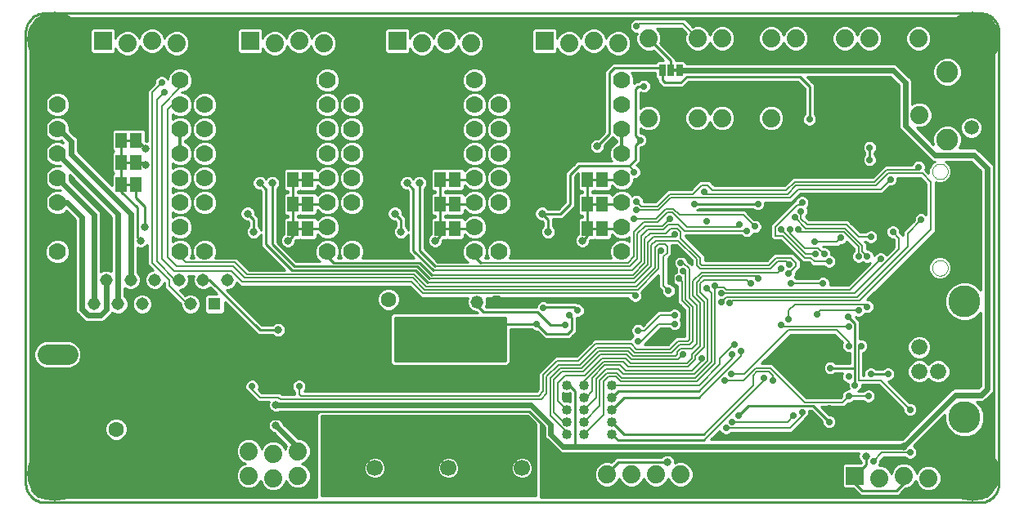
<source format=gbl>
G75*
G70*
%OFA0B0*%
%FSLAX24Y24*%
%IPPOS*%
%LPD*%
%AMOC8*
5,1,8,0,0,1.08239X$1,22.5*
%
%ADD10C,0.0100*%
%ADD11C,0.0660*%
%ADD12C,0.1300*%
%ADD13C,0.0886*%
%ADD14C,0.0594*%
%ADD15C,0.0740*%
%ADD16C,0.0000*%
%ADD17C,0.0700*%
%ADD18R,0.0740X0.0740*%
%ADD19R,0.0460X0.0630*%
%ADD20C,0.0669*%
%ADD21R,0.0250X0.0500*%
%ADD22R,0.0515X0.0515*%
%ADD23C,0.0515*%
%ADD24C,0.0825*%
%ADD25C,0.0400*%
%ADD26OC8,0.0630*%
%ADD27C,0.0630*%
%ADD28OC8,0.0520*%
%ADD29C,0.0520*%
%ADD30C,0.2250*%
%ADD31C,0.0420*%
%ADD32C,0.0317*%
%ADD33C,0.0277*%
%ADD34C,0.0240*%
%ADD35C,0.0160*%
%ADD36C,0.0080*%
%ADD37C,0.0120*%
%ADD38C,0.1000*%
D10*
X002785Y001429D02*
X002785Y019835D01*
X002985Y019835D02*
X002992Y019927D01*
X003049Y020102D01*
X003157Y020250D01*
X003305Y020358D01*
X003480Y020415D01*
X003572Y020422D01*
X041663Y020422D01*
X041755Y020415D01*
X041929Y020358D01*
X042078Y020250D01*
X042186Y020102D01*
X042243Y019927D01*
X042250Y019835D01*
X042250Y001429D01*
X042243Y001338D01*
X042186Y001163D01*
X042078Y001014D01*
X041929Y000906D01*
X041755Y000849D01*
X041663Y000842D01*
X023768Y000842D01*
X023780Y000854D01*
X023780Y003855D01*
X023910Y003725D01*
X023910Y003384D01*
X023951Y003284D01*
X024027Y003208D01*
X024527Y002708D01*
X024626Y002667D01*
X036750Y002667D01*
X036722Y002599D01*
X036722Y002476D01*
X036769Y002363D01*
X036830Y002301D01*
X036830Y002270D01*
X036817Y002257D01*
X036148Y002257D01*
X036060Y002169D01*
X036060Y001305D01*
X036148Y001217D01*
X036517Y001217D01*
X036797Y000937D01*
X038363Y000937D01*
X038480Y001054D01*
X038643Y001217D01*
X038683Y001217D01*
X038875Y001296D01*
X039021Y001443D01*
X039060Y001537D01*
X039060Y001534D01*
X039139Y001343D01*
X039285Y001196D01*
X039477Y001117D01*
X039683Y001117D01*
X039875Y001196D01*
X040021Y001343D01*
X040100Y001534D01*
X040100Y001741D01*
X040021Y001932D01*
X039875Y002078D01*
X039683Y002157D01*
X039477Y002157D01*
X039285Y002078D01*
X039139Y001932D01*
X039100Y001837D01*
X039100Y001841D01*
X039021Y002032D01*
X038875Y002178D01*
X038683Y002257D01*
X038477Y002257D01*
X038285Y002178D01*
X038139Y002032D01*
X038060Y001841D01*
X038060Y001837D01*
X038021Y001932D01*
X037875Y002078D01*
X037683Y002157D01*
X037558Y002157D01*
X037575Y002174D01*
X037619Y002280D01*
X037619Y002357D01*
X037759Y002497D01*
X038612Y002497D01*
X038666Y002443D01*
X038773Y002399D01*
X038887Y002399D01*
X038994Y002443D01*
X039075Y002524D01*
X039119Y002630D01*
X039119Y002745D01*
X039075Y002851D01*
X038994Y002932D01*
X038967Y002943D01*
X040250Y004225D01*
X040250Y003958D01*
X040372Y003664D01*
X040597Y003439D01*
X040891Y003317D01*
X041209Y003317D01*
X041503Y003439D01*
X041728Y003664D01*
X041850Y003958D01*
X041850Y004276D01*
X041728Y004570D01*
X041531Y004767D01*
X041784Y004767D01*
X041883Y004808D01*
X042209Y005134D01*
X042250Y005234D01*
X042250Y014341D01*
X042209Y014440D01*
X042133Y014516D01*
X041583Y015066D01*
X041484Y015107D01*
X040832Y015107D01*
X040848Y015123D01*
X040939Y015341D01*
X040939Y015577D01*
X040848Y015795D01*
X040682Y015962D01*
X040464Y016052D01*
X040228Y016052D01*
X040010Y015962D01*
X039843Y015795D01*
X039753Y015577D01*
X039753Y015341D01*
X039785Y015264D01*
X039098Y015951D01*
X039107Y015947D01*
X039313Y015947D01*
X039505Y016026D01*
X039651Y016173D01*
X039730Y016364D01*
X039730Y016571D01*
X039651Y016762D01*
X039505Y016908D01*
X039313Y016987D01*
X039107Y016987D01*
X038915Y016908D01*
X038900Y016893D01*
X038900Y017841D01*
X038859Y017940D01*
X038783Y018016D01*
X038283Y018516D01*
X038184Y018557D01*
X029705Y018557D01*
X029705Y018599D01*
X029617Y018687D01*
X029280Y018687D01*
X029280Y018758D01*
X028648Y019389D01*
X028687Y019484D01*
X028687Y019691D01*
X028608Y019882D01*
X028493Y019997D01*
X029501Y019997D01*
X029694Y019804D01*
X029648Y019691D01*
X029648Y019484D01*
X029727Y019293D01*
X029873Y019146D01*
X030064Y019067D01*
X030271Y019067D01*
X030462Y019146D01*
X030608Y019293D01*
X030668Y019436D01*
X030727Y019293D01*
X030873Y019146D01*
X031064Y019067D01*
X031271Y019067D01*
X031462Y019146D01*
X031608Y019293D01*
X031687Y019484D01*
X031687Y019691D01*
X031608Y019882D01*
X031462Y020028D01*
X031271Y020107D01*
X031064Y020107D01*
X030873Y020028D01*
X030727Y019882D01*
X030668Y019739D01*
X030608Y019882D01*
X030462Y020028D01*
X030271Y020107D01*
X030064Y020107D01*
X029968Y020068D01*
X029659Y020377D01*
X027701Y020377D01*
X027700Y020376D01*
X027623Y020376D01*
X027516Y020332D01*
X027435Y020251D01*
X027391Y020145D01*
X027391Y020030D01*
X027435Y019924D01*
X027516Y019843D01*
X027623Y019799D01*
X027692Y019799D01*
X027648Y019691D01*
X027648Y019484D01*
X027727Y019293D01*
X027873Y019146D01*
X028064Y019067D01*
X028271Y019067D01*
X028365Y019106D01*
X028785Y018687D01*
X028543Y018687D01*
X028455Y018599D01*
X028455Y018587D01*
X026697Y018587D01*
X026580Y018470D01*
X026497Y018387D01*
X026380Y018270D01*
X026380Y015770D01*
X026106Y015496D01*
X026019Y015496D01*
X025905Y015449D01*
X025819Y015362D01*
X025772Y015249D01*
X025772Y015126D01*
X025819Y015013D01*
X025905Y014926D01*
X026019Y014879D01*
X026141Y014879D01*
X026255Y014926D01*
X026341Y015013D01*
X026388Y015126D01*
X026388Y015213D01*
X026718Y015542D01*
X026797Y015463D01*
X026870Y015433D01*
X026870Y015342D01*
X026797Y015311D01*
X026656Y015171D01*
X026580Y014987D01*
X026580Y014788D01*
X026656Y014604D01*
X026673Y014587D01*
X025247Y014587D01*
X025130Y014470D01*
X024780Y014120D01*
X024780Y012920D01*
X024497Y012637D01*
X024066Y012637D01*
X024005Y012699D01*
X023891Y012746D01*
X023769Y012746D01*
X023655Y012699D01*
X023569Y012612D01*
X023522Y012499D01*
X023522Y012376D01*
X023569Y012263D01*
X023655Y012176D01*
X023769Y012129D01*
X023856Y012129D01*
X023880Y012104D01*
X023880Y011923D01*
X023819Y011862D01*
X023772Y011749D01*
X023772Y011626D01*
X023819Y011513D01*
X023905Y011426D01*
X024019Y011379D01*
X024141Y011379D01*
X024255Y011426D01*
X024341Y011513D01*
X024388Y011626D01*
X024388Y011749D01*
X024341Y011862D01*
X024280Y011923D01*
X024280Y012237D01*
X024663Y012237D01*
X025063Y012637D01*
X025180Y012754D01*
X025180Y013954D01*
X025300Y014074D01*
X025300Y013460D01*
X025388Y013372D01*
X025480Y013372D01*
X025480Y013302D01*
X025388Y013302D01*
X025300Y013214D01*
X025300Y012460D01*
X025388Y012372D01*
X025480Y012372D01*
X025480Y012302D01*
X025388Y012302D01*
X025300Y012214D01*
X025300Y011593D01*
X025219Y011512D01*
X025172Y011399D01*
X025172Y011276D01*
X025219Y011163D01*
X025305Y011076D01*
X025419Y011029D01*
X025541Y011029D01*
X025655Y011076D01*
X025741Y011163D01*
X025788Y011276D01*
X025788Y011363D01*
X025798Y011372D01*
X025972Y011372D01*
X025980Y011380D01*
X025988Y011372D01*
X026572Y011372D01*
X026660Y011460D01*
X026660Y011600D01*
X026797Y011463D01*
X026981Y011387D01*
X026797Y011311D01*
X026656Y011171D01*
X026580Y010987D01*
X026580Y010788D01*
X026647Y010627D01*
X022513Y010627D01*
X022580Y010788D01*
X022580Y010987D01*
X022504Y011171D01*
X022363Y011311D01*
X022179Y011387D01*
X021981Y011387D01*
X021797Y011311D01*
X021656Y011171D01*
X021580Y010987D01*
X021504Y011171D01*
X021363Y011311D01*
X021179Y011387D01*
X021363Y011463D01*
X021504Y011604D01*
X021580Y011788D01*
X021580Y011987D01*
X021504Y012171D01*
X021363Y012311D01*
X021179Y012387D01*
X020981Y012387D01*
X020797Y012311D01*
X020660Y012174D01*
X020660Y012214D01*
X020572Y012302D01*
X019988Y012302D01*
X019980Y012294D01*
X019972Y012302D01*
X019880Y012302D01*
X019880Y012372D01*
X019972Y012372D01*
X019980Y012380D01*
X019988Y012372D01*
X020572Y012372D01*
X020660Y012460D01*
X020660Y012600D01*
X020797Y012463D01*
X020981Y012387D01*
X021179Y012387D01*
X021363Y012463D01*
X021504Y012604D01*
X021580Y012788D01*
X021580Y012987D01*
X021504Y013171D01*
X021363Y013311D01*
X021179Y013387D01*
X021363Y013463D01*
X021504Y013604D01*
X021580Y013788D01*
X021580Y013987D01*
X021504Y014171D01*
X021363Y014311D01*
X021179Y014387D01*
X020981Y014387D01*
X020797Y014311D01*
X020660Y014174D01*
X020660Y014214D01*
X020572Y014302D01*
X019988Y014302D01*
X019980Y014294D01*
X019972Y014302D01*
X019388Y014302D01*
X019300Y014214D01*
X019300Y013460D01*
X019388Y013372D01*
X019480Y013372D01*
X019480Y013302D01*
X019388Y013302D01*
X019300Y013214D01*
X019300Y012460D01*
X019388Y012372D01*
X019480Y012372D01*
X019480Y012302D01*
X019388Y012302D01*
X019300Y012214D01*
X019300Y011593D01*
X019219Y011512D01*
X019172Y011399D01*
X019172Y011276D01*
X019219Y011163D01*
X019305Y011076D01*
X019419Y011029D01*
X019541Y011029D01*
X019655Y011076D01*
X019741Y011163D01*
X019788Y011276D01*
X019788Y011363D01*
X019798Y011372D01*
X019972Y011372D01*
X019980Y011380D01*
X019988Y011372D01*
X020572Y011372D01*
X020660Y011460D01*
X020660Y011600D01*
X020797Y011463D01*
X020981Y011387D01*
X021179Y011387D01*
X020981Y011387D01*
X020797Y011311D01*
X020656Y011171D01*
X020580Y010987D01*
X020580Y010788D01*
X020656Y010604D01*
X020793Y010467D01*
X019583Y010467D01*
X019030Y011020D01*
X019030Y013451D01*
X019091Y013513D01*
X019138Y013626D01*
X019138Y013749D01*
X019091Y013862D01*
X019005Y013949D01*
X018891Y013996D01*
X018769Y013996D01*
X018655Y013949D01*
X018580Y013873D01*
X018505Y013949D01*
X018391Y013996D01*
X018269Y013996D01*
X018155Y013949D01*
X018069Y013862D01*
X018022Y013749D01*
X018022Y013626D01*
X018069Y013513D01*
X018155Y013426D01*
X018269Y013379D01*
X018356Y013379D01*
X018380Y013354D01*
X018380Y011769D01*
X018341Y011862D01*
X018280Y011923D01*
X018280Y012270D01*
X018138Y012412D01*
X018138Y012499D01*
X018091Y012612D01*
X018005Y012699D01*
X017891Y012746D01*
X017769Y012746D01*
X017655Y012699D01*
X017569Y012612D01*
X017522Y012499D01*
X017522Y012376D01*
X017569Y012263D01*
X017655Y012176D01*
X017769Y012129D01*
X017856Y012129D01*
X017880Y012104D01*
X017880Y011923D01*
X017819Y011862D01*
X017772Y011749D01*
X017772Y011626D01*
X017819Y011513D01*
X017905Y011426D01*
X018019Y011379D01*
X018141Y011379D01*
X018255Y011426D01*
X018341Y011513D01*
X018380Y011606D01*
X018380Y010854D01*
X018597Y010637D01*
X016518Y010637D01*
X016580Y010788D01*
X016580Y010987D01*
X016504Y011171D01*
X016363Y011311D01*
X016179Y011387D01*
X015981Y011387D01*
X015797Y011311D01*
X015656Y011171D01*
X015580Y010987D01*
X015504Y011171D01*
X015363Y011311D01*
X015179Y011387D01*
X015363Y011463D01*
X015504Y011604D01*
X015580Y011788D01*
X015580Y011987D01*
X015504Y012171D01*
X015363Y012311D01*
X015179Y012387D01*
X014981Y012387D01*
X014797Y012311D01*
X014660Y012174D01*
X014660Y012214D01*
X014572Y012302D01*
X013988Y012302D01*
X013980Y012294D01*
X013972Y012302D01*
X013880Y012302D01*
X013880Y012372D01*
X013972Y012372D01*
X013980Y012380D01*
X013988Y012372D01*
X014572Y012372D01*
X014660Y012460D01*
X014660Y012600D01*
X014797Y012463D01*
X014981Y012387D01*
X015179Y012387D01*
X015363Y012463D01*
X015504Y012604D01*
X015580Y012788D01*
X015580Y012987D01*
X015504Y013171D01*
X015363Y013311D01*
X015179Y013387D01*
X015363Y013463D01*
X015504Y013604D01*
X015580Y013788D01*
X015580Y013987D01*
X015504Y014171D01*
X015363Y014311D01*
X015179Y014387D01*
X014981Y014387D01*
X014797Y014311D01*
X014660Y014174D01*
X014660Y014214D01*
X014572Y014302D01*
X013988Y014302D01*
X013980Y014294D01*
X013972Y014302D01*
X013388Y014302D01*
X013300Y014214D01*
X013300Y013460D01*
X013388Y013372D01*
X013480Y013372D01*
X013480Y013302D01*
X013388Y013302D01*
X013300Y013214D01*
X013300Y012460D01*
X013388Y012372D01*
X013480Y012372D01*
X013480Y012302D01*
X013388Y012302D01*
X013300Y012214D01*
X013300Y011593D01*
X013219Y011512D01*
X013172Y011399D01*
X013172Y011276D01*
X013219Y011163D01*
X013305Y011076D01*
X013419Y011029D01*
X013541Y011029D01*
X013655Y011076D01*
X013741Y011163D01*
X013788Y011276D01*
X013788Y011363D01*
X013798Y011372D01*
X013972Y011372D01*
X013980Y011380D01*
X013988Y011372D01*
X014572Y011372D01*
X014660Y011460D01*
X014660Y011600D01*
X014797Y011463D01*
X014981Y011387D01*
X015179Y011387D01*
X014981Y011387D01*
X014797Y011311D01*
X014656Y011171D01*
X014580Y010987D01*
X014580Y010788D01*
X014656Y010604D01*
X014783Y010477D01*
X013823Y010477D01*
X013030Y011270D01*
X013030Y013451D01*
X013091Y013513D01*
X013138Y013626D01*
X013138Y013749D01*
X013091Y013862D01*
X013005Y013949D01*
X012891Y013996D01*
X012769Y013996D01*
X012655Y013949D01*
X012580Y013873D01*
X012505Y013949D01*
X012391Y013996D01*
X012269Y013996D01*
X012155Y013949D01*
X012069Y013862D01*
X012022Y013749D01*
X012022Y013626D01*
X012069Y013513D01*
X012155Y013426D01*
X012269Y013379D01*
X012356Y013379D01*
X012380Y013354D01*
X012380Y011769D01*
X012341Y011862D01*
X012280Y011923D01*
X012280Y012270D01*
X012138Y012412D01*
X012138Y012499D01*
X012091Y012612D01*
X012005Y012699D01*
X011891Y012746D01*
X011769Y012746D01*
X011655Y012699D01*
X011569Y012612D01*
X011522Y012499D01*
X011522Y012376D01*
X011569Y012263D01*
X011655Y012176D01*
X011769Y012129D01*
X011856Y012129D01*
X011880Y012104D01*
X011880Y011923D01*
X011819Y011862D01*
X011772Y011749D01*
X011772Y011626D01*
X011819Y011513D01*
X011905Y011426D01*
X012019Y011379D01*
X012141Y011379D01*
X012255Y011426D01*
X012341Y011513D01*
X012380Y011606D01*
X012380Y011104D01*
X013347Y010137D01*
X011899Y010137D01*
X011399Y010637D01*
X010518Y010637D01*
X010580Y010788D01*
X010580Y010987D01*
X010504Y011171D01*
X010363Y011311D01*
X010179Y011387D01*
X009981Y011387D01*
X009797Y011311D01*
X009656Y011171D01*
X009580Y010987D01*
X009504Y011171D01*
X009363Y011311D01*
X009179Y011387D01*
X009363Y011463D01*
X009504Y011604D01*
X009580Y011788D01*
X009580Y011987D01*
X009504Y012171D01*
X009363Y012311D01*
X009179Y012387D01*
X009363Y012463D01*
X009504Y012604D01*
X009580Y012788D01*
X009656Y012604D01*
X009797Y012463D01*
X009981Y012387D01*
X010179Y012387D01*
X010363Y012463D01*
X010504Y012604D01*
X010580Y012788D01*
X010580Y012987D01*
X010504Y013171D01*
X010363Y013311D01*
X010179Y013387D01*
X010363Y013463D01*
X010504Y013604D01*
X010580Y013788D01*
X010580Y013987D01*
X010504Y014171D01*
X010363Y014311D01*
X010179Y014387D01*
X010363Y014463D01*
X010504Y014604D01*
X010580Y014788D01*
X010580Y014987D01*
X010504Y015171D01*
X010363Y015311D01*
X010179Y015387D01*
X010363Y015463D01*
X010504Y015604D01*
X010580Y015788D01*
X010580Y015987D01*
X010504Y016171D01*
X010363Y016311D01*
X010179Y016387D01*
X010363Y016463D01*
X010504Y016604D01*
X010580Y016788D01*
X010580Y016987D01*
X010504Y017171D01*
X010363Y017311D01*
X010179Y017387D01*
X009981Y017387D01*
X009797Y017311D01*
X009656Y017171D01*
X009580Y016987D01*
X009580Y016788D01*
X009656Y016604D01*
X009797Y016463D01*
X009981Y016387D01*
X010179Y016387D01*
X009981Y016387D01*
X009797Y016311D01*
X009656Y016171D01*
X009580Y015987D01*
X009580Y015788D01*
X009656Y015604D01*
X009797Y015463D01*
X009981Y015387D01*
X010179Y015387D01*
X009981Y015387D01*
X009797Y015311D01*
X009656Y015171D01*
X009580Y014987D01*
X009580Y014788D01*
X009656Y014604D01*
X009797Y014463D01*
X009981Y014387D01*
X010179Y014387D01*
X009981Y014387D01*
X009797Y014311D01*
X009656Y014171D01*
X009580Y013987D01*
X009580Y013788D01*
X009656Y013604D01*
X009797Y013463D01*
X009981Y013387D01*
X010179Y013387D01*
X009981Y013387D01*
X009797Y013311D01*
X009656Y013171D01*
X009580Y012987D01*
X009580Y012788D01*
X009580Y012987D01*
X009504Y013171D01*
X009363Y013311D01*
X009179Y013387D01*
X009363Y013463D01*
X009504Y013604D01*
X009580Y013788D01*
X009580Y013987D01*
X009504Y014171D01*
X009363Y014311D01*
X009179Y014387D01*
X009363Y014463D01*
X009504Y014604D01*
X009580Y014788D01*
X009580Y014987D01*
X009504Y015171D01*
X009363Y015311D01*
X009290Y015342D01*
X009290Y015433D01*
X009363Y015463D01*
X009504Y015604D01*
X009580Y015788D01*
X009580Y015987D01*
X009504Y016171D01*
X009363Y016311D01*
X009179Y016387D01*
X009363Y016463D01*
X009504Y016604D01*
X009580Y016788D01*
X009580Y016987D01*
X009504Y017171D01*
X009363Y017311D01*
X009179Y017387D01*
X009363Y017463D01*
X009504Y017604D01*
X009580Y017788D01*
X009580Y017987D01*
X009504Y018171D01*
X009363Y018311D01*
X009179Y018387D01*
X008981Y018387D01*
X008797Y018311D01*
X008656Y018171D01*
X008580Y017987D01*
X008580Y017938D01*
X008575Y017951D01*
X008494Y018032D01*
X008387Y018076D01*
X008273Y018076D01*
X008166Y018032D01*
X008085Y017951D01*
X008041Y017845D01*
X008041Y017767D01*
X007740Y017466D01*
X007740Y015406D01*
X007660Y015406D01*
X007660Y015814D01*
X007572Y015902D01*
X006988Y015902D01*
X006980Y015894D01*
X006972Y015902D01*
X006388Y015902D01*
X006300Y015814D01*
X006300Y015060D01*
X006373Y014987D01*
X006300Y014914D01*
X006300Y014160D01*
X006373Y014087D01*
X006300Y014014D01*
X006300Y013577D01*
X004900Y014977D01*
X004900Y015441D01*
X004859Y015540D01*
X004783Y015616D01*
X004580Y015819D01*
X004580Y015987D01*
X004504Y016171D01*
X004363Y016311D01*
X004179Y016387D01*
X003981Y016387D01*
X003797Y016463D01*
X003656Y016604D01*
X003580Y016788D01*
X003580Y016987D01*
X003656Y017171D01*
X003797Y017311D01*
X003981Y017387D01*
X004179Y017387D01*
X004363Y017311D01*
X004504Y017171D01*
X004580Y016987D01*
X004580Y016788D01*
X004504Y016604D01*
X004363Y016463D01*
X004179Y016387D01*
X003981Y016387D01*
X003797Y016311D01*
X003656Y016171D01*
X003580Y015987D01*
X003580Y015788D01*
X003656Y015604D01*
X003797Y015463D01*
X003981Y015387D01*
X003797Y015311D01*
X003656Y015171D01*
X003580Y014987D01*
X003580Y014788D01*
X003656Y014604D01*
X003797Y014463D01*
X003981Y014387D01*
X003797Y014311D01*
X003656Y014171D01*
X003580Y013987D01*
X003580Y013788D01*
X003656Y013604D01*
X003797Y013463D01*
X003981Y013387D01*
X003797Y013311D01*
X003656Y013171D01*
X003580Y012987D01*
X003580Y012788D01*
X003656Y012604D01*
X003797Y012463D01*
X003981Y012387D01*
X004179Y012387D01*
X004363Y012463D01*
X004443Y012543D01*
X004810Y012175D01*
X004810Y008484D01*
X004851Y008384D01*
X004927Y008308D01*
X005177Y008058D01*
X005276Y008017D01*
X005884Y008017D01*
X005983Y008058D01*
X006059Y008134D01*
X006303Y008378D01*
X006314Y008405D01*
X006320Y008400D01*
X006469Y008338D01*
X006632Y008338D01*
X006781Y008400D01*
X006896Y008514D01*
X006958Y008664D01*
X006958Y008826D01*
X006896Y008976D01*
X006820Y009051D01*
X006820Y009391D01*
X006828Y009384D01*
X006977Y009322D01*
X007139Y009322D01*
X007289Y009384D01*
X007404Y009499D01*
X007466Y009648D01*
X007466Y009810D01*
X007404Y009960D01*
X007328Y010036D01*
X007328Y011066D01*
X007419Y011029D01*
X007541Y011029D01*
X007655Y011076D01*
X007740Y011161D01*
X007740Y010359D01*
X007851Y010247D01*
X007962Y010137D01*
X007962Y010137D01*
X007812Y010075D01*
X007697Y009960D01*
X007635Y009810D01*
X007635Y009648D01*
X007697Y009499D01*
X007812Y009384D01*
X007962Y009322D01*
X008124Y009322D01*
X008273Y009384D01*
X008388Y009499D01*
X008440Y009624D01*
X008440Y009409D01*
X008551Y009297D01*
X009096Y008753D01*
X009096Y008664D01*
X009158Y008514D01*
X009272Y008400D01*
X009422Y008338D01*
X009584Y008338D01*
X009734Y008400D01*
X009849Y008514D01*
X009911Y008664D01*
X009911Y008826D01*
X009849Y008976D01*
X009734Y009091D01*
X009584Y009153D01*
X009422Y009153D01*
X009289Y009097D01*
X009064Y009322D01*
X009108Y009322D01*
X009258Y009384D01*
X009372Y009499D01*
X009434Y009648D01*
X009434Y009810D01*
X009398Y009897D01*
X009640Y009897D01*
X009604Y009810D01*
X009604Y009648D01*
X009666Y009499D01*
X009780Y009384D01*
X009930Y009322D01*
X010092Y009322D01*
X010242Y009384D01*
X010296Y009438D01*
X010582Y009153D01*
X010168Y009153D01*
X010080Y009065D01*
X010080Y008426D01*
X010168Y008338D01*
X010807Y008338D01*
X010895Y008426D01*
X010895Y008839D01*
X012130Y007604D01*
X012247Y007487D01*
X012844Y007487D01*
X012905Y007426D01*
X013019Y007379D01*
X013141Y007379D01*
X013255Y007426D01*
X013341Y007513D01*
X013388Y007626D01*
X013388Y007749D01*
X013341Y007862D01*
X013255Y007949D01*
X013141Y007996D01*
X013019Y007996D01*
X012905Y007949D01*
X012844Y007887D01*
X012413Y007887D01*
X010978Y009322D01*
X011076Y009322D01*
X011226Y009384D01*
X011341Y009499D01*
X011387Y009611D01*
X011420Y009579D01*
X011531Y009467D01*
X018431Y009467D01*
X018790Y009109D01*
X018901Y008997D01*
X020802Y008997D01*
X020770Y008919D01*
X020770Y008756D01*
X020832Y008605D01*
X020948Y008490D01*
X021098Y008427D01*
X021157Y008427D01*
X021197Y008387D01*
X017747Y008387D01*
X017630Y008270D01*
X017630Y006354D01*
X017747Y006237D01*
X017913Y006237D01*
X022247Y006237D01*
X022413Y006237D01*
X022530Y006354D01*
X022530Y007737D01*
X023402Y007737D01*
X023456Y007683D01*
X023563Y007639D01*
X023626Y007639D01*
X023927Y007337D01*
X024963Y007337D01*
X025080Y007454D01*
X025230Y007604D01*
X025230Y008199D01*
X025337Y008199D01*
X025444Y008243D01*
X025525Y008324D01*
X025569Y008430D01*
X025569Y008545D01*
X025525Y008651D01*
X025444Y008732D01*
X025337Y008776D01*
X025274Y008776D01*
X025213Y008837D01*
X024031Y008837D01*
X023937Y008876D01*
X023823Y008876D01*
X023716Y008832D01*
X023635Y008751D01*
X023591Y008645D01*
X023591Y008637D01*
X021541Y008637D01*
X021590Y008756D01*
X021590Y008919D01*
X021558Y008997D01*
X027355Y008997D01*
X027385Y008924D01*
X027466Y008843D01*
X027573Y008799D01*
X027687Y008799D01*
X027794Y008843D01*
X027875Y008924D01*
X027919Y009030D01*
X027919Y009145D01*
X027889Y009217D01*
X028590Y009919D01*
X028590Y009409D01*
X028691Y009307D01*
X028691Y009230D01*
X028735Y009124D01*
X028816Y009043D01*
X028923Y008999D01*
X029037Y008999D01*
X029144Y009043D01*
X029225Y009124D01*
X029269Y009230D01*
X029269Y009345D01*
X029225Y009451D01*
X029144Y009532D01*
X029037Y009576D01*
X028970Y009576D01*
X028970Y010609D01*
X029120Y010759D01*
X029120Y011147D01*
X029301Y011147D01*
X029940Y010509D01*
X029940Y010346D01*
X029770Y010516D01*
X029753Y010533D01*
X029725Y010601D01*
X029644Y010682D01*
X029537Y010726D01*
X029423Y010726D01*
X029316Y010682D01*
X029235Y010601D01*
X029191Y010495D01*
X029191Y010380D01*
X029235Y010274D01*
X029313Y010196D01*
X029291Y010145D01*
X029291Y010036D01*
X029256Y010022D01*
X029175Y009941D01*
X029131Y009835D01*
X029131Y009720D01*
X029175Y009614D01*
X029256Y009533D01*
X029350Y009494D01*
X029350Y008799D01*
X029461Y008687D01*
X029650Y008499D01*
X029650Y007427D01*
X029301Y007427D01*
X029190Y007316D01*
X028961Y007087D01*
X027999Y007087D01*
X028659Y007747D01*
X029012Y007747D01*
X029066Y007693D01*
X029173Y007649D01*
X029287Y007649D01*
X029394Y007693D01*
X029475Y007774D01*
X029519Y007880D01*
X029519Y007995D01*
X029475Y008101D01*
X029463Y008112D01*
X029475Y008124D01*
X029519Y008230D01*
X029519Y008345D01*
X029475Y008451D01*
X029394Y008532D01*
X029287Y008576D01*
X029173Y008576D01*
X029066Y008532D01*
X029012Y008477D01*
X028551Y008477D01*
X027945Y007871D01*
X027904Y007912D01*
X027797Y007956D01*
X027683Y007956D01*
X027576Y007912D01*
X027495Y007831D01*
X027451Y007725D01*
X027451Y007610D01*
X027495Y007504D01*
X027542Y007457D01*
X027485Y007401D01*
X027446Y007307D01*
X025941Y007307D01*
X025830Y007196D01*
X025241Y006607D01*
X024361Y006607D01*
X024250Y006496D01*
X023690Y005936D01*
X023690Y005256D01*
X023621Y005187D01*
X014138Y005187D01*
X014175Y005224D01*
X014219Y005330D01*
X014219Y005445D01*
X014175Y005551D01*
X014094Y005632D01*
X013987Y005676D01*
X013873Y005676D01*
X013766Y005632D01*
X013685Y005551D01*
X013641Y005445D01*
X013641Y005330D01*
X013685Y005224D01*
X013740Y005169D01*
X013740Y005047D01*
X013239Y005047D01*
X013159Y005127D01*
X012409Y005127D01*
X012272Y005264D01*
X012299Y005330D01*
X012299Y005445D01*
X012255Y005551D01*
X012174Y005632D01*
X012067Y005676D01*
X011953Y005676D01*
X011846Y005632D01*
X011765Y005551D01*
X011721Y005445D01*
X011721Y005330D01*
X011765Y005224D01*
X011846Y005143D01*
X011863Y005136D01*
X012140Y004859D01*
X012251Y004747D01*
X012692Y004747D01*
X012672Y004699D01*
X012672Y004576D01*
X012719Y004463D01*
X012805Y004376D01*
X012919Y004329D01*
X013041Y004329D01*
X013134Y004367D01*
X014727Y004367D01*
X014630Y004270D01*
X014630Y000854D01*
X014642Y000842D01*
X003572Y000842D01*
X003480Y000849D01*
X003305Y000906D01*
X003157Y001014D01*
X003049Y001163D01*
X002992Y001338D01*
X002985Y001429D01*
X002985Y019835D01*
X002986Y019850D02*
X005410Y019850D01*
X005410Y019919D02*
X005410Y019055D01*
X005498Y018967D01*
X006362Y018967D01*
X006450Y019055D01*
X006450Y019187D01*
X006489Y019093D01*
X006635Y018946D01*
X006827Y018867D01*
X007033Y018867D01*
X007225Y018946D01*
X007371Y019093D01*
X007450Y019284D01*
X007450Y019287D01*
X007489Y019193D01*
X007635Y019046D01*
X007827Y018967D01*
X008033Y018967D01*
X008225Y019046D01*
X008371Y019193D01*
X008410Y019287D01*
X008410Y019284D01*
X008489Y019093D01*
X008635Y018946D01*
X008827Y018867D01*
X009033Y018867D01*
X009225Y018946D01*
X009371Y019093D01*
X009450Y019284D01*
X009450Y019491D01*
X009371Y019682D01*
X009225Y019828D01*
X009033Y019907D01*
X008827Y019907D01*
X008635Y019828D01*
X008489Y019682D01*
X008450Y019587D01*
X008450Y019591D01*
X008371Y019782D01*
X008225Y019928D01*
X008033Y020007D01*
X007827Y020007D01*
X007635Y019928D01*
X007489Y019782D01*
X007410Y019591D01*
X007410Y019587D01*
X007371Y019682D01*
X007225Y019828D01*
X007033Y019907D01*
X006827Y019907D01*
X006635Y019828D01*
X006489Y019682D01*
X006450Y019587D01*
X006450Y019919D01*
X006362Y020007D01*
X005498Y020007D01*
X005410Y019919D01*
X005439Y019948D02*
X002999Y019948D01*
X003031Y020047D02*
X027391Y020047D01*
X027391Y020145D02*
X003080Y020145D01*
X003152Y020244D02*
X027432Y020244D01*
X027541Y020342D02*
X003283Y020342D01*
X003572Y020622D02*
X041663Y020622D01*
X041952Y020342D02*
X029694Y020342D01*
X029792Y020244D02*
X042083Y020244D01*
X042154Y020145D02*
X029891Y020145D01*
X029649Y019850D02*
X028622Y019850D01*
X028663Y019751D02*
X029672Y019751D01*
X029648Y019653D02*
X028687Y019653D01*
X028687Y019554D02*
X029648Y019554D01*
X029659Y019456D02*
X028676Y019456D01*
X028681Y019357D02*
X029700Y019357D01*
X029761Y019259D02*
X028779Y019259D01*
X028878Y019160D02*
X029859Y019160D01*
X030476Y019160D02*
X030859Y019160D01*
X030761Y019259D02*
X030574Y019259D01*
X030635Y019357D02*
X030700Y019357D01*
X030672Y019751D02*
X030663Y019751D01*
X030622Y019850D02*
X030713Y019850D01*
X030793Y019948D02*
X030542Y019948D01*
X030418Y020047D02*
X030917Y020047D01*
X031418Y020047D02*
X032917Y020047D01*
X032873Y020028D02*
X032727Y019882D01*
X032648Y019691D01*
X032648Y019484D01*
X032727Y019293D01*
X032873Y019146D01*
X033064Y019067D01*
X033271Y019067D01*
X033462Y019146D01*
X033608Y019293D01*
X033668Y019436D01*
X033727Y019293D01*
X033873Y019146D01*
X034064Y019067D01*
X034271Y019067D01*
X034462Y019146D01*
X034608Y019293D01*
X034687Y019484D01*
X034687Y019691D01*
X034608Y019882D01*
X034462Y020028D01*
X034271Y020107D01*
X034064Y020107D01*
X033873Y020028D01*
X033727Y019882D01*
X033668Y019739D01*
X033608Y019882D01*
X033462Y020028D01*
X033271Y020107D01*
X033064Y020107D01*
X032873Y020028D01*
X032793Y019948D02*
X031542Y019948D01*
X031622Y019850D02*
X032713Y019850D01*
X032672Y019751D02*
X031663Y019751D01*
X031687Y019653D02*
X032648Y019653D01*
X032648Y019554D02*
X031687Y019554D01*
X031676Y019456D02*
X032659Y019456D01*
X032700Y019357D02*
X031635Y019357D01*
X031574Y019259D02*
X032761Y019259D01*
X032859Y019160D02*
X031476Y019160D01*
X029705Y018569D02*
X039861Y018569D01*
X039843Y018551D02*
X039753Y018333D01*
X039753Y018097D01*
X039843Y017879D01*
X040010Y017713D01*
X040228Y017622D01*
X040464Y017622D01*
X040682Y017713D01*
X040848Y017879D01*
X040939Y018097D01*
X040939Y018333D01*
X040848Y018551D01*
X040682Y018718D01*
X040464Y018808D01*
X040228Y018808D01*
X040010Y018718D01*
X039843Y018551D01*
X039810Y018471D02*
X038329Y018471D01*
X038427Y018372D02*
X039769Y018372D01*
X039753Y018274D02*
X038526Y018274D01*
X038624Y018175D02*
X039753Y018175D01*
X039761Y018077D02*
X038723Y018077D01*
X038821Y017978D02*
X039802Y017978D01*
X039843Y017880D02*
X038884Y017880D01*
X038900Y017781D02*
X039941Y017781D01*
X040082Y017683D02*
X038900Y017683D01*
X038900Y017584D02*
X042250Y017584D01*
X042250Y017486D02*
X038900Y017486D01*
X038900Y017387D02*
X042250Y017387D01*
X042250Y017289D02*
X038900Y017289D01*
X038900Y017190D02*
X042250Y017190D01*
X042250Y017092D02*
X038900Y017092D01*
X038900Y016993D02*
X042250Y016993D01*
X042250Y016895D02*
X039518Y016895D01*
X039617Y016796D02*
X042250Y016796D01*
X042250Y016698D02*
X039677Y016698D01*
X039718Y016599D02*
X042250Y016599D01*
X042250Y016501D02*
X039730Y016501D01*
X039730Y016402D02*
X042250Y016402D01*
X042250Y016304D02*
X041610Y016304D01*
X041583Y016330D02*
X041419Y016398D01*
X041241Y016398D01*
X041077Y016330D01*
X040951Y016205D01*
X040883Y016040D01*
X040883Y015863D01*
X040951Y015698D01*
X041077Y015573D01*
X041241Y015505D01*
X041419Y015505D01*
X041583Y015573D01*
X041709Y015698D01*
X041777Y015863D01*
X041777Y016040D01*
X041709Y016205D01*
X041583Y016330D01*
X041708Y016205D02*
X042250Y016205D01*
X042250Y016107D02*
X041749Y016107D01*
X041777Y016008D02*
X042250Y016008D01*
X042250Y015910D02*
X041777Y015910D01*
X041756Y015811D02*
X042250Y015811D01*
X042250Y015713D02*
X041715Y015713D01*
X041625Y015614D02*
X042250Y015614D01*
X042250Y015516D02*
X041445Y015516D01*
X041215Y015516D02*
X040939Y015516D01*
X040939Y015417D02*
X042250Y015417D01*
X042250Y015319D02*
X040929Y015319D01*
X040888Y015220D02*
X042250Y015220D01*
X042250Y015122D02*
X040846Y015122D01*
X041318Y014567D02*
X040275Y014567D01*
X040317Y014550D01*
X040448Y014419D01*
X040519Y014248D01*
X040519Y014063D01*
X040448Y013892D01*
X040317Y013762D01*
X040146Y013691D01*
X039961Y013691D01*
X039870Y013729D01*
X039870Y011709D01*
X039759Y011597D01*
X037087Y008926D01*
X037137Y008926D01*
X037244Y008882D01*
X037325Y008801D01*
X037369Y008695D01*
X037369Y008580D01*
X037325Y008474D01*
X037244Y008393D01*
X037137Y008349D01*
X037023Y008349D01*
X036991Y008362D01*
X036975Y008324D01*
X036894Y008243D01*
X036787Y008199D01*
X036673Y008199D01*
X036603Y008227D01*
X036603Y008221D01*
X036780Y008045D01*
X036780Y007326D01*
X036887Y007326D01*
X036994Y007282D01*
X037075Y007201D01*
X037119Y007095D01*
X037119Y006980D01*
X037075Y006874D01*
X036994Y006793D01*
X036920Y006762D01*
X036920Y005827D01*
X036942Y005827D01*
X036941Y005830D01*
X036941Y005945D01*
X036985Y006051D01*
X037066Y006132D01*
X037173Y006176D01*
X037287Y006176D01*
X037394Y006132D01*
X037438Y006087D01*
X037722Y006087D01*
X037766Y006132D01*
X037873Y006176D01*
X037987Y006176D01*
X038094Y006132D01*
X038175Y006051D01*
X038219Y005945D01*
X038219Y005830D01*
X038175Y005724D01*
X038094Y005643D01*
X037987Y005599D01*
X037937Y005599D01*
X038810Y004726D01*
X038887Y004726D01*
X038994Y004682D01*
X039075Y004601D01*
X039119Y004495D01*
X039119Y004380D01*
X039075Y004274D01*
X038994Y004193D01*
X038887Y004149D01*
X038773Y004149D01*
X038666Y004193D01*
X038585Y004274D01*
X038541Y004380D01*
X038541Y004457D01*
X037551Y005447D01*
X036869Y005447D01*
X036869Y005380D01*
X036825Y005274D01*
X036744Y005193D01*
X036707Y005177D01*
X036912Y005177D01*
X036966Y005232D01*
X037073Y005276D01*
X037187Y005276D01*
X037294Y005232D01*
X037375Y005151D01*
X037419Y005045D01*
X037419Y004930D01*
X037375Y004824D01*
X037294Y004743D01*
X037187Y004699D01*
X037073Y004699D01*
X036966Y004743D01*
X036912Y004797D01*
X036548Y004797D01*
X036494Y004743D01*
X036387Y004699D01*
X036310Y004699D01*
X036159Y004547D01*
X035203Y004547D01*
X035524Y004226D01*
X035587Y004226D01*
X035694Y004182D01*
X035775Y004101D01*
X035819Y003995D01*
X035819Y003880D01*
X035775Y003774D01*
X035694Y003693D01*
X035587Y003649D01*
X035473Y003649D01*
X035366Y003693D01*
X035285Y003774D01*
X035241Y003880D01*
X035241Y003943D01*
X034797Y004387D01*
X034719Y004387D01*
X034719Y004280D01*
X034675Y004174D01*
X034620Y004119D01*
X034620Y004109D01*
X034009Y003497D01*
X031548Y003497D01*
X031494Y003443D01*
X031387Y003399D01*
X031273Y003399D01*
X031166Y003443D01*
X031085Y003524D01*
X031071Y003559D01*
X030719Y003207D01*
X038426Y003207D01*
X038498Y003237D01*
X040451Y005190D01*
X040527Y005266D01*
X040626Y005307D01*
X041618Y005307D01*
X041710Y005399D01*
X041710Y008386D01*
X041503Y008179D01*
X041209Y008057D01*
X040891Y008057D01*
X040597Y008179D01*
X040372Y008404D01*
X040250Y008698D01*
X040250Y009016D01*
X040372Y009310D01*
X037471Y009310D01*
X037373Y009212D02*
X040331Y009212D01*
X040372Y009310D02*
X040597Y009536D01*
X040891Y009657D01*
X041209Y009657D01*
X041503Y009536D01*
X041710Y009329D01*
X041710Y014175D01*
X041318Y014567D01*
X041355Y014531D02*
X040336Y014531D01*
X040435Y014432D02*
X041453Y014432D01*
X041552Y014334D02*
X040483Y014334D01*
X040519Y014235D02*
X041650Y014235D01*
X041710Y014137D02*
X040519Y014137D01*
X040508Y014038D02*
X041710Y014038D01*
X041710Y013940D02*
X040467Y013940D01*
X040396Y013841D02*
X041710Y013841D01*
X041710Y013743D02*
X040271Y013743D01*
X039870Y013644D02*
X041710Y013644D01*
X041710Y013546D02*
X039870Y013546D01*
X039870Y013447D02*
X041710Y013447D01*
X041710Y013349D02*
X039870Y013349D01*
X039870Y013250D02*
X041710Y013250D01*
X041710Y013152D02*
X039870Y013152D01*
X039870Y013053D02*
X041710Y013053D01*
X041710Y012955D02*
X039870Y012955D01*
X039870Y012856D02*
X041710Y012856D01*
X041710Y012758D02*
X039870Y012758D01*
X039870Y012659D02*
X041710Y012659D01*
X041710Y012561D02*
X039870Y012561D01*
X039870Y012462D02*
X041710Y012462D01*
X041710Y012364D02*
X039870Y012364D01*
X039870Y012265D02*
X041710Y012265D01*
X041710Y012167D02*
X039870Y012167D01*
X039870Y012068D02*
X041710Y012068D01*
X041710Y011970D02*
X039870Y011970D01*
X039870Y011871D02*
X041710Y011871D01*
X041710Y011773D02*
X039870Y011773D01*
X039835Y011674D02*
X041710Y011674D01*
X041710Y011576D02*
X039737Y011576D01*
X039638Y011477D02*
X041710Y011477D01*
X041710Y011379D02*
X039540Y011379D01*
X039441Y011280D02*
X041710Y011280D01*
X041710Y011182D02*
X039343Y011182D01*
X039244Y011083D02*
X041710Y011083D01*
X041710Y010985D02*
X039146Y010985D01*
X039047Y010886D02*
X041710Y010886D01*
X041710Y010788D02*
X038949Y010788D01*
X038850Y010689D02*
X041710Y010689D01*
X041710Y010591D02*
X040339Y010591D01*
X040317Y010613D02*
X040146Y010684D01*
X039961Y010684D01*
X039790Y010613D01*
X039659Y010482D01*
X039589Y010311D01*
X039589Y010126D01*
X039659Y009955D01*
X039790Y009825D01*
X039961Y009754D01*
X040146Y009754D01*
X040317Y009825D01*
X040448Y009955D01*
X040519Y010126D01*
X040519Y010311D01*
X040448Y010482D01*
X040317Y010613D01*
X040438Y010492D02*
X041710Y010492D01*
X041710Y010394D02*
X040485Y010394D01*
X040519Y010295D02*
X041710Y010295D01*
X041710Y010197D02*
X040519Y010197D01*
X040507Y010098D02*
X041710Y010098D01*
X041710Y010000D02*
X040466Y010000D01*
X040393Y009901D02*
X041710Y009901D01*
X041710Y009803D02*
X040264Y009803D01*
X039844Y009803D02*
X037964Y009803D01*
X038062Y009901D02*
X039714Y009901D01*
X039641Y010000D02*
X038161Y010000D01*
X038259Y010098D02*
X039600Y010098D01*
X039589Y010197D02*
X038358Y010197D01*
X038456Y010295D02*
X039589Y010295D01*
X039623Y010394D02*
X038555Y010394D01*
X038653Y010492D02*
X039669Y010492D01*
X039768Y010591D02*
X038752Y010591D01*
X038190Y011066D02*
X037875Y010751D01*
X037794Y010832D01*
X037687Y010876D01*
X037573Y010876D01*
X037466Y010832D01*
X037385Y010751D01*
X037369Y010711D01*
X037369Y010745D01*
X037325Y010851D01*
X037244Y010932D01*
X037137Y010976D01*
X037070Y010976D01*
X037070Y011216D01*
X036989Y011297D01*
X037012Y011297D01*
X037066Y011243D01*
X037173Y011199D01*
X037287Y011199D01*
X037394Y011243D01*
X037475Y011324D01*
X037519Y011430D01*
X037519Y011545D01*
X037475Y011651D01*
X037394Y011732D01*
X037287Y011776D01*
X037173Y011776D01*
X037066Y011732D01*
X037012Y011677D01*
X036809Y011677D01*
X036420Y012066D01*
X036309Y012177D01*
X034709Y012177D01*
X034570Y012316D01*
X034570Y012319D01*
X034625Y012374D01*
X034669Y012480D01*
X034669Y012595D01*
X034633Y012682D01*
X034675Y012724D01*
X034719Y012830D01*
X034719Y012945D01*
X034675Y013051D01*
X034594Y013132D01*
X034487Y013176D01*
X034373Y013176D01*
X034266Y013132D01*
X034185Y013051D01*
X034155Y012977D01*
X034151Y012977D01*
X033251Y012077D01*
X033140Y011966D01*
X033140Y011459D01*
X033251Y011347D01*
X033551Y011347D01*
X034340Y010559D01*
X034340Y010559D01*
X034451Y010447D01*
X034701Y010447D01*
X034740Y010409D01*
X034851Y010297D01*
X035312Y010297D01*
X035366Y010243D01*
X035473Y010199D01*
X035587Y010199D01*
X035694Y010243D01*
X035775Y010324D01*
X035819Y010430D01*
X035819Y010545D01*
X035775Y010651D01*
X035694Y010732D01*
X035619Y010763D01*
X035619Y010845D01*
X035575Y010951D01*
X035494Y011032D01*
X035387Y011076D01*
X035310Y011076D01*
X035289Y011097D01*
X035924Y011097D01*
X035983Y011156D01*
X036060Y011156D01*
X036166Y011200D01*
X036247Y011281D01*
X036253Y011295D01*
X036540Y011009D01*
X036540Y010906D01*
X036485Y010851D01*
X036441Y010745D01*
X036441Y010630D01*
X036485Y010524D01*
X036566Y010443D01*
X036673Y010399D01*
X036787Y010399D01*
X036894Y010443D01*
X036905Y010454D01*
X036916Y010443D01*
X037023Y010399D01*
X037137Y010399D01*
X037197Y010423D01*
X036301Y009527D01*
X035568Y009527D01*
X035569Y009530D01*
X035569Y009645D01*
X035525Y009751D01*
X035444Y009832D01*
X035337Y009876D01*
X035223Y009876D01*
X035116Y009832D01*
X035062Y009777D01*
X034198Y009777D01*
X034144Y009832D01*
X034130Y009837D01*
X034169Y009930D01*
X034169Y010007D01*
X034370Y010209D01*
X034370Y010516D01*
X034259Y010627D01*
X034059Y010827D01*
X033301Y010827D01*
X033190Y010716D01*
X033001Y010527D01*
X030470Y010527D01*
X030470Y010716D01*
X029670Y011516D01*
X029670Y011547D01*
X031962Y011547D01*
X032016Y011493D01*
X032123Y011449D01*
X032237Y011449D01*
X032344Y011493D01*
X032425Y011574D01*
X032445Y011622D01*
X032453Y011619D01*
X032567Y011619D01*
X032674Y011663D01*
X032755Y011744D01*
X032799Y011850D01*
X032799Y011965D01*
X032755Y012071D01*
X032674Y012152D01*
X032567Y012196D01*
X032490Y012196D01*
X032220Y012466D01*
X032109Y012577D01*
X030157Y012577D01*
X030194Y012593D01*
X030238Y012637D01*
X032422Y012637D01*
X032466Y012593D01*
X032573Y012549D01*
X032687Y012549D01*
X032794Y012593D01*
X032875Y012674D01*
X032919Y012780D01*
X032919Y012895D01*
X032918Y012897D01*
X034009Y012897D01*
X034359Y013247D01*
X037709Y013247D01*
X038010Y013549D01*
X038087Y013549D01*
X038194Y013593D01*
X038275Y013674D01*
X038319Y013780D01*
X038319Y013895D01*
X038318Y013897D01*
X039251Y013897D01*
X039490Y013659D01*
X039490Y012386D01*
X039444Y012432D01*
X039337Y012476D01*
X039223Y012476D01*
X039116Y012432D01*
X039035Y012351D01*
X038991Y012245D01*
X038991Y012167D01*
X038540Y011716D01*
X038540Y011546D01*
X038419Y011667D01*
X038419Y011745D01*
X038375Y011851D01*
X038294Y011932D01*
X038187Y011976D01*
X038073Y011976D01*
X037966Y011932D01*
X037885Y011851D01*
X037841Y011745D01*
X037841Y011630D01*
X037885Y011524D01*
X037966Y011443D01*
X038073Y011399D01*
X038150Y011399D01*
X038190Y011359D01*
X038190Y011066D01*
X038190Y011083D02*
X037070Y011083D01*
X037070Y010985D02*
X038109Y010985D01*
X038010Y010886D02*
X037290Y010886D01*
X037351Y010788D02*
X037422Y010788D01*
X037838Y010788D02*
X037912Y010788D01*
X037875Y010751D02*
X037875Y010751D01*
X038190Y011182D02*
X037070Y011182D01*
X037029Y011280D02*
X037006Y011280D01*
X037431Y011280D02*
X038190Y011280D01*
X038170Y011379D02*
X037497Y011379D01*
X037519Y011477D02*
X037932Y011477D01*
X037864Y011576D02*
X037506Y011576D01*
X037452Y011674D02*
X037841Y011674D01*
X037853Y011773D02*
X037296Y011773D01*
X037164Y011773D02*
X036713Y011773D01*
X036615Y011871D02*
X037905Y011871D01*
X038057Y011970D02*
X036516Y011970D01*
X036418Y012068D02*
X038892Y012068D01*
X038794Y011970D02*
X038203Y011970D01*
X038355Y011871D02*
X038695Y011871D01*
X038597Y011773D02*
X038407Y011773D01*
X038419Y011674D02*
X038540Y011674D01*
X038540Y011576D02*
X038510Y011576D01*
X038991Y012167D02*
X036319Y012167D01*
X036269Y011280D02*
X036246Y011280D01*
X036367Y011182D02*
X036122Y011182D01*
X036466Y011083D02*
X035303Y011083D01*
X035541Y010985D02*
X036540Y010985D01*
X036520Y010886D02*
X035602Y010886D01*
X035619Y010788D02*
X036459Y010788D01*
X036441Y010689D02*
X035737Y010689D01*
X035800Y010591D02*
X036458Y010591D01*
X036517Y010492D02*
X035819Y010492D01*
X035804Y010394D02*
X037168Y010394D01*
X037069Y010295D02*
X035746Y010295D01*
X035314Y010295D02*
X034370Y010295D01*
X034370Y010394D02*
X034755Y010394D01*
X034407Y010492D02*
X034370Y010492D01*
X034308Y010591D02*
X034295Y010591D01*
X034210Y010689D02*
X034197Y010689D01*
X034111Y010788D02*
X034098Y010788D01*
X034013Y010886D02*
X030300Y010886D01*
X030398Y010788D02*
X033262Y010788D01*
X033163Y010689D02*
X030470Y010689D01*
X030470Y010591D02*
X033065Y010591D01*
X033816Y011083D02*
X030103Y011083D01*
X030201Y010985D02*
X033914Y010985D01*
X033717Y011182D02*
X030004Y011182D01*
X029906Y011280D02*
X033619Y011280D01*
X033220Y011379D02*
X029807Y011379D01*
X029709Y011477D02*
X032054Y011477D01*
X032306Y011477D02*
X033140Y011477D01*
X033140Y011576D02*
X032426Y011576D01*
X032685Y011674D02*
X033140Y011674D01*
X033140Y011773D02*
X032767Y011773D01*
X032799Y011871D02*
X033140Y011871D01*
X033144Y011970D02*
X032797Y011970D01*
X032756Y012068D02*
X033242Y012068D01*
X033341Y012167D02*
X032639Y012167D01*
X032421Y012265D02*
X033439Y012265D01*
X033538Y012364D02*
X032322Y012364D01*
X032224Y012462D02*
X033636Y012462D01*
X033530Y012437D02*
X034330Y013237D01*
X034680Y013237D01*
X034780Y013137D01*
X034673Y013053D02*
X039490Y013053D01*
X039490Y012955D02*
X034715Y012955D01*
X034719Y012856D02*
X039490Y012856D01*
X039490Y012758D02*
X034689Y012758D01*
X034642Y012659D02*
X039490Y012659D01*
X039490Y012561D02*
X034669Y012561D01*
X034661Y012462D02*
X039189Y012462D01*
X039048Y012364D02*
X034615Y012364D01*
X034621Y012265D02*
X039000Y012265D01*
X039371Y012462D02*
X039490Y012462D01*
X039490Y013152D02*
X034547Y013152D01*
X034313Y013152D02*
X034263Y013152D01*
X034187Y013053D02*
X034164Y013053D01*
X034129Y012955D02*
X034066Y012955D01*
X034030Y012856D02*
X032919Y012856D01*
X032909Y012758D02*
X033932Y012758D01*
X033833Y012659D02*
X032860Y012659D01*
X032716Y012561D02*
X033735Y012561D01*
X033530Y012437D02*
X032630Y012437D01*
X032544Y012561D02*
X032125Y012561D01*
X032630Y012837D02*
X030030Y012837D01*
X029901Y013427D02*
X028951Y013427D01*
X028451Y012927D01*
X027969Y012927D01*
X027969Y012995D01*
X027925Y013101D01*
X027844Y013182D01*
X027737Y013226D01*
X027623Y013226D01*
X027516Y013182D01*
X027504Y013170D01*
X027504Y013171D01*
X027363Y013311D01*
X027179Y013387D01*
X026981Y013387D01*
X026797Y013311D01*
X026660Y013174D01*
X026660Y013214D01*
X026572Y013302D01*
X025988Y013302D01*
X025980Y013294D01*
X025972Y013302D01*
X025880Y013302D01*
X025880Y013372D01*
X025972Y013372D01*
X025980Y013380D01*
X025988Y013372D01*
X026572Y013372D01*
X026660Y013460D01*
X026660Y013600D01*
X026797Y013463D01*
X026981Y013387D01*
X027179Y013387D01*
X027363Y013463D01*
X027504Y013604D01*
X027580Y013788D01*
X027580Y013849D01*
X027637Y013849D01*
X027744Y013893D01*
X027825Y013974D01*
X027869Y014080D01*
X027869Y014195D01*
X027825Y014301D01*
X027744Y014382D01*
X027683Y014407D01*
X027713Y014437D01*
X027830Y014554D01*
X027830Y015149D01*
X027887Y015149D01*
X027994Y015193D01*
X028075Y015274D01*
X028119Y015380D01*
X028119Y015495D01*
X028075Y015601D01*
X027994Y015682D01*
X027887Y015726D01*
X027830Y015726D01*
X027830Y015939D01*
X027873Y015896D01*
X028064Y015817D01*
X028271Y015817D01*
X028462Y015896D01*
X028608Y016043D01*
X028687Y016234D01*
X028687Y016441D01*
X028608Y016632D01*
X028462Y016778D01*
X028271Y016857D01*
X028064Y016857D01*
X027873Y016778D01*
X027830Y016735D01*
X027830Y017387D01*
X027923Y017349D01*
X028037Y017349D01*
X028144Y017393D01*
X028225Y017474D01*
X028269Y017580D01*
X028269Y017695D01*
X028225Y017801D01*
X028144Y017882D01*
X028037Y017926D01*
X027923Y017926D01*
X027816Y017882D01*
X027772Y017837D01*
X027647Y017837D01*
X027567Y017758D01*
X027580Y017788D01*
X027580Y017987D01*
X027504Y018171D01*
X027487Y018187D01*
X028455Y018187D01*
X028455Y017975D01*
X028530Y017900D01*
X028530Y017804D01*
X028630Y017704D01*
X028747Y017587D01*
X029563Y017587D01*
X029813Y017837D01*
X034247Y017837D01*
X034530Y017554D01*
X034530Y016496D01*
X034485Y016451D01*
X034441Y016345D01*
X034441Y016230D01*
X034485Y016124D01*
X034566Y016043D01*
X034673Y015999D01*
X034787Y015999D01*
X034894Y016043D01*
X034975Y016124D01*
X035019Y016230D01*
X035019Y016345D01*
X034975Y016451D01*
X034930Y016496D01*
X034930Y017720D01*
X034813Y017837D01*
X034633Y018017D01*
X038018Y018017D01*
X038360Y017675D01*
X038360Y015984D01*
X038401Y015884D01*
X039601Y014684D01*
X039677Y014608D01*
X039776Y014567D01*
X039832Y014567D01*
X039790Y014550D01*
X039659Y014419D01*
X039589Y014248D01*
X039589Y014097D01*
X039520Y014166D01*
X039450Y014236D01*
X039469Y014280D01*
X039469Y014395D01*
X039425Y014501D01*
X039344Y014582D01*
X039237Y014626D01*
X039123Y014626D01*
X039016Y014582D01*
X038935Y014501D01*
X038905Y014427D01*
X037801Y014427D01*
X037301Y013927D01*
X034051Y013927D01*
X033940Y013816D01*
X033940Y013816D01*
X033701Y013577D01*
X030859Y013577D01*
X030770Y013666D01*
X030659Y013777D01*
X030251Y013777D01*
X029901Y013427D01*
X029921Y013447D02*
X027324Y013447D01*
X027273Y013349D02*
X028873Y013349D01*
X028774Y013250D02*
X027424Y013250D01*
X027445Y013546D02*
X030020Y013546D01*
X030118Y013644D02*
X027520Y013644D01*
X027561Y013743D02*
X030217Y013743D01*
X030693Y013743D02*
X033867Y013743D01*
X033965Y013841D02*
X027580Y013841D01*
X027791Y013940D02*
X037314Y013940D01*
X037412Y014038D02*
X027851Y014038D01*
X027869Y014137D02*
X037511Y014137D01*
X037609Y014235D02*
X027852Y014235D01*
X027792Y014334D02*
X037708Y014334D01*
X037425Y014474D02*
X037469Y014580D01*
X037469Y014695D01*
X037425Y014801D01*
X037380Y014846D01*
X037380Y014929D01*
X037425Y014974D01*
X037469Y015080D01*
X037469Y015195D01*
X037425Y015301D01*
X037344Y015382D01*
X037237Y015426D01*
X037123Y015426D01*
X037016Y015382D01*
X036935Y015301D01*
X036891Y015195D01*
X036891Y015080D01*
X036935Y014974D01*
X036980Y014929D01*
X036980Y014846D01*
X036935Y014801D01*
X036891Y014695D01*
X036891Y014580D01*
X036935Y014474D01*
X037016Y014393D01*
X037123Y014349D01*
X037237Y014349D01*
X037344Y014393D01*
X037425Y014474D01*
X037383Y014432D02*
X038907Y014432D01*
X038965Y014531D02*
X037448Y014531D01*
X037469Y014629D02*
X039656Y014629D01*
X039558Y014728D02*
X037455Y014728D01*
X037400Y014826D02*
X039459Y014826D01*
X039361Y014925D02*
X037380Y014925D01*
X037445Y015023D02*
X039262Y015023D01*
X039164Y015122D02*
X037469Y015122D01*
X037458Y015220D02*
X039065Y015220D01*
X038967Y015319D02*
X037407Y015319D01*
X037259Y015417D02*
X038868Y015417D01*
X038770Y015516D02*
X028110Y015516D01*
X028119Y015417D02*
X037101Y015417D01*
X036953Y015319D02*
X028093Y015319D01*
X028021Y015220D02*
X036902Y015220D01*
X036891Y015122D02*
X027830Y015122D01*
X027830Y015023D02*
X036915Y015023D01*
X036980Y014925D02*
X027830Y014925D01*
X027830Y014826D02*
X036960Y014826D01*
X036905Y014728D02*
X027830Y014728D01*
X027830Y014629D02*
X036891Y014629D01*
X036912Y014531D02*
X027806Y014531D01*
X027708Y014432D02*
X036977Y014432D01*
X037180Y014637D02*
X037180Y015137D01*
X038573Y015713D02*
X027920Y015713D01*
X027830Y015811D02*
X038474Y015811D01*
X038391Y015910D02*
X033475Y015910D01*
X033462Y015896D02*
X033608Y016043D01*
X033687Y016234D01*
X033687Y016441D01*
X033608Y016632D01*
X033462Y016778D01*
X033271Y016857D01*
X033064Y016857D01*
X032873Y016778D01*
X032727Y016632D01*
X032648Y016441D01*
X032648Y016234D01*
X032727Y016043D01*
X032873Y015896D01*
X033064Y015817D01*
X033271Y015817D01*
X033462Y015896D01*
X033574Y016008D02*
X034650Y016008D01*
X034810Y016008D02*
X038360Y016008D01*
X038360Y016107D02*
X034958Y016107D01*
X035008Y016205D02*
X038360Y016205D01*
X038360Y016304D02*
X035019Y016304D01*
X034995Y016402D02*
X038360Y016402D01*
X038360Y016501D02*
X034930Y016501D01*
X034930Y016599D02*
X038360Y016599D01*
X038360Y016698D02*
X034930Y016698D01*
X034930Y016796D02*
X038360Y016796D01*
X038360Y016895D02*
X034930Y016895D01*
X034930Y016993D02*
X038360Y016993D01*
X038360Y017092D02*
X034930Y017092D01*
X034930Y017190D02*
X038360Y017190D01*
X038360Y017289D02*
X034930Y017289D01*
X034930Y017387D02*
X038360Y017387D01*
X038360Y017486D02*
X034930Y017486D01*
X034930Y017584D02*
X038360Y017584D01*
X038353Y017683D02*
X034930Y017683D01*
X034869Y017781D02*
X038254Y017781D01*
X038156Y017880D02*
X034771Y017880D01*
X034672Y017978D02*
X038057Y017978D01*
X037462Y019146D02*
X037271Y019067D01*
X037064Y019067D01*
X036873Y019146D01*
X036727Y019293D01*
X036668Y019436D01*
X036608Y019293D01*
X036462Y019146D01*
X036271Y019067D01*
X036064Y019067D01*
X035873Y019146D01*
X035727Y019293D01*
X035648Y019484D01*
X035648Y019691D01*
X035727Y019882D01*
X035873Y020028D01*
X036064Y020107D01*
X036271Y020107D01*
X036462Y020028D01*
X036608Y019882D01*
X036668Y019739D01*
X036727Y019882D01*
X036873Y020028D01*
X037064Y020107D01*
X037271Y020107D01*
X037462Y020028D01*
X037608Y019882D01*
X037687Y019691D01*
X037687Y019484D01*
X037608Y019293D01*
X037462Y019146D01*
X037476Y019160D02*
X038859Y019160D01*
X038873Y019146D02*
X039064Y019067D01*
X039271Y019067D01*
X039462Y019146D01*
X039608Y019293D01*
X039687Y019484D01*
X039687Y019691D01*
X039608Y019882D01*
X039462Y020028D01*
X039271Y020107D01*
X039064Y020107D01*
X038873Y020028D01*
X038727Y019882D01*
X038648Y019691D01*
X038648Y019484D01*
X038727Y019293D01*
X038873Y019146D01*
X038761Y019259D02*
X037574Y019259D01*
X037635Y019357D02*
X038700Y019357D01*
X038659Y019456D02*
X037676Y019456D01*
X037687Y019554D02*
X038648Y019554D01*
X038648Y019653D02*
X037687Y019653D01*
X037663Y019751D02*
X038672Y019751D01*
X038713Y019850D02*
X037622Y019850D01*
X037542Y019948D02*
X038793Y019948D01*
X038917Y020047D02*
X037418Y020047D01*
X036917Y020047D02*
X036418Y020047D01*
X036542Y019948D02*
X036793Y019948D01*
X036713Y019850D02*
X036622Y019850D01*
X036663Y019751D02*
X036672Y019751D01*
X036700Y019357D02*
X036635Y019357D01*
X036574Y019259D02*
X036761Y019259D01*
X036859Y019160D02*
X036476Y019160D01*
X035859Y019160D02*
X034476Y019160D01*
X034574Y019259D02*
X035761Y019259D01*
X035700Y019357D02*
X034635Y019357D01*
X034676Y019456D02*
X035659Y019456D01*
X035648Y019554D02*
X034687Y019554D01*
X034687Y019653D02*
X035648Y019653D01*
X035672Y019751D02*
X034663Y019751D01*
X034622Y019850D02*
X035713Y019850D01*
X035793Y019948D02*
X034542Y019948D01*
X034418Y020047D02*
X035917Y020047D01*
X033917Y020047D02*
X033418Y020047D01*
X033542Y019948D02*
X033793Y019948D01*
X033713Y019850D02*
X033622Y019850D01*
X033663Y019751D02*
X033672Y019751D01*
X033700Y019357D02*
X033635Y019357D01*
X033574Y019259D02*
X033761Y019259D01*
X033859Y019160D02*
X033476Y019160D01*
X034330Y018037D02*
X034730Y017637D01*
X034730Y016287D01*
X034465Y016402D02*
X033687Y016402D01*
X033687Y016304D02*
X034441Y016304D01*
X034452Y016205D02*
X033676Y016205D01*
X033635Y016107D02*
X034502Y016107D01*
X034530Y016501D02*
X033663Y016501D01*
X033622Y016599D02*
X034530Y016599D01*
X034530Y016698D02*
X033543Y016698D01*
X033419Y016796D02*
X034530Y016796D01*
X034530Y016895D02*
X027830Y016895D01*
X027830Y016993D02*
X034530Y016993D01*
X034530Y017092D02*
X027830Y017092D01*
X027830Y017190D02*
X034530Y017190D01*
X034530Y017289D02*
X027830Y017289D01*
X028130Y017387D02*
X034530Y017387D01*
X034530Y017486D02*
X028230Y017486D01*
X028269Y017584D02*
X034500Y017584D01*
X034402Y017683D02*
X029658Y017683D01*
X029757Y017781D02*
X034303Y017781D01*
X034330Y018037D02*
X029730Y018037D01*
X029480Y017787D01*
X028830Y017787D01*
X028730Y017887D01*
X028730Y018287D01*
X028730Y018387D01*
X026780Y018387D01*
X026580Y018187D01*
X026580Y015687D01*
X026080Y015187D01*
X025801Y015319D02*
X022345Y015319D01*
X022363Y015311D02*
X022179Y015387D01*
X022363Y015463D01*
X022504Y015604D01*
X022580Y015788D01*
X022580Y015987D01*
X022504Y016171D01*
X022363Y016311D01*
X022179Y016387D01*
X022363Y016463D01*
X022504Y016604D01*
X022580Y016788D01*
X022580Y016987D01*
X022504Y017171D01*
X022363Y017311D01*
X022179Y017387D01*
X021981Y017387D01*
X021797Y017311D01*
X021656Y017171D01*
X021580Y016987D01*
X021504Y017171D01*
X021363Y017311D01*
X021179Y017387D01*
X020981Y017387D01*
X020797Y017311D01*
X020656Y017171D01*
X020580Y016987D01*
X020580Y016788D01*
X020656Y016604D01*
X020797Y016463D01*
X020981Y016387D01*
X020797Y016311D01*
X020656Y016171D01*
X020580Y015987D01*
X020580Y015788D01*
X020656Y015604D01*
X020797Y015463D01*
X020981Y015387D01*
X020797Y015311D01*
X020656Y015171D01*
X020580Y014987D01*
X020580Y014788D01*
X020656Y014604D01*
X020797Y014463D01*
X020981Y014387D01*
X021179Y014387D01*
X021363Y014463D01*
X021504Y014604D01*
X021580Y014788D01*
X021580Y014987D01*
X021504Y015171D01*
X021363Y015311D01*
X021179Y015387D01*
X020981Y015387D01*
X021179Y015387D01*
X021363Y015463D01*
X021504Y015604D01*
X021580Y015788D01*
X021580Y015987D01*
X021504Y016171D01*
X021363Y016311D01*
X021179Y016387D01*
X020981Y016387D01*
X021179Y016387D01*
X021363Y016463D01*
X021504Y016604D01*
X021580Y016788D01*
X021580Y016987D01*
X021580Y016788D01*
X021656Y016604D01*
X021797Y016463D01*
X021981Y016387D01*
X022179Y016387D01*
X021981Y016387D01*
X021797Y016311D01*
X021656Y016171D01*
X021580Y015987D01*
X021580Y015788D01*
X021656Y015604D01*
X021797Y015463D01*
X021981Y015387D01*
X022179Y015387D01*
X021981Y015387D01*
X021797Y015311D01*
X021656Y015171D01*
X021580Y014987D01*
X021580Y014788D01*
X021656Y014604D01*
X021797Y014463D01*
X021981Y014387D01*
X022179Y014387D01*
X022363Y014463D01*
X022504Y014604D01*
X022580Y014788D01*
X022580Y014987D01*
X022504Y015171D01*
X022363Y015311D01*
X022454Y015220D02*
X025772Y015220D01*
X025773Y015122D02*
X022524Y015122D01*
X022565Y015023D02*
X025814Y015023D01*
X025908Y014925D02*
X022580Y014925D01*
X022580Y014826D02*
X026580Y014826D01*
X026580Y014925D02*
X026252Y014925D01*
X026346Y015023D02*
X026595Y015023D01*
X026636Y015122D02*
X026387Y015122D01*
X026396Y015220D02*
X026706Y015220D01*
X026815Y015319D02*
X026494Y015319D01*
X026593Y015417D02*
X026870Y015417D01*
X026745Y015516D02*
X026691Y015516D01*
X026322Y015713D02*
X022549Y015713D01*
X022580Y015811D02*
X026380Y015811D01*
X026380Y015910D02*
X022580Y015910D01*
X022571Y016008D02*
X026380Y016008D01*
X026380Y016107D02*
X022530Y016107D01*
X022469Y016205D02*
X026380Y016205D01*
X026380Y016304D02*
X022371Y016304D01*
X022215Y016402D02*
X026380Y016402D01*
X026380Y016501D02*
X022400Y016501D01*
X022499Y016599D02*
X026380Y016599D01*
X026380Y016698D02*
X022543Y016698D01*
X022580Y016796D02*
X026380Y016796D01*
X026380Y016895D02*
X022580Y016895D01*
X022577Y016993D02*
X026380Y016993D01*
X026380Y017092D02*
X022537Y017092D01*
X022484Y017190D02*
X026380Y017190D01*
X026380Y017289D02*
X022386Y017289D01*
X022180Y017387D02*
X026380Y017387D01*
X026380Y017486D02*
X021385Y017486D01*
X021363Y017463D02*
X021504Y017604D01*
X021580Y017788D01*
X021580Y017987D01*
X021504Y018171D01*
X021363Y018311D01*
X021179Y018387D01*
X020981Y018387D01*
X020797Y018311D01*
X020656Y018171D01*
X020580Y017987D01*
X020580Y017788D01*
X020656Y017604D01*
X020797Y017463D01*
X020981Y017387D01*
X021179Y017387D01*
X021363Y017463D01*
X021484Y017584D02*
X026380Y017584D01*
X026380Y017683D02*
X021536Y017683D01*
X021577Y017781D02*
X026380Y017781D01*
X026380Y017880D02*
X021580Y017880D01*
X021580Y017978D02*
X026380Y017978D01*
X026380Y018077D02*
X021543Y018077D01*
X021499Y018175D02*
X026380Y018175D01*
X026383Y018274D02*
X021401Y018274D01*
X021216Y018372D02*
X026482Y018372D01*
X026497Y018387D02*
X026497Y018387D01*
X026580Y018470D02*
X026580Y018470D01*
X026580Y018471D02*
X002985Y018471D01*
X002985Y018569D02*
X026679Y018569D01*
X026827Y018867D02*
X027033Y018867D01*
X027225Y018946D01*
X027371Y019093D01*
X027450Y019284D01*
X027450Y019491D01*
X027371Y019682D01*
X027225Y019828D01*
X027033Y019907D01*
X026827Y019907D01*
X026635Y019828D01*
X026489Y019682D01*
X026450Y019587D01*
X026450Y019591D01*
X026371Y019782D01*
X026225Y019928D01*
X026033Y020007D01*
X025827Y020007D01*
X025635Y019928D01*
X025489Y019782D01*
X025410Y019591D01*
X025410Y019587D01*
X025371Y019682D01*
X025225Y019828D01*
X025033Y019907D01*
X024827Y019907D01*
X024635Y019828D01*
X024489Y019682D01*
X024450Y019587D01*
X024450Y019919D01*
X024362Y020007D01*
X023498Y020007D01*
X023410Y019919D01*
X023410Y019055D01*
X023498Y018967D01*
X024362Y018967D01*
X024450Y019055D01*
X024450Y019187D01*
X024489Y019093D01*
X024635Y018946D01*
X024827Y018867D01*
X025033Y018867D01*
X025225Y018946D01*
X025371Y019093D01*
X025450Y019284D01*
X025450Y019287D01*
X025489Y019193D01*
X025635Y019046D01*
X025827Y018967D01*
X026033Y018967D01*
X026225Y019046D01*
X026371Y019193D01*
X026410Y019287D01*
X026410Y019284D01*
X026489Y019093D01*
X026635Y018946D01*
X026827Y018867D01*
X026619Y018963D02*
X025241Y018963D01*
X025340Y019062D02*
X025620Y019062D01*
X025522Y019160D02*
X025399Y019160D01*
X025440Y019259D02*
X025462Y019259D01*
X024619Y018963D02*
X021241Y018963D01*
X021225Y018946D02*
X021371Y019093D01*
X021450Y019284D01*
X021450Y019491D01*
X021371Y019682D01*
X021225Y019828D01*
X021033Y019907D01*
X020827Y019907D01*
X020635Y019828D01*
X020489Y019682D01*
X020450Y019587D01*
X020450Y019591D01*
X020371Y019782D01*
X020225Y019928D01*
X020033Y020007D01*
X019827Y020007D01*
X019635Y019928D01*
X019489Y019782D01*
X019410Y019591D01*
X019410Y019587D01*
X019371Y019682D01*
X019225Y019828D01*
X019033Y019907D01*
X018827Y019907D01*
X018635Y019828D01*
X018489Y019682D01*
X018450Y019587D01*
X018450Y019919D01*
X018362Y020007D01*
X017498Y020007D01*
X017410Y019919D01*
X017410Y019055D01*
X017498Y018967D01*
X018362Y018967D01*
X018450Y019055D01*
X018450Y019187D01*
X018489Y019093D01*
X018635Y018946D01*
X018827Y018867D01*
X019033Y018867D01*
X019225Y018946D01*
X019371Y019093D01*
X019450Y019284D01*
X019450Y019287D01*
X019489Y019193D01*
X019635Y019046D01*
X019827Y018967D01*
X020033Y018967D01*
X020225Y019046D01*
X020371Y019193D01*
X020410Y019287D01*
X020410Y019284D01*
X020489Y019093D01*
X020635Y018946D01*
X020827Y018867D01*
X021033Y018867D01*
X021225Y018946D01*
X021340Y019062D02*
X023410Y019062D01*
X023410Y019160D02*
X021399Y019160D01*
X021440Y019259D02*
X023410Y019259D01*
X023410Y019357D02*
X021450Y019357D01*
X021450Y019456D02*
X023410Y019456D01*
X023410Y019554D02*
X021424Y019554D01*
X021383Y019653D02*
X023410Y019653D01*
X023410Y019751D02*
X021302Y019751D01*
X021173Y019850D02*
X023410Y019850D01*
X023439Y019948D02*
X020176Y019948D01*
X020303Y019850D02*
X020687Y019850D01*
X020558Y019751D02*
X020384Y019751D01*
X020424Y019653D02*
X020477Y019653D01*
X020420Y019259D02*
X020398Y019259D01*
X020338Y019160D02*
X020461Y019160D01*
X020520Y019062D02*
X020240Y019062D01*
X020619Y018963D02*
X019241Y018963D01*
X019340Y019062D02*
X019620Y019062D01*
X019522Y019160D02*
X019399Y019160D01*
X019440Y019259D02*
X019462Y019259D01*
X018619Y018963D02*
X015241Y018963D01*
X015225Y018946D02*
X015371Y019093D01*
X015450Y019284D01*
X015450Y019491D01*
X015371Y019682D01*
X015225Y019828D01*
X015033Y019907D01*
X014827Y019907D01*
X014635Y019828D01*
X014489Y019682D01*
X014450Y019587D01*
X014450Y019591D01*
X014371Y019782D01*
X014225Y019928D01*
X014033Y020007D01*
X013827Y020007D01*
X013635Y019928D01*
X013489Y019782D01*
X013410Y019591D01*
X013410Y019587D01*
X013371Y019682D01*
X013225Y019828D01*
X013033Y019907D01*
X012827Y019907D01*
X012635Y019828D01*
X012489Y019682D01*
X012450Y019587D01*
X012450Y019919D01*
X012362Y020007D01*
X011498Y020007D01*
X011410Y019919D01*
X011410Y019055D01*
X011498Y018967D01*
X012362Y018967D01*
X012450Y019055D01*
X012450Y019187D01*
X012489Y019093D01*
X012635Y018946D01*
X012827Y018867D01*
X013033Y018867D01*
X013225Y018946D01*
X013371Y019093D01*
X013450Y019284D01*
X013450Y019287D01*
X013489Y019193D01*
X013635Y019046D01*
X013827Y018967D01*
X014033Y018967D01*
X014225Y019046D01*
X014371Y019193D01*
X014410Y019287D01*
X014410Y019284D01*
X014489Y019093D01*
X014635Y018946D01*
X014827Y018867D01*
X015033Y018867D01*
X015225Y018946D01*
X015340Y019062D02*
X017410Y019062D01*
X017410Y019160D02*
X015399Y019160D01*
X015440Y019259D02*
X017410Y019259D01*
X017410Y019357D02*
X015450Y019357D01*
X015450Y019456D02*
X017410Y019456D01*
X017410Y019554D02*
X015424Y019554D01*
X015383Y019653D02*
X017410Y019653D01*
X017410Y019751D02*
X015302Y019751D01*
X015173Y019850D02*
X017410Y019850D01*
X017439Y019948D02*
X014176Y019948D01*
X014303Y019850D02*
X014687Y019850D01*
X014558Y019751D02*
X014384Y019751D01*
X014424Y019653D02*
X014477Y019653D01*
X014420Y019259D02*
X014398Y019259D01*
X014338Y019160D02*
X014461Y019160D01*
X014520Y019062D02*
X014240Y019062D01*
X014619Y018963D02*
X013241Y018963D01*
X013340Y019062D02*
X013620Y019062D01*
X013522Y019160D02*
X013399Y019160D01*
X013440Y019259D02*
X013462Y019259D01*
X012619Y018963D02*
X009241Y018963D01*
X009340Y019062D02*
X011410Y019062D01*
X011410Y019160D02*
X009399Y019160D01*
X009440Y019259D02*
X011410Y019259D01*
X011410Y019357D02*
X009450Y019357D01*
X009450Y019456D02*
X011410Y019456D01*
X011410Y019554D02*
X009424Y019554D01*
X009383Y019653D02*
X011410Y019653D01*
X011410Y019751D02*
X009302Y019751D01*
X009173Y019850D02*
X011410Y019850D01*
X011439Y019948D02*
X008176Y019948D01*
X008303Y019850D02*
X008687Y019850D01*
X008558Y019751D02*
X008384Y019751D01*
X008424Y019653D02*
X008477Y019653D01*
X008420Y019259D02*
X008398Y019259D01*
X008338Y019160D02*
X008461Y019160D01*
X008520Y019062D02*
X008240Y019062D01*
X008619Y018963D02*
X007241Y018963D01*
X007340Y019062D02*
X007620Y019062D01*
X007522Y019160D02*
X007399Y019160D01*
X007440Y019259D02*
X007462Y019259D01*
X007436Y019653D02*
X007383Y019653D01*
X007302Y019751D02*
X007476Y019751D01*
X007557Y019850D02*
X007173Y019850D01*
X006687Y019850D02*
X006450Y019850D01*
X006450Y019751D02*
X006558Y019751D01*
X006477Y019653D02*
X006450Y019653D01*
X006421Y019948D02*
X007684Y019948D01*
X006461Y019160D02*
X006450Y019160D01*
X006450Y019062D02*
X006520Y019062D01*
X006619Y018963D02*
X002985Y018963D01*
X002985Y018865D02*
X028607Y018865D01*
X028509Y018963D02*
X027241Y018963D01*
X027340Y019062D02*
X028410Y019062D01*
X028706Y018766D02*
X002985Y018766D01*
X002985Y018668D02*
X028523Y018668D01*
X029080Y018675D02*
X028168Y019587D01*
X028542Y019948D02*
X029551Y019948D01*
X028976Y019062D02*
X042250Y019062D01*
X042250Y019160D02*
X039476Y019160D01*
X039574Y019259D02*
X042250Y019259D01*
X042250Y019357D02*
X039635Y019357D01*
X039676Y019456D02*
X042250Y019456D01*
X042250Y019554D02*
X039687Y019554D01*
X039687Y019653D02*
X042250Y019653D01*
X042250Y019751D02*
X039663Y019751D01*
X039622Y019850D02*
X042249Y019850D01*
X042236Y019948D02*
X039542Y019948D01*
X039418Y020047D02*
X042204Y020047D01*
X042450Y019835D02*
X042450Y001429D01*
X042250Y001430D02*
X040057Y001430D01*
X040098Y001529D02*
X042250Y001529D01*
X042250Y001627D02*
X040100Y001627D01*
X040100Y001726D02*
X042250Y001726D01*
X042250Y001824D02*
X040065Y001824D01*
X040025Y001923D02*
X042250Y001923D01*
X042250Y002021D02*
X039932Y002021D01*
X039775Y002120D02*
X042250Y002120D01*
X042250Y002218D02*
X038778Y002218D01*
X038933Y002120D02*
X039385Y002120D01*
X039228Y002021D02*
X039025Y002021D01*
X039066Y001923D02*
X039135Y001923D01*
X038580Y001737D02*
X038580Y001437D01*
X038280Y001137D01*
X036880Y001137D01*
X036580Y001437D01*
X036580Y001737D01*
X037030Y002187D01*
X037030Y002537D01*
X036815Y002317D02*
X029238Y002317D01*
X029238Y002349D02*
X029191Y002462D01*
X029105Y002549D01*
X028991Y002596D01*
X028869Y002596D01*
X028755Y002549D01*
X028694Y002487D01*
X026847Y002487D01*
X026730Y002370D01*
X026643Y002283D01*
X026583Y002307D01*
X026377Y002307D01*
X026185Y002228D01*
X026039Y002082D01*
X025960Y001891D01*
X025960Y001684D01*
X026039Y001493D01*
X026185Y001346D01*
X026377Y001267D01*
X026583Y001267D01*
X026775Y001346D01*
X026921Y001493D01*
X026980Y001636D01*
X027039Y001493D01*
X027185Y001346D01*
X027377Y001267D01*
X027583Y001267D01*
X027775Y001346D01*
X027921Y001493D01*
X027980Y001636D01*
X028039Y001493D01*
X028185Y001346D01*
X028377Y001267D01*
X028583Y001267D01*
X028775Y001346D01*
X028921Y001493D01*
X028980Y001636D01*
X029039Y001493D01*
X029185Y001346D01*
X029377Y001267D01*
X029583Y001267D01*
X029775Y001346D01*
X029921Y001493D01*
X030000Y001684D01*
X030000Y001891D01*
X029921Y002082D01*
X029775Y002228D01*
X029583Y002307D01*
X029377Y002307D01*
X029238Y002250D01*
X029238Y002349D01*
X029211Y002415D02*
X036747Y002415D01*
X036722Y002514D02*
X029140Y002514D01*
X028930Y002287D02*
X026930Y002287D01*
X026480Y001837D01*
X026480Y001787D01*
X026014Y002021D02*
X023780Y002021D01*
X023780Y001923D02*
X025973Y001923D01*
X025960Y001824D02*
X023780Y001824D01*
X023780Y001726D02*
X025960Y001726D01*
X025984Y001627D02*
X023780Y001627D01*
X023780Y001529D02*
X026024Y001529D01*
X026102Y001430D02*
X023780Y001430D01*
X023780Y001332D02*
X026222Y001332D01*
X026738Y001332D02*
X027222Y001332D01*
X027102Y001430D02*
X026858Y001430D01*
X026936Y001529D02*
X027024Y001529D01*
X026984Y001627D02*
X026976Y001627D01*
X027738Y001332D02*
X028222Y001332D01*
X028102Y001430D02*
X027858Y001430D01*
X027936Y001529D02*
X028024Y001529D01*
X027984Y001627D02*
X027976Y001627D01*
X028738Y001332D02*
X029222Y001332D01*
X029102Y001430D02*
X028858Y001430D01*
X028936Y001529D02*
X029024Y001529D01*
X028984Y001627D02*
X028976Y001627D01*
X029738Y001332D02*
X036060Y001332D01*
X036060Y001430D02*
X029858Y001430D01*
X029936Y001529D02*
X036060Y001529D01*
X036060Y001627D02*
X029976Y001627D01*
X030000Y001726D02*
X036060Y001726D01*
X036060Y001824D02*
X030000Y001824D01*
X029987Y001923D02*
X036060Y001923D01*
X036060Y002021D02*
X029946Y002021D01*
X029883Y002120D02*
X036060Y002120D01*
X036109Y002218D02*
X029785Y002218D01*
X028720Y002514D02*
X023780Y002514D01*
X023780Y002612D02*
X036727Y002612D01*
X037619Y002317D02*
X042250Y002317D01*
X042250Y002415D02*
X038927Y002415D01*
X039065Y002514D02*
X042250Y002514D01*
X042250Y002612D02*
X039111Y002612D01*
X039119Y002711D02*
X042250Y002711D01*
X042250Y002809D02*
X039092Y002809D01*
X039018Y002908D02*
X042250Y002908D01*
X042250Y003006D02*
X039031Y003006D01*
X039129Y003105D02*
X042250Y003105D01*
X042250Y003203D02*
X039228Y003203D01*
X039326Y003302D02*
X042250Y003302D01*
X042250Y003400D02*
X041409Y003400D01*
X041563Y003499D02*
X042250Y003499D01*
X042250Y003597D02*
X041661Y003597D01*
X041741Y003696D02*
X042250Y003696D01*
X042250Y003794D02*
X041782Y003794D01*
X041823Y003893D02*
X042250Y003893D01*
X042250Y003991D02*
X041850Y003991D01*
X041850Y004090D02*
X042250Y004090D01*
X042250Y004188D02*
X041850Y004188D01*
X041846Y004287D02*
X042250Y004287D01*
X042250Y004385D02*
X041805Y004385D01*
X041764Y004484D02*
X042250Y004484D01*
X042250Y004582D02*
X041717Y004582D01*
X041618Y004681D02*
X042250Y004681D01*
X042250Y004779D02*
X041812Y004779D01*
X041952Y004878D02*
X042250Y004878D01*
X042250Y004976D02*
X042051Y004976D01*
X042149Y005075D02*
X042250Y005075D01*
X042250Y005173D02*
X042225Y005173D01*
X042250Y005272D02*
X042250Y005272D01*
X042250Y005370D02*
X042250Y005370D01*
X042250Y005469D02*
X042250Y005469D01*
X042250Y005567D02*
X042250Y005567D01*
X042250Y005666D02*
X042250Y005666D01*
X042250Y005764D02*
X042250Y005764D01*
X042250Y005863D02*
X042250Y005863D01*
X042250Y005961D02*
X042250Y005961D01*
X042250Y006060D02*
X042250Y006060D01*
X042250Y006158D02*
X042250Y006158D01*
X042250Y006257D02*
X042250Y006257D01*
X042250Y006355D02*
X042250Y006355D01*
X042250Y006454D02*
X042250Y006454D01*
X042250Y006552D02*
X042250Y006552D01*
X042250Y006651D02*
X042250Y006651D01*
X042250Y006749D02*
X042250Y006749D01*
X042250Y006848D02*
X042250Y006848D01*
X042250Y006946D02*
X042250Y006946D01*
X042250Y007045D02*
X042250Y007045D01*
X042250Y007143D02*
X042250Y007143D01*
X042250Y007242D02*
X042250Y007242D01*
X042250Y007340D02*
X042250Y007340D01*
X042250Y007439D02*
X042250Y007439D01*
X042250Y007537D02*
X042250Y007537D01*
X042250Y007636D02*
X042250Y007636D01*
X042250Y007734D02*
X042250Y007734D01*
X042250Y007833D02*
X042250Y007833D01*
X042250Y007931D02*
X042250Y007931D01*
X042250Y008030D02*
X042250Y008030D01*
X042250Y008128D02*
X042250Y008128D01*
X042250Y008227D02*
X042250Y008227D01*
X042250Y008325D02*
X042250Y008325D01*
X042250Y008424D02*
X042250Y008424D01*
X042250Y008522D02*
X042250Y008522D01*
X042250Y008621D02*
X042250Y008621D01*
X042250Y008719D02*
X042250Y008719D01*
X042250Y008818D02*
X042250Y008818D01*
X042250Y008916D02*
X042250Y008916D01*
X042250Y009015D02*
X042250Y009015D01*
X042250Y009113D02*
X042250Y009113D01*
X042250Y009212D02*
X042250Y009212D01*
X042250Y009310D02*
X042250Y009310D01*
X042250Y009409D02*
X042250Y009409D01*
X042250Y009507D02*
X042250Y009507D01*
X042250Y009606D02*
X042250Y009606D01*
X042250Y009704D02*
X042250Y009704D01*
X042250Y009803D02*
X042250Y009803D01*
X042250Y009901D02*
X042250Y009901D01*
X042250Y010000D02*
X042250Y010000D01*
X042250Y010098D02*
X042250Y010098D01*
X042250Y010197D02*
X042250Y010197D01*
X042250Y010295D02*
X042250Y010295D01*
X042250Y010394D02*
X042250Y010394D01*
X042250Y010492D02*
X042250Y010492D01*
X042250Y010591D02*
X042250Y010591D01*
X042250Y010689D02*
X042250Y010689D01*
X042250Y010788D02*
X042250Y010788D01*
X042250Y010886D02*
X042250Y010886D01*
X042250Y010985D02*
X042250Y010985D01*
X042250Y011083D02*
X042250Y011083D01*
X042250Y011182D02*
X042250Y011182D01*
X042250Y011280D02*
X042250Y011280D01*
X042250Y011379D02*
X042250Y011379D01*
X042250Y011477D02*
X042250Y011477D01*
X042250Y011576D02*
X042250Y011576D01*
X042250Y011674D02*
X042250Y011674D01*
X042250Y011773D02*
X042250Y011773D01*
X042250Y011871D02*
X042250Y011871D01*
X042250Y011970D02*
X042250Y011970D01*
X042250Y012068D02*
X042250Y012068D01*
X042250Y012167D02*
X042250Y012167D01*
X042250Y012265D02*
X042250Y012265D01*
X042250Y012364D02*
X042250Y012364D01*
X042250Y012462D02*
X042250Y012462D01*
X042250Y012561D02*
X042250Y012561D01*
X042250Y012659D02*
X042250Y012659D01*
X042250Y012758D02*
X042250Y012758D01*
X042250Y012856D02*
X042250Y012856D01*
X042250Y012955D02*
X042250Y012955D01*
X042250Y013053D02*
X042250Y013053D01*
X042250Y013152D02*
X042250Y013152D01*
X042250Y013250D02*
X042250Y013250D01*
X042250Y013349D02*
X042250Y013349D01*
X042250Y013447D02*
X042250Y013447D01*
X042250Y013546D02*
X042250Y013546D01*
X042250Y013644D02*
X042250Y013644D01*
X042250Y013743D02*
X042250Y013743D01*
X042250Y013841D02*
X042250Y013841D01*
X042250Y013940D02*
X042250Y013940D01*
X042250Y014038D02*
X042250Y014038D01*
X042250Y014137D02*
X042250Y014137D01*
X042250Y014235D02*
X042250Y014235D01*
X042250Y014334D02*
X042250Y014334D01*
X042250Y014432D02*
X042212Y014432D01*
X042250Y014531D02*
X042119Y014531D01*
X042020Y014629D02*
X042250Y014629D01*
X042250Y014728D02*
X041922Y014728D01*
X041823Y014826D02*
X042250Y014826D01*
X042250Y014925D02*
X041725Y014925D01*
X041626Y015023D02*
X042250Y015023D01*
X041035Y015614D02*
X040923Y015614D01*
X040945Y015713D02*
X040883Y015713D01*
X040904Y015811D02*
X040833Y015811D01*
X040883Y015910D02*
X040734Y015910D01*
X040883Y016008D02*
X040570Y016008D01*
X040911Y016107D02*
X039585Y016107D01*
X039664Y016205D02*
X040952Y016205D01*
X041050Y016304D02*
X039705Y016304D01*
X039460Y016008D02*
X040121Y016008D01*
X039957Y015910D02*
X039140Y015910D01*
X039238Y015811D02*
X039859Y015811D01*
X039809Y015713D02*
X039337Y015713D01*
X039435Y015614D02*
X039768Y015614D01*
X039753Y015516D02*
X039534Y015516D01*
X039632Y015417D02*
X039753Y015417D01*
X039762Y015319D02*
X039731Y015319D01*
X038671Y015614D02*
X028062Y015614D01*
X027830Y015437D02*
X027630Y015637D01*
X027630Y017537D01*
X027730Y017637D01*
X027980Y017637D01*
X028233Y017781D02*
X028553Y017781D01*
X028530Y017880D02*
X028146Y017880D01*
X028269Y017683D02*
X028652Y017683D01*
X028455Y017978D02*
X027580Y017978D01*
X027580Y017880D02*
X027814Y017880D01*
X027591Y017781D02*
X027577Y017781D01*
X027543Y018077D02*
X028455Y018077D01*
X028455Y018175D02*
X027499Y018175D01*
X028680Y018287D02*
X028730Y018287D01*
X029080Y018287D02*
X029080Y018675D01*
X029173Y018865D02*
X042250Y018865D01*
X042250Y018963D02*
X029075Y018963D01*
X029272Y018766D02*
X040126Y018766D01*
X039960Y018668D02*
X029637Y018668D01*
X027859Y019160D02*
X027399Y019160D01*
X027440Y019259D02*
X027761Y019259D01*
X027700Y019357D02*
X027450Y019357D01*
X027450Y019456D02*
X027659Y019456D01*
X027648Y019554D02*
X027424Y019554D01*
X027383Y019653D02*
X027648Y019653D01*
X027672Y019751D02*
X027302Y019751D01*
X027173Y019850D02*
X027509Y019850D01*
X027425Y019948D02*
X026176Y019948D01*
X026303Y019850D02*
X026687Y019850D01*
X026558Y019751D02*
X026384Y019751D01*
X026424Y019653D02*
X026477Y019653D01*
X026420Y019259D02*
X026398Y019259D01*
X026338Y019160D02*
X026461Y019160D01*
X026520Y019062D02*
X026240Y019062D01*
X025436Y019653D02*
X025383Y019653D01*
X025302Y019751D02*
X025476Y019751D01*
X025557Y019850D02*
X025173Y019850D01*
X024687Y019850D02*
X024450Y019850D01*
X024450Y019751D02*
X024558Y019751D01*
X024477Y019653D02*
X024450Y019653D01*
X024421Y019948D02*
X025684Y019948D01*
X024461Y019160D02*
X024450Y019160D01*
X024450Y019062D02*
X024520Y019062D01*
X020944Y018372D02*
X015216Y018372D01*
X015179Y018387D02*
X014981Y018387D01*
X014797Y018311D01*
X014656Y018171D01*
X014580Y017987D01*
X014580Y017788D01*
X014656Y017604D01*
X014797Y017463D01*
X014981Y017387D01*
X014797Y017311D01*
X014656Y017171D01*
X014580Y016987D01*
X014580Y016788D01*
X014656Y016604D01*
X014797Y016463D01*
X014981Y016387D01*
X014797Y016311D01*
X014656Y016171D01*
X014580Y015987D01*
X014580Y015788D01*
X014656Y015604D01*
X014797Y015463D01*
X014981Y015387D01*
X014797Y015311D01*
X014656Y015171D01*
X014580Y014987D01*
X014580Y014788D01*
X014656Y014604D01*
X014797Y014463D01*
X014981Y014387D01*
X015179Y014387D01*
X015363Y014463D01*
X015504Y014604D01*
X015580Y014788D01*
X015580Y014987D01*
X015504Y015171D01*
X015363Y015311D01*
X015179Y015387D01*
X014981Y015387D01*
X015179Y015387D01*
X015363Y015463D01*
X015504Y015604D01*
X015580Y015788D01*
X015580Y015987D01*
X015504Y016171D01*
X015363Y016311D01*
X015179Y016387D01*
X014981Y016387D01*
X015179Y016387D01*
X015363Y016463D01*
X015504Y016604D01*
X015580Y016788D01*
X015580Y016987D01*
X015504Y017171D01*
X015363Y017311D01*
X015179Y017387D01*
X014981Y017387D01*
X015179Y017387D01*
X015363Y017463D01*
X015504Y017604D01*
X015580Y017788D01*
X015580Y017987D01*
X015504Y018171D01*
X015363Y018311D01*
X015179Y018387D01*
X014944Y018372D02*
X009216Y018372D01*
X009401Y018274D02*
X014759Y018274D01*
X014661Y018175D02*
X009499Y018175D01*
X009543Y018077D02*
X014617Y018077D01*
X014580Y017978D02*
X009580Y017978D01*
X009580Y017880D02*
X014580Y017880D01*
X014583Y017781D02*
X009577Y017781D01*
X009536Y017683D02*
X014624Y017683D01*
X014676Y017584D02*
X009484Y017584D01*
X009385Y017486D02*
X014775Y017486D01*
X014774Y017289D02*
X010386Y017289D01*
X010484Y017190D02*
X014676Y017190D01*
X014623Y017092D02*
X010537Y017092D01*
X010577Y016993D02*
X014583Y016993D01*
X014580Y016895D02*
X010580Y016895D01*
X010580Y016796D02*
X014580Y016796D01*
X014617Y016698D02*
X010543Y016698D01*
X010499Y016599D02*
X014661Y016599D01*
X014760Y016501D02*
X010400Y016501D01*
X010371Y016304D02*
X014789Y016304D01*
X014691Y016205D02*
X010469Y016205D01*
X010530Y016107D02*
X014630Y016107D01*
X014589Y016008D02*
X010571Y016008D01*
X010580Y015910D02*
X014580Y015910D01*
X014580Y015811D02*
X010580Y015811D01*
X010549Y015713D02*
X014611Y015713D01*
X014652Y015614D02*
X010508Y015614D01*
X010415Y015516D02*
X014745Y015516D01*
X014909Y015417D02*
X010251Y015417D01*
X010345Y015319D02*
X014815Y015319D01*
X014706Y015220D02*
X010454Y015220D01*
X010524Y015122D02*
X014636Y015122D01*
X014595Y015023D02*
X010565Y015023D01*
X010580Y014925D02*
X014580Y014925D01*
X014580Y014826D02*
X010580Y014826D01*
X010555Y014728D02*
X014605Y014728D01*
X014646Y014629D02*
X010514Y014629D01*
X010430Y014531D02*
X014730Y014531D01*
X014872Y014432D02*
X010288Y014432D01*
X010309Y014334D02*
X014851Y014334D01*
X014721Y014235D02*
X014639Y014235D01*
X015030Y013837D02*
X015080Y013887D01*
X015030Y013837D02*
X014280Y013837D01*
X014285Y013837D02*
X014285Y013842D01*
X014285Y013837D02*
X013680Y013837D01*
X013680Y012837D01*
X014285Y012837D01*
X014285Y012842D01*
X014280Y012837D02*
X015030Y012837D01*
X015080Y012887D01*
X015553Y013053D02*
X015607Y013053D01*
X015580Y012987D02*
X015656Y013171D01*
X015797Y013311D01*
X015981Y013387D01*
X016179Y013387D01*
X016363Y013463D01*
X016504Y013604D01*
X016580Y013788D01*
X016580Y013987D01*
X016504Y014171D01*
X016363Y014311D01*
X016179Y014387D01*
X016363Y014463D01*
X016504Y014604D01*
X016580Y014788D01*
X016580Y014987D01*
X016504Y015171D01*
X016363Y015311D01*
X016179Y015387D01*
X016363Y015463D01*
X016504Y015604D01*
X016580Y015788D01*
X016580Y015987D01*
X016504Y016171D01*
X016363Y016311D01*
X016179Y016387D01*
X016363Y016463D01*
X016504Y016604D01*
X016580Y016788D01*
X016580Y016987D01*
X016504Y017171D01*
X016363Y017311D01*
X016179Y017387D01*
X015981Y017387D01*
X015797Y017311D01*
X015656Y017171D01*
X015580Y016987D01*
X015580Y016788D01*
X015656Y016604D01*
X015797Y016463D01*
X015981Y016387D01*
X016179Y016387D01*
X015981Y016387D01*
X015797Y016311D01*
X015656Y016171D01*
X015580Y015987D01*
X015580Y015788D01*
X015656Y015604D01*
X015797Y015463D01*
X015981Y015387D01*
X016179Y015387D01*
X015981Y015387D01*
X015797Y015311D01*
X015656Y015171D01*
X015580Y014987D01*
X015580Y014788D01*
X015656Y014604D01*
X015797Y014463D01*
X015981Y014387D01*
X016179Y014387D01*
X015981Y014387D01*
X015797Y014311D01*
X015656Y014171D01*
X015580Y013987D01*
X015580Y013788D01*
X015656Y013604D01*
X015797Y013463D01*
X015981Y013387D01*
X016179Y013387D01*
X016363Y013311D01*
X016504Y013171D01*
X016580Y012987D01*
X016580Y012788D01*
X016504Y012604D01*
X016363Y012463D01*
X016179Y012387D01*
X015981Y012387D01*
X015797Y012463D01*
X015656Y012604D01*
X015580Y012788D01*
X015580Y012987D01*
X015580Y012955D02*
X015580Y012955D01*
X015580Y012856D02*
X015580Y012856D01*
X015567Y012758D02*
X015593Y012758D01*
X015633Y012659D02*
X015527Y012659D01*
X015460Y012561D02*
X015700Y012561D01*
X015800Y012462D02*
X015360Y012462D01*
X015237Y012364D02*
X017527Y012364D01*
X017522Y012462D02*
X016360Y012462D01*
X016460Y012561D02*
X017547Y012561D01*
X017616Y012659D02*
X016527Y012659D01*
X016567Y012758D02*
X018380Y012758D01*
X018380Y012856D02*
X016580Y012856D01*
X016580Y012955D02*
X018380Y012955D01*
X018380Y013053D02*
X016553Y013053D01*
X016512Y013152D02*
X018380Y013152D01*
X018380Y013250D02*
X016424Y013250D01*
X016273Y013349D02*
X018380Y013349D01*
X018580Y013437D02*
X018580Y010937D01*
X019400Y010117D01*
X019490Y010277D02*
X018830Y010937D01*
X018830Y013687D01*
X019105Y013546D02*
X019300Y013546D01*
X019300Y013644D02*
X019138Y013644D01*
X019138Y013743D02*
X019300Y013743D01*
X019300Y013841D02*
X019100Y013841D01*
X019014Y013940D02*
X019300Y013940D01*
X019300Y014038D02*
X016559Y014038D01*
X016580Y013940D02*
X018146Y013940D01*
X018060Y013841D02*
X016580Y013841D01*
X016561Y013743D02*
X018022Y013743D01*
X018022Y013644D02*
X016520Y013644D01*
X016445Y013546D02*
X018055Y013546D01*
X018134Y013447D02*
X016324Y013447D01*
X015887Y013349D02*
X015273Y013349D01*
X015179Y013387D02*
X014981Y013387D01*
X014797Y013463D01*
X014660Y013600D01*
X014660Y013460D01*
X014572Y013372D01*
X013988Y013372D01*
X013980Y013380D01*
X013972Y013372D01*
X013880Y013372D01*
X013880Y013302D01*
X013972Y013302D01*
X013980Y013294D01*
X013988Y013302D01*
X014572Y013302D01*
X014660Y013214D01*
X014660Y013174D01*
X014797Y013311D01*
X014981Y013387D01*
X015179Y013387D01*
X015324Y013447D02*
X015836Y013447D01*
X015715Y013546D02*
X015445Y013546D01*
X015520Y013644D02*
X015640Y013644D01*
X015599Y013743D02*
X015561Y013743D01*
X015580Y013841D02*
X015580Y013841D01*
X015580Y013940D02*
X015580Y013940D01*
X015559Y014038D02*
X015601Y014038D01*
X015642Y014137D02*
X015518Y014137D01*
X015439Y014235D02*
X015721Y014235D01*
X015851Y014334D02*
X015309Y014334D01*
X015288Y014432D02*
X015872Y014432D01*
X015730Y014531D02*
X015430Y014531D01*
X015514Y014629D02*
X015646Y014629D01*
X015605Y014728D02*
X015555Y014728D01*
X015580Y014826D02*
X015580Y014826D01*
X015580Y014925D02*
X015580Y014925D01*
X015565Y015023D02*
X015595Y015023D01*
X015636Y015122D02*
X015524Y015122D01*
X015454Y015220D02*
X015706Y015220D01*
X015815Y015319D02*
X015345Y015319D01*
X015251Y015417D02*
X015909Y015417D01*
X015745Y015516D02*
X015415Y015516D01*
X015508Y015614D02*
X015652Y015614D01*
X015611Y015713D02*
X015549Y015713D01*
X015580Y015811D02*
X015580Y015811D01*
X015580Y015910D02*
X015580Y015910D01*
X015571Y016008D02*
X015589Y016008D01*
X015630Y016107D02*
X015530Y016107D01*
X015469Y016205D02*
X015691Y016205D01*
X015789Y016304D02*
X015371Y016304D01*
X015215Y016402D02*
X015945Y016402D01*
X015760Y016501D02*
X015400Y016501D01*
X015499Y016599D02*
X015661Y016599D01*
X015617Y016698D02*
X015543Y016698D01*
X015580Y016796D02*
X015580Y016796D01*
X015580Y016895D02*
X015580Y016895D01*
X015577Y016993D02*
X015583Y016993D01*
X015623Y017092D02*
X015537Y017092D01*
X015484Y017190D02*
X015676Y017190D01*
X015774Y017289D02*
X015386Y017289D01*
X015385Y017486D02*
X020775Y017486D01*
X020676Y017584D02*
X015484Y017584D01*
X015536Y017683D02*
X020624Y017683D01*
X020583Y017781D02*
X015577Y017781D01*
X015580Y017880D02*
X020580Y017880D01*
X020580Y017978D02*
X015580Y017978D01*
X015543Y018077D02*
X020617Y018077D01*
X020661Y018175D02*
X015499Y018175D01*
X015401Y018274D02*
X020759Y018274D01*
X020980Y017387D02*
X016180Y017387D01*
X015980Y017387D02*
X015180Y017387D01*
X014980Y017387D02*
X010180Y017387D01*
X009980Y017387D02*
X009180Y017387D01*
X009179Y017387D02*
X009149Y017387D01*
X009149Y017387D01*
X009179Y017387D01*
X009386Y017289D02*
X009774Y017289D01*
X009676Y017190D02*
X009484Y017190D01*
X009537Y017092D02*
X009623Y017092D01*
X009583Y016993D02*
X009577Y016993D01*
X009580Y016895D02*
X009580Y016895D01*
X009580Y016796D02*
X009580Y016796D01*
X009543Y016698D02*
X009617Y016698D01*
X009661Y016599D02*
X009499Y016599D01*
X009400Y016501D02*
X009760Y016501D01*
X009789Y016304D02*
X009371Y016304D01*
X009469Y016205D02*
X009691Y016205D01*
X009630Y016107D02*
X009530Y016107D01*
X009571Y016008D02*
X009589Y016008D01*
X009580Y015910D02*
X009580Y015910D01*
X009580Y015811D02*
X009580Y015811D01*
X009549Y015713D02*
X009611Y015713D01*
X009652Y015614D02*
X009508Y015614D01*
X009415Y015516D02*
X009745Y015516D01*
X009909Y015417D02*
X009290Y015417D01*
X009345Y015319D02*
X009815Y015319D01*
X009706Y015220D02*
X009454Y015220D01*
X009524Y015122D02*
X009636Y015122D01*
X009595Y015023D02*
X009565Y015023D01*
X009580Y014925D02*
X009580Y014925D01*
X009580Y014826D02*
X009580Y014826D01*
X009555Y014728D02*
X009605Y014728D01*
X009646Y014629D02*
X009514Y014629D01*
X009430Y014531D02*
X009730Y014531D01*
X009872Y014432D02*
X009288Y014432D01*
X009309Y014334D02*
X009851Y014334D01*
X009721Y014235D02*
X009439Y014235D01*
X009518Y014137D02*
X009642Y014137D01*
X009601Y014038D02*
X009559Y014038D01*
X009580Y013940D02*
X009580Y013940D01*
X009580Y013841D02*
X009580Y013841D01*
X009561Y013743D02*
X009599Y013743D01*
X009640Y013644D02*
X009520Y013644D01*
X009445Y013546D02*
X009715Y013546D01*
X009836Y013447D02*
X009324Y013447D01*
X009273Y013349D02*
X009887Y013349D01*
X009736Y013250D02*
X009424Y013250D01*
X009512Y013152D02*
X009648Y013152D01*
X009607Y013053D02*
X009553Y013053D01*
X009580Y012955D02*
X009580Y012955D01*
X009580Y012856D02*
X009580Y012856D01*
X009567Y012758D02*
X009593Y012758D01*
X009633Y012659D02*
X009527Y012659D01*
X009460Y012561D02*
X009700Y012561D01*
X009800Y012462D02*
X009360Y012462D01*
X009237Y012364D02*
X011527Y012364D01*
X011522Y012462D02*
X010360Y012462D01*
X010460Y012561D02*
X011547Y012561D01*
X011616Y012659D02*
X010527Y012659D01*
X010567Y012758D02*
X012380Y012758D01*
X012380Y012856D02*
X010580Y012856D01*
X010580Y012955D02*
X012380Y012955D01*
X012380Y013053D02*
X010553Y013053D01*
X010512Y013152D02*
X012380Y013152D01*
X012380Y013250D02*
X010424Y013250D01*
X010273Y013349D02*
X012380Y013349D01*
X012580Y013437D02*
X012580Y011187D01*
X013650Y010117D01*
X018670Y010117D01*
X019170Y009617D01*
X019240Y009777D02*
X018740Y010277D01*
X013740Y010277D01*
X012830Y011187D01*
X012830Y013687D01*
X013105Y013546D02*
X013300Y013546D01*
X013300Y013644D02*
X013138Y013644D01*
X013138Y013743D02*
X013300Y013743D01*
X013300Y013841D02*
X013100Y013841D01*
X013014Y013940D02*
X013300Y013940D01*
X013300Y014038D02*
X010559Y014038D01*
X010580Y013940D02*
X012146Y013940D01*
X012060Y013841D02*
X010580Y013841D01*
X010561Y013743D02*
X012022Y013743D01*
X012022Y013644D02*
X010520Y013644D01*
X010445Y013546D02*
X012055Y013546D01*
X012134Y013447D02*
X010324Y013447D01*
X009179Y013387D02*
X008981Y013387D01*
X008797Y013463D01*
X008770Y013490D01*
X008770Y013284D01*
X008797Y013311D01*
X008981Y013387D01*
X009179Y013387D01*
X008887Y013349D02*
X008770Y013349D01*
X008770Y013447D02*
X008836Y013447D01*
X007630Y012737D02*
X007630Y011887D01*
X007330Y011487D02*
X007480Y011337D01*
X007330Y011487D02*
X007330Y012687D01*
X006680Y013337D01*
X006680Y013637D01*
X007285Y013637D01*
X007285Y013642D01*
X007280Y013637D02*
X007280Y013087D01*
X007630Y012737D01*
X008770Y012490D02*
X008770Y012284D01*
X008797Y012311D01*
X008981Y012387D01*
X009179Y012387D01*
X008981Y012387D01*
X008797Y012463D01*
X008770Y012490D01*
X008770Y012462D02*
X008800Y012462D01*
X008770Y012364D02*
X008923Y012364D01*
X009409Y012265D02*
X011568Y012265D01*
X011678Y012167D02*
X009506Y012167D01*
X009546Y012068D02*
X011880Y012068D01*
X011880Y011970D02*
X009580Y011970D01*
X009580Y011871D02*
X011828Y011871D01*
X011781Y011773D02*
X009574Y011773D01*
X009533Y011674D02*
X011772Y011674D01*
X011792Y011576D02*
X009475Y011576D01*
X009377Y011477D02*
X011854Y011477D01*
X012080Y011687D02*
X012080Y012187D01*
X011830Y012437D01*
X012113Y012561D02*
X012380Y012561D01*
X012380Y012659D02*
X012044Y012659D01*
X012138Y012462D02*
X012380Y012462D01*
X012380Y012364D02*
X012187Y012364D01*
X012280Y012265D02*
X012380Y012265D01*
X012380Y012167D02*
X012280Y012167D01*
X012280Y012068D02*
X012380Y012068D01*
X012380Y011970D02*
X012280Y011970D01*
X012332Y011871D02*
X012380Y011871D01*
X012379Y011773D02*
X012380Y011773D01*
X012368Y011576D02*
X012380Y011576D01*
X012380Y011477D02*
X012306Y011477D01*
X012380Y011379D02*
X010201Y011379D01*
X010394Y011280D02*
X012380Y011280D01*
X012380Y011182D02*
X010493Y011182D01*
X010540Y011083D02*
X012401Y011083D01*
X012500Y010985D02*
X010580Y010985D01*
X010580Y010886D02*
X012598Y010886D01*
X012697Y010788D02*
X010580Y010788D01*
X010539Y010689D02*
X012795Y010689D01*
X012894Y010591D02*
X011445Y010591D01*
X011544Y010492D02*
X012992Y010492D01*
X013091Y010394D02*
X011642Y010394D01*
X011741Y010295D02*
X013189Y010295D01*
X013288Y010197D02*
X011839Y010197D01*
X011393Y009606D02*
X011385Y009606D01*
X011344Y009507D02*
X011492Y009507D01*
X011251Y009409D02*
X018490Y009409D01*
X018589Y009310D02*
X017865Y009310D01*
X017843Y009332D02*
X017672Y009402D01*
X017488Y009402D01*
X017317Y009332D01*
X017186Y009201D01*
X017115Y009030D01*
X017115Y008845D01*
X017186Y008674D01*
X017317Y008543D01*
X017488Y008472D01*
X017672Y008472D01*
X017843Y008543D01*
X017974Y008674D01*
X018045Y008845D01*
X018045Y009030D01*
X017974Y009201D01*
X017843Y009332D01*
X017963Y009212D02*
X018687Y009212D01*
X018786Y009113D02*
X018011Y009113D01*
X018045Y009015D02*
X018884Y009015D01*
X018045Y008916D02*
X020770Y008916D01*
X020770Y008818D02*
X018034Y008818D01*
X017993Y008719D02*
X020785Y008719D01*
X020826Y008621D02*
X017921Y008621D01*
X017793Y008522D02*
X020915Y008522D01*
X021161Y008424D02*
X011877Y008424D01*
X011778Y008522D02*
X017367Y008522D01*
X017239Y008621D02*
X011680Y008621D01*
X011581Y008719D02*
X017167Y008719D01*
X017126Y008818D02*
X011483Y008818D01*
X011384Y008916D02*
X017115Y008916D01*
X017115Y009015D02*
X011286Y009015D01*
X011187Y009113D02*
X017149Y009113D01*
X017197Y009212D02*
X011089Y009212D01*
X010990Y009310D02*
X017295Y009310D01*
X018830Y010437D02*
X019330Y009937D01*
X019558Y010492D02*
X020768Y010492D01*
X020670Y010591D02*
X019460Y010591D01*
X019361Y010689D02*
X020621Y010689D01*
X020580Y010788D02*
X019263Y010788D01*
X019164Y010886D02*
X020580Y010886D01*
X020580Y010985D02*
X019066Y010985D01*
X019030Y011083D02*
X019298Y011083D01*
X019211Y011182D02*
X019030Y011182D01*
X019030Y011280D02*
X019172Y011280D01*
X019172Y011379D02*
X019030Y011379D01*
X019030Y011477D02*
X019204Y011477D01*
X019282Y011576D02*
X019030Y011576D01*
X019030Y011674D02*
X019300Y011674D01*
X019300Y011773D02*
X019030Y011773D01*
X019030Y011871D02*
X019300Y011871D01*
X019300Y011970D02*
X019030Y011970D01*
X019030Y012068D02*
X019300Y012068D01*
X019300Y012167D02*
X019030Y012167D01*
X019030Y012265D02*
X019351Y012265D01*
X019480Y012364D02*
X019030Y012364D01*
X019030Y012462D02*
X019300Y012462D01*
X019300Y012561D02*
X019030Y012561D01*
X019030Y012659D02*
X019300Y012659D01*
X019300Y012758D02*
X019030Y012758D01*
X019030Y012856D02*
X019300Y012856D01*
X019300Y012955D02*
X019030Y012955D01*
X019030Y013053D02*
X019300Y013053D01*
X019300Y013152D02*
X019030Y013152D01*
X019030Y013250D02*
X019336Y013250D01*
X019480Y013349D02*
X019030Y013349D01*
X019030Y013447D02*
X019313Y013447D01*
X019880Y013372D02*
X019972Y013372D01*
X019980Y013380D01*
X019988Y013372D01*
X020572Y013372D01*
X020660Y013460D01*
X020660Y013600D01*
X020797Y013463D01*
X020981Y013387D01*
X021179Y013387D01*
X020981Y013387D01*
X020797Y013311D01*
X020660Y013174D01*
X020660Y013214D01*
X020572Y013302D01*
X019988Y013302D01*
X019980Y013294D01*
X019972Y013302D01*
X019880Y013302D01*
X019880Y013372D01*
X019880Y013349D02*
X020887Y013349D01*
X020836Y013447D02*
X020647Y013447D01*
X020660Y013546D02*
X020715Y013546D01*
X020736Y013250D02*
X020624Y013250D01*
X021273Y013349D02*
X021887Y013349D01*
X021797Y013311D02*
X021981Y013387D01*
X022179Y013387D01*
X022363Y013463D01*
X022504Y013604D01*
X022580Y013788D01*
X022580Y013987D01*
X022504Y014171D01*
X022363Y014311D01*
X022179Y014387D01*
X021981Y014387D01*
X021797Y014311D01*
X021656Y014171D01*
X021580Y013987D01*
X021580Y013788D01*
X021656Y013604D01*
X021797Y013463D01*
X021981Y013387D01*
X022179Y013387D01*
X022363Y013311D01*
X022504Y013171D01*
X022580Y012987D01*
X022580Y012788D01*
X022504Y012604D01*
X022363Y012463D01*
X022179Y012387D01*
X021981Y012387D01*
X021797Y012463D01*
X021656Y012604D01*
X021580Y012788D01*
X021580Y012987D01*
X021656Y013171D01*
X021797Y013311D01*
X021736Y013250D02*
X021424Y013250D01*
X021512Y013152D02*
X021648Y013152D01*
X021607Y013053D02*
X021553Y013053D01*
X021580Y012955D02*
X021580Y012955D01*
X021580Y012856D02*
X021580Y012856D01*
X021567Y012758D02*
X021593Y012758D01*
X021633Y012659D02*
X021527Y012659D01*
X021460Y012561D02*
X021700Y012561D01*
X021800Y012462D02*
X021360Y012462D01*
X021237Y012364D02*
X023527Y012364D01*
X023522Y012462D02*
X022360Y012462D01*
X022460Y012561D02*
X023547Y012561D01*
X023616Y012659D02*
X022527Y012659D01*
X022567Y012758D02*
X024617Y012758D01*
X024716Y012856D02*
X022580Y012856D01*
X022580Y012955D02*
X024780Y012955D01*
X024780Y013053D02*
X022553Y013053D01*
X022512Y013152D02*
X024780Y013152D01*
X024780Y013250D02*
X022424Y013250D01*
X022273Y013349D02*
X024780Y013349D01*
X024780Y013447D02*
X022324Y013447D01*
X022445Y013546D02*
X024780Y013546D01*
X024780Y013644D02*
X022520Y013644D01*
X022561Y013743D02*
X024780Y013743D01*
X024780Y013841D02*
X022580Y013841D01*
X022580Y013940D02*
X024780Y013940D01*
X024780Y014038D02*
X022559Y014038D01*
X022518Y014137D02*
X024796Y014137D01*
X024895Y014235D02*
X022439Y014235D01*
X022309Y014334D02*
X024993Y014334D01*
X025092Y014432D02*
X022288Y014432D01*
X022430Y014531D02*
X025190Y014531D01*
X025330Y014387D02*
X027380Y014387D01*
X027630Y014637D01*
X027630Y015237D01*
X027830Y015437D01*
X027830Y015910D02*
X027860Y015910D01*
X028475Y015910D02*
X029860Y015910D01*
X029873Y015896D02*
X030064Y015817D01*
X030271Y015817D01*
X030462Y015896D01*
X030608Y016043D01*
X030668Y016186D01*
X030727Y016043D01*
X030873Y015896D01*
X031064Y015817D01*
X031271Y015817D01*
X031462Y015896D01*
X031608Y016043D01*
X031687Y016234D01*
X031687Y016441D01*
X031608Y016632D01*
X031462Y016778D01*
X031271Y016857D01*
X031064Y016857D01*
X030873Y016778D01*
X030727Y016632D01*
X030668Y016489D01*
X030608Y016632D01*
X030462Y016778D01*
X030271Y016857D01*
X030064Y016857D01*
X029873Y016778D01*
X029727Y016632D01*
X029648Y016441D01*
X029648Y016234D01*
X029727Y016043D01*
X029873Y015896D01*
X029761Y016008D02*
X028574Y016008D01*
X028635Y016107D02*
X029700Y016107D01*
X029659Y016205D02*
X028676Y016205D01*
X028687Y016304D02*
X029648Y016304D01*
X029648Y016402D02*
X028687Y016402D01*
X028663Y016501D02*
X029672Y016501D01*
X029713Y016599D02*
X028622Y016599D01*
X028543Y016698D02*
X029792Y016698D01*
X029916Y016796D02*
X028419Y016796D01*
X027916Y016796D02*
X027830Y016796D01*
X026224Y015614D02*
X022508Y015614D01*
X022415Y015516D02*
X026125Y015516D01*
X025874Y015417D02*
X022251Y015417D01*
X021909Y015417D02*
X021251Y015417D01*
X021345Y015319D02*
X021815Y015319D01*
X021706Y015220D02*
X021454Y015220D01*
X021524Y015122D02*
X021636Y015122D01*
X021595Y015023D02*
X021565Y015023D01*
X021580Y014925D02*
X021580Y014925D01*
X021580Y014826D02*
X021580Y014826D01*
X021555Y014728D02*
X021605Y014728D01*
X021646Y014629D02*
X021514Y014629D01*
X021430Y014531D02*
X021730Y014531D01*
X021872Y014432D02*
X021288Y014432D01*
X021309Y014334D02*
X021851Y014334D01*
X021721Y014235D02*
X021439Y014235D01*
X021518Y014137D02*
X021642Y014137D01*
X021601Y014038D02*
X021559Y014038D01*
X021580Y013940D02*
X021580Y013940D01*
X021580Y013841D02*
X021580Y013841D01*
X021561Y013743D02*
X021599Y013743D01*
X021640Y013644D02*
X021520Y013644D01*
X021445Y013546D02*
X021715Y013546D01*
X021836Y013447D02*
X021324Y013447D01*
X021030Y013837D02*
X020280Y013837D01*
X020285Y013837D02*
X020285Y013842D01*
X020285Y013837D02*
X019680Y013837D01*
X019680Y012837D01*
X020285Y012837D01*
X020285Y012842D01*
X020280Y012837D02*
X021030Y012837D01*
X021080Y012887D01*
X020700Y012561D02*
X020660Y012561D01*
X020660Y012462D02*
X020800Y012462D01*
X020923Y012364D02*
X019880Y012364D01*
X019680Y012837D02*
X019680Y011837D01*
X020285Y011837D01*
X020285Y011842D01*
X020280Y011837D02*
X021030Y011837D01*
X021080Y011887D01*
X021546Y012068D02*
X023880Y012068D01*
X023880Y011970D02*
X021580Y011970D01*
X021580Y011871D02*
X023828Y011871D01*
X023781Y011773D02*
X021574Y011773D01*
X021533Y011674D02*
X023772Y011674D01*
X023792Y011576D02*
X021475Y011576D01*
X021377Y011477D02*
X023854Y011477D01*
X024080Y011687D02*
X024080Y012187D01*
X023830Y012437D01*
X024580Y012437D01*
X024980Y012837D01*
X024980Y014037D01*
X025330Y014387D01*
X025300Y014038D02*
X025264Y014038D01*
X025300Y013940D02*
X025180Y013940D01*
X025180Y013841D02*
X025300Y013841D01*
X025300Y013743D02*
X025180Y013743D01*
X025180Y013644D02*
X025300Y013644D01*
X025300Y013546D02*
X025180Y013546D01*
X025180Y013447D02*
X025313Y013447D01*
X025180Y013349D02*
X025480Y013349D01*
X025336Y013250D02*
X025180Y013250D01*
X025180Y013152D02*
X025300Y013152D01*
X025300Y013053D02*
X025180Y013053D01*
X025180Y012955D02*
X025300Y012955D01*
X025300Y012856D02*
X025180Y012856D01*
X025180Y012758D02*
X025300Y012758D01*
X025300Y012659D02*
X025085Y012659D01*
X024986Y012561D02*
X025300Y012561D01*
X025300Y012462D02*
X024888Y012462D01*
X024789Y012364D02*
X025480Y012364D01*
X025351Y012265D02*
X024691Y012265D01*
X024280Y012167D02*
X025300Y012167D01*
X025300Y012068D02*
X024280Y012068D01*
X024280Y011970D02*
X025300Y011970D01*
X025300Y011871D02*
X024332Y011871D01*
X024379Y011773D02*
X025300Y011773D01*
X025300Y011674D02*
X024388Y011674D01*
X024368Y011576D02*
X025282Y011576D01*
X025204Y011477D02*
X024306Y011477D01*
X023580Y011687D02*
X023380Y011887D01*
X022080Y011887D01*
X021506Y012167D02*
X023678Y012167D01*
X023568Y012265D02*
X021409Y012265D01*
X020751Y012265D02*
X020609Y012265D01*
X019680Y011837D02*
X019680Y011537D01*
X019480Y011337D01*
X019749Y011182D02*
X020667Y011182D01*
X020620Y011083D02*
X019662Y011083D01*
X019788Y011280D02*
X020766Y011280D01*
X020783Y011477D02*
X020660Y011477D01*
X020660Y011576D02*
X020685Y011576D01*
X020578Y011379D02*
X020959Y011379D01*
X021201Y011379D02*
X021959Y011379D01*
X021766Y011280D02*
X021394Y011280D01*
X021493Y011182D02*
X021667Y011182D01*
X021620Y011083D02*
X021540Y011083D01*
X021580Y010987D02*
X021580Y010788D01*
X021513Y010627D01*
X021647Y010627D01*
X021580Y010788D01*
X021580Y010987D01*
X021580Y010985D02*
X021580Y010985D01*
X021580Y010886D02*
X021580Y010886D01*
X021580Y010788D02*
X021580Y010788D01*
X021539Y010689D02*
X021621Y010689D01*
X021330Y010437D02*
X021080Y010687D01*
X021080Y010887D01*
X019982Y011379D02*
X019978Y011379D01*
X018545Y010689D02*
X016539Y010689D01*
X016580Y010788D02*
X018447Y010788D01*
X018380Y010886D02*
X016580Y010886D01*
X016580Y010985D02*
X018380Y010985D01*
X018380Y011083D02*
X016540Y011083D01*
X016493Y011182D02*
X018380Y011182D01*
X018380Y011280D02*
X016394Y011280D01*
X016201Y011379D02*
X018380Y011379D01*
X018380Y011477D02*
X018306Y011477D01*
X018368Y011576D02*
X018380Y011576D01*
X018379Y011773D02*
X018380Y011773D01*
X018380Y011871D02*
X018332Y011871D01*
X018380Y011970D02*
X018280Y011970D01*
X018280Y012068D02*
X018380Y012068D01*
X018380Y012167D02*
X018280Y012167D01*
X018280Y012265D02*
X018380Y012265D01*
X018380Y012364D02*
X018187Y012364D01*
X018138Y012462D02*
X018380Y012462D01*
X018380Y012561D02*
X018113Y012561D01*
X018044Y012659D02*
X018380Y012659D01*
X018080Y012187D02*
X017830Y012437D01*
X017568Y012265D02*
X015409Y012265D01*
X015506Y012167D02*
X017678Y012167D01*
X017880Y012068D02*
X015546Y012068D01*
X015580Y011970D02*
X017880Y011970D01*
X017828Y011871D02*
X015580Y011871D01*
X015574Y011773D02*
X017781Y011773D01*
X017772Y011674D02*
X015533Y011674D01*
X015475Y011576D02*
X017792Y011576D01*
X017854Y011477D02*
X015377Y011477D01*
X015394Y011280D02*
X015766Y011280D01*
X015667Y011182D02*
X015493Y011182D01*
X015540Y011083D02*
X015620Y011083D01*
X015580Y010987D02*
X015580Y010788D01*
X015580Y010987D01*
X015580Y010985D02*
X015580Y010985D01*
X015580Y010886D02*
X015580Y010886D01*
X015580Y010788D02*
X015518Y010637D01*
X015642Y010637D01*
X015580Y010788D01*
X015580Y010788D01*
X015539Y010689D02*
X015621Y010689D01*
X015330Y010437D02*
X018830Y010437D01*
X018080Y011687D02*
X018080Y012187D01*
X017580Y011687D02*
X017380Y011887D01*
X016080Y011887D01*
X015959Y011379D02*
X015201Y011379D01*
X014959Y011379D02*
X014578Y011379D01*
X014660Y011477D02*
X014783Y011477D01*
X014685Y011576D02*
X014660Y011576D01*
X015030Y011837D02*
X014280Y011837D01*
X014285Y011837D02*
X014285Y011842D01*
X014285Y011837D02*
X013680Y011837D01*
X013680Y011537D01*
X013480Y011337D01*
X013204Y011477D02*
X013030Y011477D01*
X013030Y011379D02*
X013172Y011379D01*
X013172Y011280D02*
X013030Y011280D01*
X013119Y011182D02*
X013211Y011182D01*
X013217Y011083D02*
X013298Y011083D01*
X013316Y010985D02*
X014580Y010985D01*
X014580Y010886D02*
X013414Y010886D01*
X013513Y010788D02*
X014580Y010788D01*
X014621Y010689D02*
X013611Y010689D01*
X013710Y010591D02*
X014670Y010591D01*
X014768Y010492D02*
X013808Y010492D01*
X013662Y011083D02*
X014620Y011083D01*
X014667Y011182D02*
X013749Y011182D01*
X013788Y011280D02*
X014766Y011280D01*
X013982Y011379D02*
X013978Y011379D01*
X013680Y011837D02*
X013680Y012837D01*
X013300Y012856D02*
X013030Y012856D01*
X013030Y012758D02*
X013300Y012758D01*
X013300Y012659D02*
X013030Y012659D01*
X013030Y012561D02*
X013300Y012561D01*
X013300Y012462D02*
X013030Y012462D01*
X013030Y012364D02*
X013480Y012364D01*
X013351Y012265D02*
X013030Y012265D01*
X013030Y012167D02*
X013300Y012167D01*
X013300Y012068D02*
X013030Y012068D01*
X013030Y011970D02*
X013300Y011970D01*
X013300Y011871D02*
X013030Y011871D01*
X013030Y011773D02*
X013300Y011773D01*
X013300Y011674D02*
X013030Y011674D01*
X013030Y011576D02*
X013282Y011576D01*
X013880Y012364D02*
X014923Y012364D01*
X014800Y012462D02*
X014660Y012462D01*
X014660Y012561D02*
X014700Y012561D01*
X014751Y012265D02*
X014609Y012265D01*
X015030Y011837D02*
X015080Y011887D01*
X015080Y010887D02*
X015080Y010687D01*
X015330Y010437D01*
X011580Y011687D02*
X011380Y011887D01*
X010080Y011887D01*
X009959Y011379D02*
X009201Y011379D01*
X009179Y011387D02*
X008981Y011387D01*
X008797Y011463D01*
X008770Y011490D01*
X008770Y011284D01*
X008797Y011311D01*
X008981Y011387D01*
X009179Y011387D01*
X008959Y011379D02*
X008770Y011379D01*
X008770Y011477D02*
X008783Y011477D01*
X009394Y011280D02*
X009766Y011280D01*
X009667Y011182D02*
X009493Y011182D01*
X009540Y011083D02*
X009620Y011083D01*
X009580Y010987D02*
X009580Y010788D01*
X009580Y010987D01*
X009580Y010985D02*
X009580Y010985D01*
X009580Y010886D02*
X009580Y010886D01*
X009580Y010788D02*
X009518Y010637D01*
X009642Y010637D01*
X009580Y010788D01*
X009580Y010788D01*
X009539Y010689D02*
X009621Y010689D01*
X007902Y010197D02*
X007328Y010197D01*
X007328Y010295D02*
X007804Y010295D01*
X007740Y010394D02*
X007328Y010394D01*
X007328Y010492D02*
X007740Y010492D01*
X007740Y010591D02*
X007328Y010591D01*
X007328Y010689D02*
X007740Y010689D01*
X007740Y010788D02*
X007328Y010788D01*
X007328Y010886D02*
X007740Y010886D01*
X007740Y010985D02*
X007328Y010985D01*
X007662Y011083D02*
X007740Y011083D01*
X006280Y011083D02*
X005836Y011083D01*
X005836Y010985D02*
X006280Y010985D01*
X006280Y010886D02*
X005836Y010886D01*
X005836Y010788D02*
X006280Y010788D01*
X006280Y010689D02*
X005836Y010689D01*
X005836Y010591D02*
X006280Y010591D01*
X006280Y010492D02*
X005836Y010492D01*
X005836Y010394D02*
X006280Y010394D01*
X006280Y010295D02*
X005836Y010295D01*
X005836Y010197D02*
X006280Y010197D01*
X006280Y010098D02*
X006249Y010098D01*
X006280Y010085D02*
X006155Y010137D01*
X005993Y010137D01*
X005843Y010075D01*
X005836Y010068D01*
X005836Y012455D01*
X005795Y012554D01*
X004575Y013775D01*
X004580Y013788D01*
X004580Y013987D01*
X004567Y014019D01*
X006280Y012305D01*
X006280Y010085D01*
X005899Y010098D02*
X005836Y010098D01*
X004810Y010098D02*
X002985Y010098D01*
X002985Y010000D02*
X004810Y010000D01*
X004810Y009901D02*
X002985Y009901D01*
X002985Y009803D02*
X004810Y009803D01*
X004810Y009704D02*
X002985Y009704D01*
X002985Y009606D02*
X004810Y009606D01*
X004810Y009507D02*
X002985Y009507D01*
X002985Y009409D02*
X004810Y009409D01*
X004810Y009310D02*
X002985Y009310D01*
X002985Y009212D02*
X004810Y009212D01*
X004810Y009113D02*
X002985Y009113D01*
X002985Y009015D02*
X004810Y009015D01*
X004810Y008916D02*
X002985Y008916D01*
X002985Y008818D02*
X004810Y008818D01*
X004810Y008719D02*
X002985Y008719D01*
X002985Y008621D02*
X004810Y008621D01*
X004810Y008522D02*
X002985Y008522D01*
X002985Y008424D02*
X004835Y008424D01*
X004910Y008325D02*
X002985Y008325D01*
X002985Y008227D02*
X005009Y008227D01*
X005107Y008128D02*
X002985Y008128D01*
X002985Y008030D02*
X005247Y008030D01*
X005913Y008030D02*
X011705Y008030D01*
X011606Y008128D02*
X006053Y008128D01*
X006151Y008227D02*
X011508Y008227D01*
X011409Y008325D02*
X006250Y008325D01*
X006805Y008424D02*
X007280Y008424D01*
X007304Y008400D02*
X007189Y008514D01*
X007127Y008664D01*
X007127Y008826D01*
X007189Y008976D01*
X007304Y009091D01*
X007454Y009153D01*
X007616Y009153D01*
X007766Y009091D01*
X007880Y008976D01*
X007942Y008826D01*
X007942Y008664D01*
X007880Y008514D01*
X007766Y008400D01*
X007616Y008338D01*
X007454Y008338D01*
X007304Y008400D01*
X007186Y008522D02*
X006899Y008522D01*
X006940Y008621D02*
X007145Y008621D01*
X007127Y008719D02*
X006958Y008719D01*
X006958Y008818D02*
X007127Y008818D01*
X007164Y008916D02*
X006921Y008916D01*
X006857Y009015D02*
X007228Y009015D01*
X007358Y009113D02*
X006820Y009113D01*
X006820Y009212D02*
X008637Y009212D01*
X008539Y009310D02*
X006820Y009310D01*
X007314Y009409D02*
X007787Y009409D01*
X007694Y009507D02*
X007407Y009507D01*
X007448Y009606D02*
X007653Y009606D01*
X007635Y009704D02*
X007466Y009704D01*
X007466Y009803D02*
X007635Y009803D01*
X007673Y009901D02*
X007428Y009901D01*
X007364Y010000D02*
X007736Y010000D01*
X007868Y010098D02*
X007328Y010098D01*
X008432Y009606D02*
X008440Y009606D01*
X008440Y009507D02*
X008392Y009507D01*
X008440Y009409D02*
X008298Y009409D01*
X008736Y009113D02*
X007711Y009113D01*
X007842Y009015D02*
X008834Y009015D01*
X008933Y008916D02*
X007905Y008916D01*
X007942Y008818D02*
X009031Y008818D01*
X009096Y008719D02*
X007942Y008719D01*
X007924Y008621D02*
X009114Y008621D01*
X009155Y008522D02*
X007883Y008522D01*
X007789Y008424D02*
X009249Y008424D01*
X009758Y008424D02*
X010082Y008424D01*
X010080Y008522D02*
X009852Y008522D01*
X009893Y008621D02*
X010080Y008621D01*
X010080Y008719D02*
X009911Y008719D01*
X009911Y008818D02*
X010080Y008818D01*
X010080Y008916D02*
X009874Y008916D01*
X009810Y009015D02*
X010080Y009015D01*
X010128Y009113D02*
X009680Y009113D01*
X009756Y009409D02*
X009282Y009409D01*
X009376Y009507D02*
X009662Y009507D01*
X009621Y009606D02*
X009417Y009606D01*
X009434Y009704D02*
X009604Y009704D01*
X009604Y009803D02*
X009434Y009803D01*
X010011Y009729D02*
X010288Y009729D01*
X012330Y007687D01*
X013080Y007687D01*
X013354Y007833D02*
X017630Y007833D01*
X017630Y007931D02*
X013272Y007931D01*
X013388Y007734D02*
X017630Y007734D01*
X017630Y007636D02*
X013388Y007636D01*
X013352Y007537D02*
X017630Y007537D01*
X017630Y007439D02*
X013267Y007439D01*
X012893Y007439D02*
X002985Y007439D01*
X002985Y007537D02*
X012197Y007537D01*
X012099Y007636D02*
X002985Y007636D01*
X002985Y007734D02*
X012000Y007734D01*
X011902Y007833D02*
X002985Y007833D01*
X002985Y007931D02*
X011803Y007931D01*
X012172Y008128D02*
X017630Y008128D01*
X017630Y008030D02*
X012271Y008030D01*
X012369Y007931D02*
X012888Y007931D01*
X012074Y008227D02*
X017630Y008227D01*
X017685Y008325D02*
X011975Y008325D01*
X011311Y008424D02*
X010893Y008424D01*
X010895Y008522D02*
X011212Y008522D01*
X011114Y008621D02*
X010895Y008621D01*
X010895Y008719D02*
X011015Y008719D01*
X010917Y008818D02*
X010895Y008818D01*
X010523Y009212D02*
X009174Y009212D01*
X009076Y009310D02*
X010424Y009310D01*
X010326Y009409D02*
X010266Y009409D01*
X009327Y009113D02*
X009273Y009113D01*
X004810Y010197D02*
X002985Y010197D01*
X002985Y010295D02*
X004810Y010295D01*
X004810Y010394D02*
X004195Y010394D01*
X004179Y010387D02*
X004363Y010463D01*
X004504Y010604D01*
X004580Y010788D01*
X004580Y010987D01*
X004504Y011171D01*
X004363Y011311D01*
X004179Y011387D01*
X003981Y011387D01*
X003797Y011311D01*
X003656Y011171D01*
X003580Y010987D01*
X003580Y010788D01*
X003656Y010604D01*
X003797Y010463D01*
X003981Y010387D01*
X004179Y010387D01*
X003965Y010394D02*
X002985Y010394D01*
X002985Y010492D02*
X003768Y010492D01*
X003670Y010591D02*
X002985Y010591D01*
X002985Y010689D02*
X003621Y010689D01*
X003580Y010788D02*
X002985Y010788D01*
X002985Y010886D02*
X003580Y010886D01*
X003580Y010985D02*
X002985Y010985D01*
X002985Y011083D02*
X003620Y011083D01*
X003667Y011182D02*
X002985Y011182D01*
X002985Y011280D02*
X003766Y011280D01*
X003959Y011379D02*
X002985Y011379D01*
X002985Y011477D02*
X004810Y011477D01*
X004810Y011379D02*
X004201Y011379D01*
X004394Y011280D02*
X004810Y011280D01*
X004810Y011182D02*
X004493Y011182D01*
X004540Y011083D02*
X004810Y011083D01*
X004810Y010985D02*
X004580Y010985D01*
X004580Y010886D02*
X004810Y010886D01*
X004810Y010788D02*
X004580Y010788D01*
X004539Y010689D02*
X004810Y010689D01*
X004810Y010591D02*
X004490Y010591D01*
X004392Y010492D02*
X004810Y010492D01*
X005836Y011182D02*
X006280Y011182D01*
X006280Y011280D02*
X005836Y011280D01*
X005836Y011379D02*
X006280Y011379D01*
X006280Y011477D02*
X005836Y011477D01*
X005836Y011576D02*
X006280Y011576D01*
X006280Y011674D02*
X005836Y011674D01*
X005836Y011773D02*
X006280Y011773D01*
X006280Y011871D02*
X005836Y011871D01*
X005836Y011970D02*
X006280Y011970D01*
X006280Y012068D02*
X005836Y012068D01*
X005836Y012167D02*
X006280Y012167D01*
X006280Y012265D02*
X005836Y012265D01*
X005836Y012364D02*
X006222Y012364D01*
X006123Y012462D02*
X005833Y012462D01*
X005789Y012561D02*
X006025Y012561D01*
X005926Y012659D02*
X005690Y012659D01*
X005592Y012758D02*
X005828Y012758D01*
X005729Y012856D02*
X005493Y012856D01*
X005395Y012955D02*
X005631Y012955D01*
X005532Y013053D02*
X005296Y013053D01*
X005198Y013152D02*
X005434Y013152D01*
X005335Y013250D02*
X005099Y013250D01*
X005001Y013349D02*
X005237Y013349D01*
X005138Y013447D02*
X004902Y013447D01*
X004804Y013546D02*
X005040Y013546D01*
X004941Y013644D02*
X004705Y013644D01*
X004607Y013743D02*
X004843Y013743D01*
X004744Y013841D02*
X004580Y013841D01*
X004580Y013940D02*
X004646Y013940D01*
X004211Y014374D02*
X004179Y014387D01*
X003981Y014387D01*
X004179Y014387D01*
X004193Y014393D01*
X004211Y014374D01*
X003872Y014432D02*
X002985Y014432D01*
X002985Y014334D02*
X003851Y014334D01*
X003721Y014235D02*
X002985Y014235D01*
X002985Y014137D02*
X003642Y014137D01*
X003601Y014038D02*
X002985Y014038D01*
X002985Y013940D02*
X003580Y013940D01*
X003580Y013841D02*
X002985Y013841D01*
X002985Y013743D02*
X003599Y013743D01*
X003640Y013644D02*
X002985Y013644D01*
X002985Y013546D02*
X003715Y013546D01*
X003836Y013447D02*
X002985Y013447D01*
X002985Y013349D02*
X003887Y013349D01*
X003981Y013387D02*
X004179Y013387D01*
X003981Y013387D01*
X004179Y013387D02*
X004211Y013374D01*
X004193Y013393D01*
X004179Y013387D01*
X003736Y013250D02*
X002985Y013250D01*
X002985Y013152D02*
X003648Y013152D01*
X003607Y013053D02*
X002985Y013053D01*
X002985Y012955D02*
X003580Y012955D01*
X003580Y012856D02*
X002985Y012856D01*
X002985Y012758D02*
X003593Y012758D01*
X003633Y012659D02*
X002985Y012659D01*
X002985Y012561D02*
X003700Y012561D01*
X003800Y012462D02*
X002985Y012462D01*
X002985Y012364D02*
X004622Y012364D01*
X004523Y012462D02*
X004360Y012462D01*
X004720Y012265D02*
X002985Y012265D01*
X002985Y012167D02*
X004810Y012167D01*
X004810Y012068D02*
X002985Y012068D01*
X002985Y011970D02*
X004810Y011970D01*
X004810Y011871D02*
X002985Y011871D01*
X002985Y011773D02*
X004810Y011773D01*
X004810Y011674D02*
X002985Y011674D01*
X002985Y011576D02*
X004810Y011576D01*
X005980Y011537D02*
X005980Y012337D01*
X006233Y013644D02*
X006300Y013644D01*
X006300Y013743D02*
X006135Y013743D01*
X006036Y013841D02*
X006300Y013841D01*
X006300Y013940D02*
X005938Y013940D01*
X005839Y014038D02*
X006324Y014038D01*
X006324Y014137D02*
X005741Y014137D01*
X005642Y014235D02*
X006300Y014235D01*
X006300Y014334D02*
X005544Y014334D01*
X005445Y014432D02*
X006300Y014432D01*
X006300Y014531D02*
X005347Y014531D01*
X005248Y014629D02*
X006300Y014629D01*
X006300Y014728D02*
X005150Y014728D01*
X005051Y014826D02*
X006300Y014826D01*
X006310Y014925D02*
X004953Y014925D01*
X004900Y015023D02*
X006337Y015023D01*
X006300Y015122D02*
X004900Y015122D01*
X004900Y015220D02*
X006300Y015220D01*
X006300Y015319D02*
X004900Y015319D01*
X004900Y015417D02*
X006300Y015417D01*
X006300Y015516D02*
X004869Y015516D01*
X004785Y015614D02*
X006300Y015614D01*
X006300Y015713D02*
X004687Y015713D01*
X004588Y015811D02*
X006300Y015811D01*
X006680Y015437D02*
X007285Y015437D01*
X007285Y015442D01*
X007280Y015437D02*
X007390Y015387D01*
X007680Y015097D01*
X007660Y015417D02*
X007740Y015417D01*
X007740Y015516D02*
X007660Y015516D01*
X007660Y015614D02*
X007740Y015614D01*
X007740Y015713D02*
X007660Y015713D01*
X007660Y015811D02*
X007740Y015811D01*
X007740Y015910D02*
X004580Y015910D01*
X004571Y016008D02*
X007740Y016008D01*
X007740Y016107D02*
X004530Y016107D01*
X004469Y016205D02*
X007740Y016205D01*
X007740Y016304D02*
X004371Y016304D01*
X004215Y016402D02*
X007740Y016402D01*
X007740Y016501D02*
X004400Y016501D01*
X004499Y016599D02*
X007740Y016599D01*
X007740Y016698D02*
X004543Y016698D01*
X004580Y016796D02*
X007740Y016796D01*
X007740Y016895D02*
X004580Y016895D01*
X004577Y016993D02*
X007740Y016993D01*
X007740Y017092D02*
X004537Y017092D01*
X004484Y017190D02*
X007740Y017190D01*
X007740Y017289D02*
X004386Y017289D01*
X004180Y017387D02*
X007740Y017387D01*
X007760Y017486D02*
X002985Y017486D01*
X002985Y017584D02*
X007858Y017584D01*
X007957Y017683D02*
X002985Y017683D01*
X002985Y017781D02*
X008041Y017781D01*
X008056Y017880D02*
X002985Y017880D01*
X002985Y017978D02*
X008112Y017978D01*
X008548Y017978D02*
X008580Y017978D01*
X008617Y018077D02*
X002985Y018077D01*
X002985Y018175D02*
X008661Y018175D01*
X008759Y018274D02*
X002985Y018274D01*
X002985Y018372D02*
X008944Y018372D01*
X012450Y019062D02*
X012520Y019062D01*
X012461Y019160D02*
X012450Y019160D01*
X012450Y019653D02*
X012477Y019653D01*
X012450Y019751D02*
X012558Y019751D01*
X012450Y019850D02*
X012687Y019850D01*
X012421Y019948D02*
X013684Y019948D01*
X013557Y019850D02*
X013173Y019850D01*
X013302Y019751D02*
X013476Y019751D01*
X013436Y019653D02*
X013383Y019653D01*
X016386Y017289D02*
X020774Y017289D01*
X020676Y017190D02*
X016484Y017190D01*
X016537Y017092D02*
X020623Y017092D01*
X020583Y016993D02*
X016577Y016993D01*
X016580Y016895D02*
X020580Y016895D01*
X020580Y016796D02*
X016580Y016796D01*
X016543Y016698D02*
X020617Y016698D01*
X020661Y016599D02*
X016499Y016599D01*
X016400Y016501D02*
X020760Y016501D01*
X020789Y016304D02*
X016371Y016304D01*
X016469Y016205D02*
X020691Y016205D01*
X020630Y016107D02*
X016530Y016107D01*
X016571Y016008D02*
X020589Y016008D01*
X020580Y015910D02*
X016580Y015910D01*
X016580Y015811D02*
X020580Y015811D01*
X020611Y015713D02*
X016549Y015713D01*
X016508Y015614D02*
X020652Y015614D01*
X020745Y015516D02*
X016415Y015516D01*
X016251Y015417D02*
X020909Y015417D01*
X020815Y015319D02*
X016345Y015319D01*
X016454Y015220D02*
X020706Y015220D01*
X020636Y015122D02*
X016524Y015122D01*
X016565Y015023D02*
X020595Y015023D01*
X020580Y014925D02*
X016580Y014925D01*
X016580Y014826D02*
X020580Y014826D01*
X020605Y014728D02*
X016555Y014728D01*
X016514Y014629D02*
X020646Y014629D01*
X020730Y014531D02*
X016430Y014531D01*
X016288Y014432D02*
X020872Y014432D01*
X020851Y014334D02*
X016309Y014334D01*
X016439Y014235D02*
X019321Y014235D01*
X019300Y014137D02*
X016518Y014137D01*
X015736Y013250D02*
X015424Y013250D01*
X015512Y013152D02*
X015648Y013152D01*
X014887Y013349D02*
X013880Y013349D01*
X013480Y013349D02*
X013030Y013349D01*
X013030Y013447D02*
X013313Y013447D01*
X013336Y013250D02*
X013030Y013250D01*
X013030Y013152D02*
X013300Y013152D01*
X013300Y013053D02*
X013030Y013053D01*
X013030Y012955D02*
X013300Y012955D01*
X012580Y013437D02*
X012330Y013687D01*
X012514Y013940D02*
X012646Y013940D01*
X013300Y014137D02*
X010518Y014137D01*
X010439Y014235D02*
X013321Y014235D01*
X014660Y013546D02*
X014715Y013546D01*
X014647Y013447D02*
X014836Y013447D01*
X014736Y013250D02*
X014624Y013250D01*
X018330Y013687D02*
X018580Y013437D01*
X018514Y013940D02*
X018646Y013940D01*
X020639Y014235D02*
X020721Y014235D01*
X021080Y013887D02*
X021030Y013837D01*
X022514Y014629D02*
X026646Y014629D01*
X026605Y014728D02*
X022555Y014728D01*
X021745Y015516D02*
X021415Y015516D01*
X021508Y015614D02*
X021652Y015614D01*
X021611Y015713D02*
X021549Y015713D01*
X021580Y015811D02*
X021580Y015811D01*
X021580Y015910D02*
X021580Y015910D01*
X021571Y016008D02*
X021589Y016008D01*
X021630Y016107D02*
X021530Y016107D01*
X021469Y016205D02*
X021691Y016205D01*
X021789Y016304D02*
X021371Y016304D01*
X021215Y016402D02*
X021945Y016402D01*
X021760Y016501D02*
X021400Y016501D01*
X021499Y016599D02*
X021661Y016599D01*
X021617Y016698D02*
X021543Y016698D01*
X021580Y016796D02*
X021580Y016796D01*
X021580Y016895D02*
X021580Y016895D01*
X021577Y016993D02*
X021583Y016993D01*
X021623Y017092D02*
X021537Y017092D01*
X021484Y017190D02*
X021676Y017190D01*
X021774Y017289D02*
X021386Y017289D01*
X021180Y017387D02*
X021980Y017387D01*
X020945Y016402D02*
X016215Y016402D01*
X014945Y016402D02*
X010215Y016402D01*
X009945Y016402D02*
X009215Y016402D01*
X009179Y016387D02*
X008981Y016387D01*
X008797Y016463D01*
X008770Y016490D01*
X008770Y016284D01*
X008797Y016311D01*
X008981Y016387D01*
X009179Y016387D01*
X008945Y016402D02*
X008770Y016402D01*
X008770Y016304D02*
X008789Y016304D01*
X006680Y015437D02*
X006680Y014537D01*
X007285Y014537D01*
X007285Y014542D01*
X007280Y014537D02*
X007580Y014537D01*
X007680Y014437D01*
X006680Y014537D02*
X006680Y013637D01*
X008770Y014284D02*
X008770Y014490D01*
X008797Y014463D01*
X008981Y014387D01*
X009179Y014387D01*
X008981Y014387D01*
X008797Y014311D01*
X008770Y014284D01*
X008770Y014334D02*
X008851Y014334D01*
X008872Y014432D02*
X008770Y014432D01*
X004297Y015339D02*
X004179Y015387D01*
X003981Y015387D01*
X004179Y015387D01*
X004228Y015407D01*
X004297Y015339D01*
X003909Y015417D02*
X002985Y015417D01*
X002985Y015319D02*
X003815Y015319D01*
X003706Y015220D02*
X002985Y015220D01*
X002985Y015122D02*
X003636Y015122D01*
X003595Y015023D02*
X002985Y015023D01*
X002985Y014925D02*
X003580Y014925D01*
X003580Y014826D02*
X002985Y014826D01*
X002985Y014728D02*
X003605Y014728D01*
X003646Y014629D02*
X002985Y014629D01*
X002985Y014531D02*
X003730Y014531D01*
X003745Y015516D02*
X002985Y015516D01*
X002985Y015614D02*
X003652Y015614D01*
X003611Y015713D02*
X002985Y015713D01*
X002985Y015811D02*
X003580Y015811D01*
X003580Y015910D02*
X002985Y015910D01*
X002985Y016008D02*
X003589Y016008D01*
X003630Y016107D02*
X002985Y016107D01*
X002985Y016205D02*
X003691Y016205D01*
X003789Y016304D02*
X002985Y016304D01*
X002985Y016402D02*
X003945Y016402D01*
X003760Y016501D02*
X002985Y016501D01*
X002985Y016599D02*
X003661Y016599D01*
X003617Y016698D02*
X002985Y016698D01*
X002985Y016796D02*
X003580Y016796D01*
X003580Y016895D02*
X002985Y016895D01*
X002985Y016993D02*
X003583Y016993D01*
X003623Y017092D02*
X002985Y017092D01*
X002985Y017190D02*
X003676Y017190D01*
X003774Y017289D02*
X002985Y017289D01*
X002985Y017387D02*
X003980Y017387D01*
X004080Y017887D02*
X004180Y017987D01*
X003966Y019540D01*
X003572Y020622D02*
X003518Y020620D01*
X003465Y020615D01*
X003412Y020606D01*
X003360Y020593D01*
X003308Y020577D01*
X003258Y020557D01*
X003210Y020534D01*
X003163Y020507D01*
X003118Y020478D01*
X003075Y020445D01*
X003035Y020410D01*
X002997Y020372D01*
X002962Y020332D01*
X002929Y020289D01*
X002900Y020244D01*
X002873Y020197D01*
X002850Y020149D01*
X002830Y020099D01*
X002814Y020047D01*
X002801Y019995D01*
X002792Y019942D01*
X002787Y019889D01*
X002785Y019835D01*
X002985Y019751D02*
X005410Y019751D01*
X005410Y019653D02*
X002985Y019653D01*
X002985Y019554D02*
X005410Y019554D01*
X005410Y019456D02*
X002985Y019456D01*
X002985Y019357D02*
X005410Y019357D01*
X005410Y019259D02*
X002985Y019259D01*
X002985Y019160D02*
X005410Y019160D01*
X005410Y019062D02*
X002985Y019062D01*
X018421Y019948D02*
X019684Y019948D01*
X019557Y019850D02*
X019173Y019850D01*
X019302Y019751D02*
X019476Y019751D01*
X019436Y019653D02*
X019383Y019653D01*
X018687Y019850D02*
X018450Y019850D01*
X018450Y019751D02*
X018558Y019751D01*
X018477Y019653D02*
X018450Y019653D01*
X018450Y019160D02*
X018461Y019160D01*
X018450Y019062D02*
X018520Y019062D01*
X027030Y013837D02*
X027080Y013887D01*
X027030Y013837D02*
X026280Y013837D01*
X026285Y013837D02*
X026285Y013842D01*
X026285Y013837D02*
X025680Y013837D01*
X025680Y012837D01*
X026285Y012837D01*
X026285Y012842D01*
X026280Y012837D02*
X027030Y012837D01*
X027080Y012887D01*
X026887Y013349D02*
X025880Y013349D01*
X025680Y012837D02*
X025680Y011837D01*
X026285Y011837D01*
X026285Y011842D01*
X026280Y011837D02*
X027030Y011837D01*
X027080Y011887D01*
X026685Y011576D02*
X026660Y011576D01*
X026660Y011477D02*
X026783Y011477D01*
X026766Y011280D02*
X025788Y011280D01*
X025749Y011182D02*
X026667Y011182D01*
X026620Y011083D02*
X025662Y011083D01*
X025480Y011337D02*
X025680Y011537D01*
X025680Y011837D01*
X025978Y011379D02*
X025982Y011379D01*
X025211Y011182D02*
X022493Y011182D01*
X022540Y011083D02*
X025298Y011083D01*
X025172Y011280D02*
X022394Y011280D01*
X022201Y011379D02*
X025172Y011379D01*
X026578Y011379D02*
X026959Y011379D01*
X026981Y011387D02*
X027179Y011387D01*
X027363Y011311D01*
X027390Y011284D01*
X027390Y011490D01*
X027363Y011463D01*
X027179Y011387D01*
X026981Y011387D01*
X027201Y011379D02*
X027390Y011379D01*
X027377Y011477D02*
X027390Y011477D01*
X026580Y010985D02*
X022580Y010985D01*
X022580Y010886D02*
X026580Y010886D01*
X026580Y010788D02*
X022580Y010788D01*
X022539Y010689D02*
X026621Y010689D01*
X028375Y009704D02*
X028590Y009704D01*
X028590Y009606D02*
X028277Y009606D01*
X028178Y009507D02*
X028590Y009507D01*
X028590Y009409D02*
X028080Y009409D01*
X027981Y009310D02*
X028689Y009310D01*
X028699Y009212D02*
X027891Y009212D01*
X027919Y009113D02*
X028746Y009113D01*
X028884Y009015D02*
X027912Y009015D01*
X027867Y008916D02*
X029350Y008916D01*
X029350Y008818D02*
X027733Y008818D01*
X027527Y008818D02*
X025233Y008818D01*
X025280Y008887D02*
X025680Y008487D01*
X025680Y007537D01*
X025876Y007242D02*
X022530Y007242D01*
X022530Y007340D02*
X023924Y007340D01*
X023826Y007439D02*
X022530Y007439D01*
X022530Y007537D02*
X023727Y007537D01*
X023629Y007636D02*
X022530Y007636D01*
X022530Y007734D02*
X023405Y007734D01*
X023610Y007937D02*
X023620Y007927D01*
X024010Y007537D01*
X024880Y007537D01*
X025030Y007687D01*
X025030Y008187D01*
X024930Y008287D01*
X025230Y008128D02*
X028202Y008128D01*
X028104Y008030D02*
X025230Y008030D01*
X025230Y007931D02*
X027622Y007931D01*
X027497Y007833D02*
X025230Y007833D01*
X025230Y007734D02*
X027455Y007734D01*
X027451Y007636D02*
X025230Y007636D01*
X025163Y007537D02*
X027481Y007537D01*
X027523Y007439D02*
X025064Y007439D01*
X024966Y007340D02*
X027460Y007340D01*
X028054Y007143D02*
X029017Y007143D01*
X029116Y007242D02*
X028153Y007242D01*
X028251Y007340D02*
X029214Y007340D01*
X029650Y007439D02*
X028350Y007439D01*
X028448Y007537D02*
X029650Y007537D01*
X029650Y007636D02*
X028547Y007636D01*
X028645Y007734D02*
X029025Y007734D01*
X029435Y007734D02*
X029650Y007734D01*
X029650Y007833D02*
X029499Y007833D01*
X029519Y007931D02*
X029650Y007931D01*
X029650Y008030D02*
X029504Y008030D01*
X029477Y008128D02*
X029650Y008128D01*
X029650Y008227D02*
X029517Y008227D01*
X029519Y008325D02*
X029650Y008325D01*
X029650Y008424D02*
X029486Y008424D01*
X029404Y008522D02*
X029627Y008522D01*
X029528Y008621D02*
X025537Y008621D01*
X025569Y008522D02*
X029056Y008522D01*
X028980Y008687D02*
X029280Y008987D01*
X029280Y009487D01*
X029180Y009587D01*
X029180Y010537D01*
X029330Y010687D01*
X029680Y010687D01*
X029880Y010487D01*
X029940Y010492D02*
X029794Y010492D01*
X029858Y010591D02*
X029729Y010591D01*
X029760Y010689D02*
X029627Y010689D01*
X029661Y010788D02*
X029120Y010788D01*
X029120Y010886D02*
X029563Y010886D01*
X029464Y010985D02*
X029120Y010985D01*
X029120Y011083D02*
X029366Y011083D01*
X029333Y010689D02*
X029050Y010689D01*
X028970Y010591D02*
X029231Y010591D01*
X029191Y010492D02*
X028970Y010492D01*
X028970Y010394D02*
X029191Y010394D01*
X029226Y010295D02*
X028970Y010295D01*
X028970Y010197D02*
X029312Y010197D01*
X029291Y010098D02*
X028970Y010098D01*
X028970Y010000D02*
X029234Y010000D01*
X029159Y009901D02*
X028970Y009901D01*
X028970Y009803D02*
X029131Y009803D01*
X029138Y009704D02*
X028970Y009704D01*
X028970Y009606D02*
X029183Y009606D01*
X029169Y009507D02*
X029318Y009507D01*
X029350Y009409D02*
X029242Y009409D01*
X029269Y009310D02*
X029350Y009310D01*
X029350Y009212D02*
X029261Y009212D01*
X029214Y009113D02*
X029350Y009113D01*
X029350Y009015D02*
X029076Y009015D01*
X029430Y008719D02*
X025457Y008719D01*
X025280Y008887D02*
X022030Y008887D01*
X021980Y008837D01*
X021590Y008818D02*
X023702Y008818D01*
X023622Y008719D02*
X021575Y008719D01*
X021590Y008916D02*
X027393Y008916D01*
X028301Y008227D02*
X025405Y008227D01*
X025525Y008325D02*
X028399Y008325D01*
X028498Y008424D02*
X025566Y008424D01*
X025280Y008487D02*
X025130Y008637D01*
X023930Y008637D01*
X023880Y008587D01*
X023630Y008437D02*
X024180Y007887D01*
X024780Y007887D01*
X023610Y007937D02*
X022130Y007937D01*
X022080Y007987D01*
X022330Y008030D02*
X017830Y008030D01*
X017830Y008128D02*
X022330Y008128D01*
X022330Y008187D02*
X022330Y006437D01*
X017830Y006437D01*
X017830Y008187D01*
X022330Y008187D01*
X022330Y007931D02*
X017830Y007931D01*
X017830Y007833D02*
X022330Y007833D01*
X022330Y007734D02*
X017830Y007734D01*
X017830Y007636D02*
X022330Y007636D01*
X022330Y007537D02*
X017830Y007537D01*
X017830Y007439D02*
X022330Y007439D01*
X022330Y007340D02*
X017830Y007340D01*
X017830Y007242D02*
X022330Y007242D01*
X022330Y007143D02*
X017830Y007143D01*
X017830Y007045D02*
X022330Y007045D01*
X022330Y006946D02*
X017830Y006946D01*
X017830Y006848D02*
X022330Y006848D01*
X022330Y006749D02*
X017830Y006749D01*
X017830Y006651D02*
X022330Y006651D01*
X022330Y006552D02*
X017830Y006552D01*
X017830Y006454D02*
X022330Y006454D01*
X022530Y006454D02*
X024208Y006454D01*
X024306Y006552D02*
X022530Y006552D01*
X022530Y006651D02*
X025285Y006651D01*
X025383Y006749D02*
X022530Y006749D01*
X022530Y006848D02*
X025482Y006848D01*
X025580Y006946D02*
X022530Y006946D01*
X022530Y007045D02*
X025679Y007045D01*
X025777Y007143D02*
X022530Y007143D01*
X022530Y006355D02*
X024109Y006355D01*
X024011Y006257D02*
X022432Y006257D01*
X023715Y005961D02*
X002985Y005961D01*
X002985Y005863D02*
X023690Y005863D01*
X023690Y005764D02*
X002985Y005764D01*
X002985Y005666D02*
X011927Y005666D01*
X012093Y005666D02*
X013847Y005666D01*
X014013Y005666D02*
X023690Y005666D01*
X023690Y005567D02*
X014159Y005567D01*
X014209Y005469D02*
X023690Y005469D01*
X023690Y005370D02*
X014219Y005370D01*
X014195Y005272D02*
X023690Y005272D01*
X024670Y005125D02*
X024670Y004866D01*
X024752Y004784D01*
X024760Y004787D01*
X024900Y004787D01*
X024980Y004754D01*
X024980Y005104D01*
X024969Y005116D01*
X024900Y005087D01*
X024760Y005087D01*
X024670Y005125D01*
X024670Y005075D02*
X024980Y005075D01*
X024980Y004976D02*
X024670Y004976D01*
X024670Y004878D02*
X024980Y004878D01*
X024980Y004779D02*
X024920Y004779D01*
X025180Y005187D02*
X025180Y003037D01*
X025080Y002937D01*
X024525Y002711D02*
X023780Y002711D01*
X023780Y002809D02*
X024426Y002809D01*
X024328Y002908D02*
X023780Y002908D01*
X023780Y003006D02*
X024229Y003006D01*
X024131Y003105D02*
X023780Y003105D01*
X023780Y003203D02*
X024032Y003203D01*
X023944Y003302D02*
X023780Y003302D01*
X023780Y003400D02*
X023910Y003400D01*
X023910Y003499D02*
X023780Y003499D01*
X023780Y003597D02*
X023910Y003597D01*
X023910Y003696D02*
X023780Y003696D01*
X023780Y003794D02*
X023841Y003794D01*
X023930Y003737D02*
X023930Y003087D01*
X025280Y001737D01*
X025430Y001737D01*
X025430Y001437D01*
X025730Y001137D01*
X030330Y001137D01*
X030630Y001437D01*
X031830Y002187D02*
X034280Y002187D01*
X034630Y002537D01*
X034010Y003499D02*
X038759Y003499D01*
X038858Y003597D02*
X034108Y003597D01*
X034207Y003696D02*
X035363Y003696D01*
X035277Y003794D02*
X034305Y003794D01*
X034404Y003893D02*
X035241Y003893D01*
X035193Y003991D02*
X034502Y003991D01*
X034601Y004090D02*
X035095Y004090D01*
X034996Y004188D02*
X034681Y004188D01*
X034719Y004287D02*
X034898Y004287D01*
X034799Y004385D02*
X034719Y004385D01*
X034880Y004587D02*
X032230Y004587D01*
X031830Y004187D01*
X031391Y003400D02*
X038661Y003400D01*
X038562Y003302D02*
X030813Y003302D01*
X030911Y003400D02*
X031269Y003400D01*
X031110Y003499D02*
X031010Y003499D01*
X030430Y003437D02*
X027180Y003437D01*
X026680Y003937D01*
X026680Y003437D02*
X026930Y003187D01*
X030430Y003187D01*
X030230Y004937D02*
X027180Y004937D01*
X026680Y004437D01*
X026680Y004937D02*
X026930Y005187D01*
X030230Y005187D01*
X032789Y006327D02*
X033959Y007497D01*
X035751Y007497D01*
X036074Y007174D01*
X036041Y007095D01*
X036041Y006980D01*
X036085Y006874D01*
X036166Y006793D01*
X036273Y006749D01*
X036380Y006749D01*
X036380Y006337D01*
X035788Y006337D01*
X035744Y006382D01*
X035637Y006426D01*
X035523Y006426D01*
X035416Y006382D01*
X035335Y006301D01*
X035291Y006195D01*
X035291Y006080D01*
X035335Y005974D01*
X035416Y005893D01*
X035523Y005849D01*
X035637Y005849D01*
X035744Y005893D01*
X035788Y005937D01*
X036080Y005937D01*
X036041Y005845D01*
X036041Y005730D01*
X036085Y005624D01*
X036166Y005543D01*
X036273Y005499D01*
X036293Y005499D01*
X036291Y005495D01*
X036291Y005380D01*
X036334Y005276D01*
X036273Y005276D01*
X036166Y005232D01*
X036085Y005151D01*
X036041Y005045D01*
X036041Y004967D01*
X036001Y004927D01*
X034609Y004927D01*
X033209Y006327D01*
X032789Y006327D01*
X032816Y006355D02*
X035389Y006355D01*
X035317Y006257D02*
X033279Y006257D01*
X033378Y006158D02*
X035291Y006158D01*
X035300Y006060D02*
X033476Y006060D01*
X033575Y005961D02*
X035348Y005961D01*
X035489Y005863D02*
X033673Y005863D01*
X033772Y005764D02*
X036041Y005764D01*
X036049Y005863D02*
X035671Y005863D01*
X036068Y005666D02*
X033870Y005666D01*
X033969Y005567D02*
X036142Y005567D01*
X036291Y005469D02*
X034067Y005469D01*
X034166Y005370D02*
X036295Y005370D01*
X036262Y005272D02*
X034264Y005272D01*
X034363Y005173D02*
X036107Y005173D01*
X036054Y005075D02*
X034461Y005075D01*
X034560Y004976D02*
X036041Y004976D01*
X036292Y004681D02*
X038318Y004681D01*
X038220Y004779D02*
X037330Y004779D01*
X037397Y004878D02*
X038121Y004878D01*
X038023Y004976D02*
X037419Y004976D01*
X037406Y005075D02*
X037924Y005075D01*
X037826Y005173D02*
X037353Y005173D01*
X037198Y005272D02*
X037727Y005272D01*
X037629Y005370D02*
X036865Y005370D01*
X036823Y005272D02*
X037062Y005272D01*
X036580Y005437D02*
X036580Y006137D01*
X035580Y006137D01*
X035771Y006355D02*
X036380Y006355D01*
X036380Y006454D02*
X032915Y006454D01*
X033013Y006552D02*
X036380Y006552D01*
X036380Y006651D02*
X033112Y006651D01*
X033210Y006749D02*
X036271Y006749D01*
X036111Y006848D02*
X033309Y006848D01*
X033407Y006946D02*
X036055Y006946D01*
X036041Y007045D02*
X033506Y007045D01*
X033604Y007143D02*
X036061Y007143D01*
X036007Y007242D02*
X033703Y007242D01*
X033801Y007340D02*
X035909Y007340D01*
X035810Y007439D02*
X033900Y007439D01*
X035480Y007037D02*
X035505Y007062D01*
X036780Y007340D02*
X038882Y007340D01*
X038928Y007386D02*
X038793Y007251D01*
X038720Y007075D01*
X038720Y006884D01*
X038793Y006708D01*
X038928Y006572D01*
X039105Y006499D01*
X039295Y006499D01*
X039472Y006572D01*
X039607Y006708D01*
X039680Y006884D01*
X039680Y007075D01*
X039607Y007251D01*
X039472Y007386D01*
X039295Y007459D01*
X039105Y007459D01*
X038928Y007386D01*
X039054Y007439D02*
X036780Y007439D01*
X036780Y007537D02*
X041710Y007537D01*
X041710Y007439D02*
X039346Y007439D01*
X039518Y007340D02*
X041710Y007340D01*
X041710Y007242D02*
X039611Y007242D01*
X039652Y007143D02*
X041710Y007143D01*
X041710Y007045D02*
X039680Y007045D01*
X039680Y006946D02*
X041710Y006946D01*
X041710Y006848D02*
X039665Y006848D01*
X039624Y006749D02*
X041710Y006749D01*
X041710Y006651D02*
X039550Y006651D01*
X039422Y006552D02*
X041710Y006552D01*
X041710Y006454D02*
X040128Y006454D01*
X040075Y006475D02*
X039885Y006475D01*
X039708Y006402D01*
X039590Y006284D01*
X039472Y006402D01*
X039295Y006475D01*
X039105Y006475D01*
X038928Y006402D01*
X038793Y006267D01*
X038720Y006091D01*
X038720Y005900D01*
X038793Y005723D01*
X038928Y005588D01*
X039105Y005515D01*
X039295Y005515D01*
X039472Y005588D01*
X039590Y005706D01*
X039708Y005588D01*
X039885Y005515D01*
X040075Y005515D01*
X040252Y005588D01*
X040387Y005723D01*
X040460Y005900D01*
X040460Y006091D01*
X040387Y006267D01*
X040252Y006402D01*
X040075Y006475D01*
X039832Y006454D02*
X039348Y006454D01*
X039519Y006355D02*
X039661Y006355D01*
X039052Y006454D02*
X036920Y006454D01*
X036920Y006552D02*
X038978Y006552D01*
X038850Y006651D02*
X036920Y006651D01*
X036920Y006749D02*
X038776Y006749D01*
X038735Y006848D02*
X037049Y006848D01*
X037105Y006946D02*
X038720Y006946D01*
X038720Y007045D02*
X037119Y007045D01*
X037099Y007143D02*
X038748Y007143D01*
X038789Y007242D02*
X037034Y007242D01*
X036780Y007636D02*
X041710Y007636D01*
X041710Y007734D02*
X036780Y007734D01*
X036780Y007833D02*
X041710Y007833D01*
X041710Y007931D02*
X036780Y007931D01*
X036780Y008030D02*
X041710Y008030D01*
X041710Y008128D02*
X041380Y008128D01*
X041551Y008227D02*
X041710Y008227D01*
X041710Y008325D02*
X041649Y008325D01*
X040720Y008128D02*
X036697Y008128D01*
X036605Y008227D02*
X036603Y008227D01*
X036855Y008227D02*
X040549Y008227D01*
X040451Y008325D02*
X036975Y008325D01*
X037275Y008424D02*
X040364Y008424D01*
X040323Y008522D02*
X037345Y008522D01*
X037369Y008621D02*
X040282Y008621D01*
X040250Y008719D02*
X037359Y008719D01*
X037308Y008818D02*
X040250Y008818D01*
X040250Y008916D02*
X037162Y008916D01*
X037176Y009015D02*
X040250Y009015D01*
X040290Y009113D02*
X037274Y009113D01*
X037570Y009409D02*
X040470Y009409D01*
X040568Y009507D02*
X037668Y009507D01*
X037767Y009606D02*
X040766Y009606D01*
X041334Y009606D02*
X041710Y009606D01*
X041710Y009704D02*
X037865Y009704D01*
X036971Y010197D02*
X034358Y010197D01*
X034259Y010098D02*
X036872Y010098D01*
X036774Y010000D02*
X034169Y010000D01*
X034157Y009901D02*
X036675Y009901D01*
X036577Y009803D02*
X035473Y009803D01*
X035544Y009704D02*
X036478Y009704D01*
X036380Y009606D02*
X035569Y009606D01*
X035087Y009803D02*
X034173Y009803D01*
X036315Y008227D02*
X036580Y007962D01*
X036580Y006137D01*
X036920Y006158D02*
X037129Y006158D01*
X036994Y006060D02*
X036920Y006060D01*
X036920Y005961D02*
X036948Y005961D01*
X036941Y005863D02*
X036920Y005863D01*
X037230Y005887D02*
X037930Y005887D01*
X038191Y005764D02*
X038776Y005764D01*
X038735Y005863D02*
X038219Y005863D01*
X038212Y005961D02*
X038720Y005961D01*
X038720Y006060D02*
X038166Y006060D01*
X038031Y006158D02*
X038748Y006158D01*
X038789Y006257D02*
X036920Y006257D01*
X036920Y006355D02*
X038881Y006355D01*
X037829Y006158D02*
X037331Y006158D01*
X037969Y005567D02*
X038979Y005567D01*
X038851Y005666D02*
X038117Y005666D01*
X038067Y005469D02*
X041710Y005469D01*
X041710Y005567D02*
X040201Y005567D01*
X040329Y005666D02*
X041710Y005666D01*
X041710Y005764D02*
X040404Y005764D01*
X040445Y005863D02*
X041710Y005863D01*
X041710Y005961D02*
X040460Y005961D01*
X040460Y006060D02*
X041710Y006060D01*
X041710Y006158D02*
X040432Y006158D01*
X040391Y006257D02*
X041710Y006257D01*
X041710Y006355D02*
X040299Y006355D01*
X039759Y005567D02*
X039421Y005567D01*
X039549Y005666D02*
X039631Y005666D01*
X040335Y005075D02*
X038461Y005075D01*
X038363Y005173D02*
X040434Y005173D01*
X040540Y005272D02*
X038264Y005272D01*
X038166Y005370D02*
X041681Y005370D01*
X040237Y004976D02*
X038560Y004976D01*
X038658Y004878D02*
X040138Y004878D01*
X040040Y004779D02*
X038757Y004779D01*
X038995Y004681D02*
X039941Y004681D01*
X039843Y004582D02*
X039083Y004582D01*
X039119Y004484D02*
X039744Y004484D01*
X039646Y004385D02*
X039119Y004385D01*
X039080Y004287D02*
X039547Y004287D01*
X039449Y004188D02*
X038983Y004188D01*
X038677Y004188D02*
X035679Y004188D01*
X035779Y004090D02*
X039350Y004090D01*
X039252Y003991D02*
X035819Y003991D01*
X035819Y003893D02*
X039153Y003893D01*
X039055Y003794D02*
X035783Y003794D01*
X035697Y003696D02*
X038956Y003696D01*
X039425Y003400D02*
X040691Y003400D01*
X040537Y003499D02*
X039523Y003499D01*
X039622Y003597D02*
X040439Y003597D01*
X040359Y003696D02*
X039720Y003696D01*
X039819Y003794D02*
X040318Y003794D01*
X040277Y003893D02*
X039917Y003893D01*
X040016Y003991D02*
X040250Y003991D01*
X040250Y004090D02*
X040114Y004090D01*
X040213Y004188D02*
X040250Y004188D01*
X038580Y004287D02*
X035464Y004287D01*
X035365Y004385D02*
X038541Y004385D01*
X038515Y004484D02*
X035267Y004484D01*
X034880Y004587D02*
X035530Y003937D01*
X036193Y004582D02*
X038417Y004582D01*
X036930Y004779D02*
X036530Y004779D01*
X037676Y002415D02*
X038733Y002415D01*
X038382Y002218D02*
X037593Y002218D01*
X037775Y002120D02*
X038227Y002120D01*
X038135Y002021D02*
X037932Y002021D01*
X038025Y001923D02*
X038094Y001923D01*
X039056Y001529D02*
X039062Y001529D01*
X039103Y001430D02*
X039008Y001430D01*
X038910Y001332D02*
X039150Y001332D01*
X039249Y001233D02*
X038721Y001233D01*
X038560Y001135D02*
X039435Y001135D01*
X039725Y001135D02*
X042166Y001135D01*
X042209Y001233D02*
X039911Y001233D01*
X040010Y001332D02*
X042241Y001332D01*
X042450Y001429D02*
X042448Y001375D01*
X042443Y001322D01*
X042434Y001269D01*
X042421Y001217D01*
X042405Y001165D01*
X042385Y001115D01*
X042362Y001067D01*
X042335Y001020D01*
X042306Y000975D01*
X042273Y000932D01*
X042238Y000892D01*
X042200Y000854D01*
X042160Y000819D01*
X042117Y000786D01*
X042072Y000757D01*
X042025Y000730D01*
X041977Y000707D01*
X041927Y000687D01*
X041875Y000671D01*
X041823Y000658D01*
X041770Y000649D01*
X041717Y000644D01*
X041663Y000642D01*
X003572Y000642D01*
X003262Y000938D02*
X014630Y000938D01*
X014630Y001036D02*
X003141Y001036D01*
X003069Y001135D02*
X012735Y001135D01*
X012777Y001117D02*
X012983Y001117D01*
X013175Y001196D01*
X013321Y001343D01*
X013400Y001534D01*
X013400Y001537D01*
X013439Y001443D01*
X013585Y001296D01*
X013777Y001217D01*
X013983Y001217D01*
X014175Y001296D01*
X014321Y001443D01*
X014400Y001634D01*
X014400Y001841D01*
X014321Y002032D01*
X014175Y002178D01*
X014032Y002237D01*
X014175Y002296D01*
X014321Y002443D01*
X014400Y002634D01*
X014400Y002841D01*
X014321Y003032D01*
X014175Y003178D01*
X013983Y003257D01*
X013892Y003257D01*
X013280Y003869D01*
X013241Y003962D01*
X013155Y004049D01*
X013041Y004096D01*
X012919Y004096D01*
X012805Y004049D01*
X012719Y003962D01*
X012672Y003849D01*
X012672Y003726D01*
X012719Y003613D01*
X012805Y003526D01*
X012898Y003487D01*
X013414Y002971D01*
X013360Y002841D01*
X013360Y002837D01*
X013321Y002932D01*
X013175Y003078D01*
X012983Y003157D01*
X012777Y003157D01*
X012585Y003078D01*
X012439Y002932D01*
X012400Y002837D01*
X012400Y002841D01*
X012321Y003032D01*
X012175Y003178D01*
X011983Y003257D01*
X011777Y003257D01*
X011585Y003178D01*
X011439Y003032D01*
X011360Y002841D01*
X011360Y002634D01*
X011439Y002443D01*
X011585Y002296D01*
X011728Y002237D01*
X011585Y002178D01*
X011439Y002032D01*
X011360Y001841D01*
X011360Y001634D01*
X011439Y001443D01*
X011585Y001296D01*
X011777Y001217D01*
X011983Y001217D01*
X012175Y001296D01*
X012321Y001443D01*
X012360Y001537D01*
X012360Y001534D01*
X012439Y001343D01*
X012585Y001196D01*
X012777Y001117D01*
X013025Y001135D02*
X014630Y001135D01*
X014630Y001233D02*
X014021Y001233D01*
X014210Y001332D02*
X014630Y001332D01*
X014630Y001430D02*
X014308Y001430D01*
X014356Y001529D02*
X014630Y001529D01*
X014630Y001627D02*
X014397Y001627D01*
X014400Y001726D02*
X014630Y001726D01*
X014630Y001824D02*
X014400Y001824D01*
X014366Y001923D02*
X014630Y001923D01*
X014630Y002021D02*
X014325Y002021D01*
X014233Y002120D02*
X014630Y002120D01*
X014630Y002218D02*
X014078Y002218D01*
X014195Y002317D02*
X014630Y002317D01*
X014630Y002415D02*
X014293Y002415D01*
X014350Y002514D02*
X014630Y002514D01*
X014630Y002612D02*
X014391Y002612D01*
X014400Y002711D02*
X014630Y002711D01*
X014630Y002809D02*
X014400Y002809D01*
X014372Y002908D02*
X014630Y002908D01*
X014630Y003006D02*
X014332Y003006D01*
X014248Y003105D02*
X014630Y003105D01*
X014630Y003203D02*
X014114Y003203D01*
X013848Y003302D02*
X014630Y003302D01*
X014630Y003400D02*
X013749Y003400D01*
X013651Y003499D02*
X014630Y003499D01*
X014630Y003597D02*
X013552Y003597D01*
X013454Y003696D02*
X014630Y003696D01*
X014630Y003794D02*
X013355Y003794D01*
X013270Y003893D02*
X014630Y003893D01*
X014630Y003991D02*
X013212Y003991D01*
X013056Y004090D02*
X014630Y004090D01*
X014630Y004188D02*
X002985Y004188D01*
X002985Y004090D02*
X006357Y004090D01*
X006388Y004102D02*
X006217Y004032D01*
X006086Y003901D01*
X006015Y003730D01*
X006015Y003545D01*
X006086Y003374D01*
X006217Y003243D01*
X006388Y003172D01*
X006572Y003172D01*
X006743Y003243D01*
X006874Y003374D01*
X006945Y003545D01*
X006945Y003730D01*
X006874Y003901D01*
X006743Y004032D01*
X006572Y004102D01*
X006388Y004102D01*
X006603Y004090D02*
X012904Y004090D01*
X012748Y003991D02*
X006784Y003991D01*
X006878Y003893D02*
X012690Y003893D01*
X012672Y003794D02*
X006918Y003794D01*
X006945Y003696D02*
X012684Y003696D01*
X012734Y003597D02*
X006945Y003597D01*
X006926Y003499D02*
X012871Y003499D01*
X012985Y003400D02*
X006885Y003400D01*
X006802Y003302D02*
X013084Y003302D01*
X013182Y003203D02*
X012114Y003203D01*
X012248Y003105D02*
X012649Y003105D01*
X012513Y003006D02*
X012332Y003006D01*
X012372Y002908D02*
X012429Y002908D01*
X013111Y003105D02*
X013281Y003105D01*
X013247Y003006D02*
X013379Y003006D01*
X013388Y002908D02*
X013331Y002908D01*
X014830Y002908D02*
X023580Y002908D01*
X023580Y003006D02*
X014830Y003006D01*
X014830Y003105D02*
X023580Y003105D01*
X023580Y003203D02*
X014830Y003203D01*
X014830Y003302D02*
X023580Y003302D01*
X023580Y003400D02*
X014830Y003400D01*
X014830Y003499D02*
X023580Y003499D01*
X023580Y003597D02*
X014830Y003597D01*
X014830Y003696D02*
X023580Y003696D01*
X023580Y003794D02*
X014830Y003794D01*
X014830Y003893D02*
X023548Y003893D01*
X023580Y003861D02*
X023580Y000937D01*
X014830Y000937D01*
X014830Y004187D01*
X023254Y004187D01*
X023580Y003861D01*
X023450Y003991D02*
X014830Y003991D01*
X014830Y004090D02*
X023351Y004090D01*
X023300Y004367D02*
X023930Y003737D01*
X023300Y004367D02*
X014660Y004367D01*
X014294Y004001D01*
X013564Y004001D01*
X013560Y003997D01*
X012796Y004385D02*
X002985Y004385D01*
X002985Y004287D02*
X014646Y004287D01*
X013740Y005075D02*
X013211Y005075D01*
X013665Y005272D02*
X012275Y005272D01*
X012299Y005370D02*
X013641Y005370D01*
X013651Y005469D02*
X012289Y005469D01*
X012239Y005567D02*
X013701Y005567D01*
X013736Y005173D02*
X012363Y005173D01*
X012121Y004878D02*
X002985Y004878D01*
X002985Y004976D02*
X012023Y004976D01*
X011924Y005075D02*
X002985Y005075D01*
X002985Y005173D02*
X011816Y005173D01*
X011745Y005272D02*
X002985Y005272D01*
X002985Y005370D02*
X011721Y005370D01*
X011731Y005469D02*
X002985Y005469D01*
X002985Y005567D02*
X011781Y005567D01*
X012220Y004779D02*
X002985Y004779D01*
X002985Y004681D02*
X012672Y004681D01*
X012672Y004582D02*
X002985Y004582D01*
X002985Y004484D02*
X012710Y004484D01*
X011646Y003203D02*
X006647Y003203D01*
X006313Y003203D02*
X002985Y003203D01*
X002985Y003105D02*
X011512Y003105D01*
X011428Y003006D02*
X002985Y003006D01*
X002985Y002908D02*
X011388Y002908D01*
X011360Y002809D02*
X002985Y002809D01*
X002985Y002711D02*
X011360Y002711D01*
X011369Y002612D02*
X002985Y002612D01*
X002985Y002514D02*
X011410Y002514D01*
X011467Y002415D02*
X002985Y002415D01*
X002985Y002317D02*
X011565Y002317D01*
X011682Y002218D02*
X002985Y002218D01*
X002985Y002120D02*
X011527Y002120D01*
X011435Y002021D02*
X002985Y002021D01*
X002985Y001923D02*
X011394Y001923D01*
X011360Y001824D02*
X002985Y001824D01*
X002985Y001726D02*
X011360Y001726D01*
X011363Y001627D02*
X002985Y001627D01*
X002985Y001529D02*
X011404Y001529D01*
X011452Y001430D02*
X002985Y001430D01*
X002994Y001332D02*
X011550Y001332D01*
X011739Y001233D02*
X003026Y001233D01*
X002785Y001429D02*
X002787Y001375D01*
X002792Y001322D01*
X002801Y001269D01*
X002814Y001217D01*
X002830Y001165D01*
X002850Y001115D01*
X002873Y001067D01*
X002900Y001020D01*
X002929Y000975D01*
X002962Y000932D01*
X002997Y000892D01*
X003035Y000854D01*
X003075Y000819D01*
X003118Y000786D01*
X003163Y000757D01*
X003210Y000730D01*
X003258Y000707D01*
X003308Y000687D01*
X003360Y000671D01*
X003412Y000658D01*
X003465Y000649D01*
X003518Y000644D01*
X003572Y000642D01*
X002985Y003302D02*
X006158Y003302D01*
X006075Y003400D02*
X002985Y003400D01*
X002985Y003499D02*
X006034Y003499D01*
X006015Y003597D02*
X002985Y003597D01*
X002985Y003696D02*
X006015Y003696D01*
X006042Y003794D02*
X002985Y003794D01*
X002985Y003893D02*
X006082Y003893D01*
X006176Y003991D02*
X002985Y003991D01*
X004080Y004687D02*
X004680Y005287D01*
X006080Y005287D01*
X007480Y005287D01*
X007630Y005137D01*
X007980Y005487D01*
X009830Y005487D01*
X005055Y006575D02*
X004969Y006369D01*
X004811Y006210D01*
X004604Y006125D01*
X003556Y006125D01*
X003349Y006210D01*
X003191Y006369D01*
X003105Y006575D01*
X003105Y006799D01*
X003191Y007006D01*
X003349Y007164D01*
X003556Y007250D01*
X004604Y007250D01*
X004811Y007164D01*
X004969Y007006D01*
X005055Y006799D01*
X005055Y006575D01*
X005045Y006552D02*
X017630Y006552D01*
X017630Y006454D02*
X005005Y006454D01*
X004956Y006355D02*
X017630Y006355D01*
X017728Y006257D02*
X004857Y006257D01*
X004685Y006158D02*
X023912Y006158D01*
X023814Y006060D02*
X002985Y006060D01*
X002985Y006158D02*
X003475Y006158D01*
X003303Y006257D02*
X002985Y006257D01*
X002985Y006355D02*
X003204Y006355D01*
X003155Y006454D02*
X002985Y006454D01*
X002985Y006552D02*
X003115Y006552D01*
X003105Y006651D02*
X002985Y006651D01*
X002985Y006749D02*
X003105Y006749D01*
X003125Y006848D02*
X002985Y006848D01*
X002985Y006946D02*
X003166Y006946D01*
X003229Y007045D02*
X002985Y007045D01*
X002985Y007143D02*
X003328Y007143D01*
X003536Y007242D02*
X002985Y007242D01*
X002985Y007340D02*
X017630Y007340D01*
X017630Y007242D02*
X004624Y007242D01*
X004832Y007143D02*
X017630Y007143D01*
X017630Y007045D02*
X004931Y007045D01*
X004994Y006946D02*
X017630Y006946D01*
X017630Y006848D02*
X005035Y006848D01*
X005055Y006749D02*
X017630Y006749D01*
X017630Y006651D02*
X005055Y006651D01*
X014830Y002809D02*
X023580Y002809D01*
X023580Y002711D02*
X014830Y002711D01*
X014830Y002612D02*
X023580Y002612D01*
X023580Y002514D02*
X014830Y002514D01*
X014830Y002415D02*
X016771Y002415D01*
X016773Y002416D02*
X016651Y002294D01*
X016584Y002134D01*
X016584Y001961D01*
X016651Y001802D01*
X016773Y001679D01*
X016933Y001613D01*
X017105Y001613D01*
X017265Y001679D01*
X017387Y001802D01*
X017454Y001961D01*
X017454Y002134D01*
X017387Y002294D01*
X017265Y002416D01*
X017105Y002483D01*
X016933Y002483D01*
X016773Y002416D01*
X016673Y002317D02*
X014830Y002317D01*
X014830Y002218D02*
X016619Y002218D01*
X016584Y002120D02*
X014830Y002120D01*
X014830Y002021D02*
X016584Y002021D01*
X016600Y001923D02*
X014830Y001923D01*
X014830Y001824D02*
X016641Y001824D01*
X016727Y001726D02*
X014830Y001726D01*
X014830Y001627D02*
X016899Y001627D01*
X017139Y001627D02*
X019899Y001627D01*
X019933Y001613D02*
X020105Y001613D01*
X020265Y001679D01*
X020387Y001802D01*
X020454Y001961D01*
X020454Y002134D01*
X020387Y002294D01*
X020265Y002416D01*
X020105Y002483D01*
X019933Y002483D01*
X019773Y002416D01*
X019651Y002294D01*
X019584Y002134D01*
X019584Y001961D01*
X019651Y001802D01*
X019773Y001679D01*
X019933Y001613D01*
X020139Y001627D02*
X022899Y001627D01*
X022933Y001613D02*
X023105Y001613D01*
X023265Y001679D01*
X023387Y001802D01*
X023454Y001961D01*
X023454Y002134D01*
X023387Y002294D01*
X023265Y002416D01*
X023105Y002483D01*
X022933Y002483D01*
X022773Y002416D01*
X022651Y002294D01*
X022584Y002134D01*
X022584Y001961D01*
X022651Y001802D01*
X022773Y001679D01*
X022933Y001613D01*
X023139Y001627D02*
X023580Y001627D01*
X023580Y001529D02*
X014830Y001529D01*
X014830Y001430D02*
X023580Y001430D01*
X023580Y001332D02*
X014830Y001332D01*
X014830Y001233D02*
X023580Y001233D01*
X023580Y001135D02*
X014830Y001135D01*
X014830Y001036D02*
X023580Y001036D01*
X023580Y000938D02*
X014830Y000938D01*
X013739Y001233D02*
X013211Y001233D01*
X013310Y001332D02*
X013550Y001332D01*
X013452Y001430D02*
X013357Y001430D01*
X013398Y001529D02*
X013404Y001529D01*
X012549Y001233D02*
X012021Y001233D01*
X012210Y001332D02*
X012450Y001332D01*
X012403Y001430D02*
X012308Y001430D01*
X012356Y001529D02*
X012362Y001529D01*
X017311Y001726D02*
X019727Y001726D01*
X019641Y001824D02*
X017397Y001824D01*
X017437Y001923D02*
X019600Y001923D01*
X019584Y002021D02*
X017454Y002021D01*
X017454Y002120D02*
X019584Y002120D01*
X019619Y002218D02*
X017419Y002218D01*
X017365Y002317D02*
X019673Y002317D01*
X019771Y002415D02*
X017267Y002415D01*
X020267Y002415D02*
X022771Y002415D01*
X022673Y002317D02*
X020365Y002317D01*
X020419Y002218D02*
X022619Y002218D01*
X022584Y002120D02*
X020454Y002120D01*
X020454Y002021D02*
X022584Y002021D01*
X022600Y001923D02*
X020437Y001923D01*
X020397Y001824D02*
X022641Y001824D01*
X022727Y001726D02*
X020311Y001726D01*
X023311Y001726D02*
X023580Y001726D01*
X023580Y001824D02*
X023397Y001824D01*
X023437Y001923D02*
X023580Y001923D01*
X023580Y002021D02*
X023454Y002021D01*
X023454Y002120D02*
X023580Y002120D01*
X023580Y002218D02*
X023419Y002218D01*
X023365Y002317D02*
X023580Y002317D01*
X023580Y002415D02*
X023267Y002415D01*
X023780Y002415D02*
X026775Y002415D01*
X026676Y002317D02*
X023780Y002317D01*
X023780Y002218D02*
X026175Y002218D01*
X026077Y002120D02*
X023780Y002120D01*
X025430Y001737D02*
X025480Y001787D01*
X023780Y001233D02*
X036132Y001233D01*
X036600Y001135D02*
X023780Y001135D01*
X023780Y001036D02*
X036698Y001036D01*
X036797Y000938D02*
X023780Y000938D01*
X025180Y005187D02*
X024930Y005437D01*
X024830Y005437D01*
X027858Y007931D02*
X028005Y007931D01*
X028474Y009803D02*
X028590Y009803D01*
X028590Y009901D02*
X028572Y009901D01*
X029892Y010394D02*
X029940Y010394D01*
X028479Y012955D02*
X027969Y012955D01*
X027945Y013053D02*
X028577Y013053D01*
X028676Y013152D02*
X027874Y013152D01*
X026836Y013447D02*
X026647Y013447D01*
X026660Y013546D02*
X026715Y013546D01*
X026736Y013250D02*
X026624Y013250D01*
X024519Y012659D02*
X024044Y012659D01*
X030792Y013644D02*
X033768Y013644D01*
X033580Y015437D02*
X034730Y015437D01*
X032860Y015910D02*
X031475Y015910D01*
X031574Y016008D02*
X032761Y016008D01*
X032700Y016107D02*
X031635Y016107D01*
X031676Y016205D02*
X032659Y016205D01*
X032648Y016304D02*
X031687Y016304D01*
X031687Y016402D02*
X032648Y016402D01*
X032672Y016501D02*
X031663Y016501D01*
X031622Y016599D02*
X032713Y016599D01*
X032792Y016698D02*
X031543Y016698D01*
X031419Y016796D02*
X032916Y016796D01*
X030916Y016796D02*
X030419Y016796D01*
X030543Y016698D02*
X030792Y016698D01*
X030713Y016599D02*
X030622Y016599D01*
X030663Y016501D02*
X030672Y016501D01*
X030700Y016107D02*
X030635Y016107D01*
X030574Y016008D02*
X030761Y016008D01*
X030860Y015910D02*
X030475Y015910D01*
X037711Y013250D02*
X039490Y013250D01*
X039490Y013349D02*
X037810Y013349D01*
X037908Y013447D02*
X039490Y013447D01*
X039490Y013546D02*
X038007Y013546D01*
X038245Y013644D02*
X039490Y013644D01*
X039406Y013743D02*
X038303Y013743D01*
X038319Y013841D02*
X039308Y013841D01*
X039549Y014137D02*
X039589Y014137D01*
X039589Y014235D02*
X039451Y014235D01*
X039469Y014334D02*
X039624Y014334D01*
X039672Y014432D02*
X039453Y014432D01*
X039395Y014531D02*
X039771Y014531D01*
X040350Y016467D02*
X041330Y017447D01*
X041330Y017723D01*
X041380Y017773D01*
X041367Y019540D01*
X041663Y020622D02*
X041717Y020620D01*
X041770Y020615D01*
X041823Y020606D01*
X041875Y020593D01*
X041927Y020577D01*
X041977Y020557D01*
X042025Y020534D01*
X042072Y020507D01*
X042117Y020478D01*
X042160Y020445D01*
X042200Y020410D01*
X042238Y020372D01*
X042273Y020332D01*
X042306Y020289D01*
X042335Y020244D01*
X042362Y020197D01*
X042385Y020149D01*
X042405Y020099D01*
X042421Y020047D01*
X042434Y019995D01*
X042443Y019942D01*
X042448Y019889D01*
X042450Y019835D01*
X042250Y018766D02*
X040565Y018766D01*
X040732Y018668D02*
X042250Y018668D01*
X042250Y018569D02*
X040830Y018569D01*
X040882Y018471D02*
X042250Y018471D01*
X042250Y018372D02*
X040923Y018372D01*
X040939Y018274D02*
X042250Y018274D01*
X042250Y018175D02*
X040939Y018175D01*
X040930Y018077D02*
X042250Y018077D01*
X042250Y017978D02*
X040889Y017978D01*
X040848Y017880D02*
X042250Y017880D01*
X042250Y017781D02*
X040750Y017781D01*
X040609Y017683D02*
X042250Y017683D01*
X038902Y016895D02*
X038900Y016895D01*
X041532Y009507D02*
X041710Y009507D01*
X041710Y009409D02*
X041630Y009409D01*
X023630Y008437D02*
X021430Y008437D01*
X021180Y008687D01*
X021180Y008837D01*
X038363Y000938D02*
X041973Y000938D01*
X042094Y001036D02*
X038462Y001036D01*
D11*
X039200Y005995D03*
X039980Y005995D03*
X039980Y006979D03*
X039200Y006979D03*
D12*
X041050Y008857D03*
X041050Y004117D03*
D13*
X040346Y015459D03*
X040346Y018215D03*
D14*
X041330Y017723D03*
X041330Y015951D03*
D15*
X040350Y016467D03*
X039210Y016467D03*
X033168Y016337D03*
X032168Y016237D03*
X031168Y016337D03*
X030168Y016337D03*
X029168Y016237D03*
X028168Y016337D03*
X026930Y019387D03*
X025930Y019487D03*
X024930Y019387D03*
X028168Y019587D03*
X029168Y019487D03*
X030168Y019587D03*
X031168Y019587D03*
X032168Y019487D03*
X033168Y019587D03*
X034168Y019587D03*
X035168Y019487D03*
X036168Y019587D03*
X037168Y019587D03*
X038168Y019487D03*
X039168Y019587D03*
X020930Y019387D03*
X019930Y019487D03*
X018930Y019387D03*
X014930Y019387D03*
X013930Y019487D03*
X012930Y019387D03*
X008930Y019387D03*
X007930Y019487D03*
X006930Y019387D03*
X011880Y002737D03*
X012880Y002637D03*
X013880Y002737D03*
X013880Y001737D03*
X012880Y001637D03*
X011880Y001737D03*
X025480Y001787D03*
X026480Y001787D03*
X027480Y001787D03*
X028480Y001787D03*
X029480Y001787D03*
X037580Y001637D03*
X038580Y001737D03*
X039580Y001637D03*
D16*
X039739Y010219D02*
X039741Y010254D01*
X039747Y010289D01*
X039757Y010323D01*
X039770Y010356D01*
X039787Y010387D01*
X039808Y010415D01*
X039831Y010442D01*
X039858Y010465D01*
X039886Y010486D01*
X039917Y010503D01*
X039950Y010516D01*
X039984Y010526D01*
X040019Y010532D01*
X040054Y010534D01*
X040089Y010532D01*
X040124Y010526D01*
X040158Y010516D01*
X040191Y010503D01*
X040222Y010486D01*
X040250Y010465D01*
X040277Y010442D01*
X040300Y010415D01*
X040321Y010387D01*
X040338Y010356D01*
X040351Y010323D01*
X040361Y010289D01*
X040367Y010254D01*
X040369Y010219D01*
X040367Y010184D01*
X040361Y010149D01*
X040351Y010115D01*
X040338Y010082D01*
X040321Y010051D01*
X040300Y010023D01*
X040277Y009996D01*
X040250Y009973D01*
X040222Y009952D01*
X040191Y009935D01*
X040158Y009922D01*
X040124Y009912D01*
X040089Y009906D01*
X040054Y009904D01*
X040019Y009906D01*
X039984Y009912D01*
X039950Y009922D01*
X039917Y009935D01*
X039886Y009952D01*
X039858Y009973D01*
X039831Y009996D01*
X039808Y010023D01*
X039787Y010051D01*
X039770Y010082D01*
X039757Y010115D01*
X039747Y010149D01*
X039741Y010184D01*
X039739Y010219D01*
X039739Y014156D02*
X039741Y014191D01*
X039747Y014226D01*
X039757Y014260D01*
X039770Y014293D01*
X039787Y014324D01*
X039808Y014352D01*
X039831Y014379D01*
X039858Y014402D01*
X039886Y014423D01*
X039917Y014440D01*
X039950Y014453D01*
X039984Y014463D01*
X040019Y014469D01*
X040054Y014471D01*
X040089Y014469D01*
X040124Y014463D01*
X040158Y014453D01*
X040191Y014440D01*
X040222Y014423D01*
X040250Y014402D01*
X040277Y014379D01*
X040300Y014352D01*
X040321Y014324D01*
X040338Y014293D01*
X040351Y014260D01*
X040361Y014226D01*
X040367Y014191D01*
X040369Y014156D01*
X040367Y014121D01*
X040361Y014086D01*
X040351Y014052D01*
X040338Y014019D01*
X040321Y013988D01*
X040300Y013960D01*
X040277Y013933D01*
X040250Y013910D01*
X040222Y013889D01*
X040191Y013872D01*
X040158Y013859D01*
X040124Y013849D01*
X040089Y013843D01*
X040054Y013841D01*
X040019Y013843D01*
X039984Y013849D01*
X039950Y013859D01*
X039917Y013872D01*
X039886Y013889D01*
X039858Y013910D01*
X039831Y013933D01*
X039808Y013960D01*
X039787Y013988D01*
X039770Y014019D01*
X039757Y014052D01*
X039747Y014086D01*
X039741Y014121D01*
X039739Y014156D01*
D17*
X027080Y013887D03*
X027080Y014887D03*
X027080Y015887D03*
X027080Y016887D03*
X027080Y017887D03*
X022080Y017887D03*
X021080Y017887D03*
X021080Y016887D03*
X022080Y016887D03*
X022080Y015887D03*
X021080Y015887D03*
X021080Y014887D03*
X022080Y014887D03*
X022080Y013887D03*
X021080Y013887D03*
X021080Y012887D03*
X022080Y012887D03*
X022080Y011887D03*
X021080Y011887D03*
X021080Y010887D03*
X022080Y010887D03*
X027080Y010887D03*
X027080Y011887D03*
X027080Y012887D03*
X016080Y012887D03*
X015080Y012887D03*
X015080Y011887D03*
X016080Y011887D03*
X016080Y010887D03*
X015080Y010887D03*
X010080Y010887D03*
X009080Y010887D03*
X009080Y011887D03*
X010080Y011887D03*
X010080Y012887D03*
X009080Y012887D03*
X009080Y013887D03*
X010080Y013887D03*
X010080Y014887D03*
X009080Y014887D03*
X009080Y015887D03*
X010080Y015887D03*
X010080Y016887D03*
X009080Y016887D03*
X009080Y017887D03*
X010080Y017887D03*
X015080Y017887D03*
X016080Y017887D03*
X016080Y016887D03*
X015080Y016887D03*
X015080Y015887D03*
X016080Y015887D03*
X016080Y014887D03*
X015080Y014887D03*
X015080Y013887D03*
X016080Y013887D03*
X004080Y013887D03*
X004080Y014887D03*
X004080Y015887D03*
X004080Y016887D03*
X004080Y017887D03*
X004080Y012887D03*
X004080Y011887D03*
X004080Y010887D03*
D18*
X005930Y019487D03*
X011930Y019487D03*
X017930Y019487D03*
X023930Y019487D03*
X036580Y001737D03*
D19*
X026280Y011837D03*
X025680Y011837D03*
X025680Y012837D03*
X026280Y012837D03*
X026280Y013837D03*
X025680Y013837D03*
X020280Y013837D03*
X019680Y013837D03*
X019680Y012837D03*
X020280Y012837D03*
X020280Y011837D03*
X019680Y011837D03*
X014280Y011837D03*
X013680Y011837D03*
X013680Y012837D03*
X014280Y012837D03*
X014280Y013837D03*
X013680Y013837D03*
X007280Y013637D03*
X006680Y013637D03*
X006680Y014537D03*
X007280Y014537D03*
X007280Y015437D03*
X006680Y015437D03*
D20*
X015641Y002048D03*
X017019Y002048D03*
X018641Y002048D03*
X020019Y002048D03*
X021641Y002048D03*
X023019Y002048D03*
D21*
X028730Y018287D03*
X029080Y018287D03*
X029430Y018287D03*
D22*
X010487Y008745D03*
D23*
X009503Y008745D03*
X008519Y008745D03*
X007535Y008745D03*
X006550Y008745D03*
X005566Y008745D03*
X006074Y009729D03*
X007058Y009729D03*
X008043Y009729D03*
X009027Y009729D03*
X010011Y009729D03*
X010995Y009729D03*
D24*
X004493Y006687D02*
X003668Y006687D01*
X003668Y004687D02*
X004493Y004687D01*
D25*
X024830Y004437D03*
X025530Y004437D03*
X025530Y004937D03*
X024830Y004937D03*
X024830Y005437D03*
X025530Y005437D03*
X026680Y005437D03*
X026680Y004937D03*
X026680Y004437D03*
X026680Y003937D03*
X026680Y003437D03*
X025530Y003437D03*
X024830Y003437D03*
X024830Y003937D03*
X025530Y003937D03*
D26*
X018580Y008937D03*
X006480Y002637D03*
D27*
X006480Y003637D03*
X017580Y008937D03*
D28*
X021980Y008837D03*
D29*
X021180Y008837D03*
D30*
X003966Y001823D03*
X041367Y001823D03*
X041367Y019540D03*
X003966Y019540D03*
D31*
X004330Y018587D02*
X010080Y018587D01*
X016080Y018587D01*
X022080Y018587D01*
X022080Y017887D01*
X016080Y017887D02*
X016080Y018587D01*
X010080Y018587D02*
X010080Y017887D01*
X004330Y018587D02*
X004080Y018337D01*
X004080Y017887D01*
X003780Y017887D01*
X003455Y017562D01*
X003455Y011887D01*
X004080Y011887D01*
X004080Y004687D02*
X003455Y004562D01*
X003455Y002467D01*
X003966Y001823D01*
D32*
X007630Y005137D03*
X006080Y005287D03*
X009830Y005487D03*
X009830Y005937D03*
X009830Y006387D03*
X009830Y006837D03*
X013080Y007687D03*
X014430Y008887D03*
X018080Y007987D03*
X018080Y007537D03*
X018080Y007087D03*
X018080Y006637D03*
X018580Y006637D03*
X019080Y006637D03*
X019080Y007087D03*
X019080Y007537D03*
X019080Y007987D03*
X018580Y007987D03*
X021080Y007987D03*
X021580Y007987D03*
X022080Y007987D03*
X022080Y007537D03*
X022080Y007087D03*
X022080Y006637D03*
X021580Y006637D03*
X021080Y006637D03*
X021080Y007087D03*
X021080Y007537D03*
X019480Y011337D03*
X018080Y011687D03*
X017580Y011687D03*
X017830Y012437D03*
X018330Y013687D03*
X018830Y013687D03*
X023580Y011687D03*
X024080Y011687D03*
X025480Y011337D03*
X023830Y012437D03*
X026080Y015187D03*
X030580Y015437D03*
X033580Y015437D03*
X034730Y015437D03*
X033580Y018687D03*
X036580Y018687D03*
X039580Y018687D03*
X030580Y018687D03*
X013480Y011337D03*
X012080Y011687D03*
X011580Y011687D03*
X011830Y012437D03*
X012330Y013687D03*
X012830Y013687D03*
X007680Y014437D03*
X007680Y015097D03*
X005980Y012337D03*
X005980Y011537D03*
X007480Y011337D03*
X007630Y011887D03*
X012980Y004637D03*
X012980Y003787D03*
X028930Y002287D03*
X030630Y001437D03*
X037030Y002537D03*
X038580Y002937D03*
D33*
X038830Y002687D03*
X037330Y002337D03*
X034630Y002537D03*
X034620Y003277D03*
X035530Y003937D03*
X034430Y004337D03*
X034080Y004187D03*
X035530Y004477D03*
X035830Y004987D03*
X036330Y004987D03*
X037130Y004987D03*
X036580Y005437D03*
X036330Y005787D03*
X035580Y006137D03*
X035505Y007062D03*
X036330Y007037D03*
X036830Y007037D03*
X036330Y007837D03*
X036315Y008227D03*
X036730Y008487D03*
X037080Y008637D03*
X035280Y009587D03*
X033980Y009587D03*
X033880Y009987D03*
X033580Y010187D03*
X033910Y010347D03*
X034980Y010787D03*
X035330Y010787D03*
X035530Y010487D03*
X036730Y010687D03*
X037080Y010687D03*
X037630Y010587D03*
X038080Y011187D03*
X038130Y011687D03*
X037230Y011487D03*
X036003Y011445D03*
X034930Y011287D03*
X034280Y011787D03*
X033930Y011787D03*
X033580Y011787D03*
X034130Y012287D03*
X034380Y012537D03*
X034430Y012887D03*
X034780Y013137D03*
X032630Y012837D03*
X032630Y012437D03*
X031880Y011987D03*
X032180Y011737D03*
X032510Y011907D03*
X030530Y012137D03*
X029230Y011587D03*
X029030Y012237D03*
X030030Y012837D03*
X030430Y013337D03*
X027680Y012937D03*
X027680Y012587D03*
X027580Y012237D03*
X028680Y010937D03*
X029480Y010437D03*
X029880Y010487D03*
X029580Y010087D03*
X029420Y009777D03*
X028980Y009287D03*
X028980Y008687D03*
X029230Y008287D03*
X029230Y007937D03*
X028980Y007187D03*
X029580Y006687D03*
X030330Y006537D03*
X031580Y006687D03*
X031930Y006837D03*
X031680Y007087D03*
X033580Y007887D03*
X033880Y008137D03*
X035030Y008337D03*
X032330Y009587D03*
X032630Y009787D03*
X031130Y009187D03*
X031130Y008837D03*
X031480Y008787D03*
X030530Y009387D03*
X030880Y009487D03*
X027630Y009087D03*
X025280Y008487D03*
X024930Y008287D03*
X024780Y007887D03*
X025680Y007537D03*
X027740Y007667D03*
X027730Y007237D03*
X031280Y005637D03*
X031530Y005887D03*
X032880Y005737D03*
X033230Y005637D03*
X031830Y004187D03*
X031580Y003937D03*
X031330Y003687D03*
X031830Y002187D03*
X038830Y004437D03*
X038630Y005487D03*
X037930Y005887D03*
X037230Y005887D03*
X039280Y012187D03*
X037530Y013077D03*
X038030Y013837D03*
X039180Y014337D03*
X037180Y014637D03*
X037180Y015137D03*
X034730Y016287D03*
X027980Y017637D03*
X027830Y015437D03*
X027580Y014137D03*
X023880Y008587D03*
X023620Y007927D03*
X013930Y005387D03*
X012010Y005387D03*
X011660Y003997D03*
X013560Y003997D03*
X008430Y017387D03*
X008330Y017787D03*
X027680Y020087D03*
D34*
X029430Y018287D02*
X038130Y018287D01*
X038630Y017787D01*
X038630Y016037D01*
X039830Y014837D01*
X041430Y014837D01*
X041980Y014287D01*
X041980Y005287D01*
X041730Y005037D01*
X040680Y005037D01*
X038580Y002937D01*
X025080Y002937D01*
X024680Y002937D01*
X024180Y003437D01*
X024180Y003837D01*
X023380Y004637D01*
X012980Y004637D01*
X012980Y003787D02*
X013880Y002887D01*
X013880Y002737D01*
X006480Y002637D02*
X004780Y002637D01*
X003966Y001823D01*
X005330Y008287D02*
X005080Y008537D01*
X005080Y012287D01*
X004480Y012887D01*
X004080Y012887D01*
X004080Y013887D02*
X005566Y012401D01*
X005566Y008745D01*
X005330Y008287D02*
X005830Y008287D01*
X006074Y008531D01*
X006074Y009729D01*
X007058Y009729D02*
X007058Y012437D01*
X004630Y014866D01*
X004630Y015387D01*
X004130Y015887D01*
X004080Y015887D01*
X004080Y014887D02*
X006550Y012417D01*
X006550Y008745D01*
D35*
X009830Y005487D02*
X011320Y003997D01*
X011660Y003997D01*
X011750Y004087D01*
X013480Y004087D01*
X013560Y004007D01*
X013560Y003997D01*
D36*
X013160Y004857D02*
X023800Y004857D01*
X024020Y005077D01*
X024020Y005787D01*
X024500Y006267D01*
X025380Y006267D01*
X026080Y006967D01*
X027400Y006967D01*
X027610Y006757D01*
X029100Y006757D01*
X029430Y007087D01*
X029830Y007087D01*
X029980Y007237D01*
X029980Y008637D01*
X029680Y008937D01*
X029680Y009987D01*
X029580Y010087D01*
X029830Y010187D02*
X029580Y010437D01*
X029480Y010437D01*
X029830Y010187D02*
X029830Y008987D01*
X030130Y008687D01*
X030130Y007137D01*
X029930Y006937D01*
X029480Y006937D01*
X029330Y006787D01*
X029330Y006687D01*
X029260Y006617D01*
X027550Y006617D01*
X027340Y006827D01*
X026150Y006827D01*
X025440Y006117D01*
X024560Y006117D01*
X024160Y005717D01*
X024160Y004177D01*
X024830Y003507D01*
X024830Y003437D01*
X025530Y003437D02*
X026330Y004237D01*
X026330Y005587D01*
X026530Y005787D01*
X026830Y005787D01*
X027030Y005587D01*
X030130Y005587D01*
X030880Y006337D01*
X030880Y009487D01*
X030930Y009437D01*
X031230Y009437D01*
X031330Y009337D01*
X036380Y009337D01*
X037630Y010587D01*
X037080Y010687D02*
X036880Y010887D01*
X036880Y011137D01*
X036180Y011837D01*
X034580Y011837D01*
X034130Y012287D01*
X034380Y012237D02*
X034630Y011987D01*
X036230Y011987D01*
X036730Y011487D01*
X037230Y011487D01*
X036730Y011087D02*
X036730Y010687D01*
X036730Y011087D02*
X036130Y011687D01*
X034380Y011687D01*
X034280Y011787D01*
X033930Y011787D02*
X033930Y011637D01*
X034530Y011037D01*
X035080Y011037D01*
X035330Y010787D01*
X034980Y010787D02*
X034580Y010787D01*
X033580Y011787D01*
X033330Y011887D02*
X033330Y011537D01*
X033630Y011537D01*
X034530Y010637D01*
X034780Y010637D01*
X034930Y010487D01*
X035530Y010487D01*
X034180Y010437D02*
X034180Y010287D01*
X033880Y009987D01*
X033580Y010187D02*
X033430Y010037D01*
X030330Y010037D01*
X029980Y009687D01*
X029980Y009087D01*
X030280Y008787D01*
X030280Y007037D01*
X029930Y006687D01*
X029930Y006537D01*
X029730Y006337D01*
X027430Y006337D01*
X027230Y006537D01*
X026280Y006537D01*
X025580Y005837D01*
X024790Y005837D01*
X024480Y005527D01*
X024480Y004787D01*
X024830Y004437D01*
X024710Y003937D02*
X024320Y004327D01*
X024320Y005657D01*
X024640Y005977D01*
X025500Y005977D01*
X026200Y006677D01*
X027290Y006677D01*
X027490Y006477D01*
X029370Y006477D01*
X029580Y006687D01*
X030080Y006637D02*
X030080Y006487D01*
X029780Y006187D01*
X027330Y006187D01*
X027130Y006387D01*
X026330Y006387D01*
X025530Y005587D01*
X025530Y005437D01*
X025880Y005187D02*
X025880Y005737D01*
X026390Y006247D01*
X027020Y006247D01*
X027230Y006037D01*
X029930Y006037D01*
X030330Y006437D01*
X030330Y006537D01*
X030580Y006437D02*
X030580Y008937D01*
X030280Y009237D01*
X030280Y009587D01*
X030430Y009737D01*
X032180Y009737D01*
X032330Y009587D01*
X032530Y009887D02*
X032630Y009787D01*
X032530Y009887D02*
X030380Y009887D01*
X030130Y009637D01*
X030130Y009137D01*
X030430Y008837D01*
X030430Y006987D01*
X030080Y006637D01*
X030580Y006437D02*
X030030Y005887D01*
X027130Y005887D01*
X026930Y006087D01*
X026430Y006087D01*
X026030Y005687D01*
X026030Y004937D01*
X025530Y004437D01*
X025530Y003937D02*
X026180Y004587D01*
X026180Y005637D01*
X026480Y005937D01*
X026880Y005937D01*
X027080Y005737D01*
X030080Y005737D01*
X030730Y006387D01*
X030730Y009187D01*
X030530Y009387D01*
X031130Y009187D02*
X036580Y009187D01*
X038380Y010987D01*
X038380Y011437D01*
X038130Y011687D01*
X038730Y011637D02*
X039280Y012187D01*
X039680Y011787D02*
X039680Y013737D01*
X039330Y014087D01*
X037930Y014087D01*
X037430Y013587D01*
X034180Y013587D01*
X033830Y013237D01*
X030530Y013237D01*
X030430Y013337D01*
X030330Y013587D02*
X029980Y013237D01*
X029030Y013237D01*
X028530Y012737D01*
X027880Y012737D01*
X027680Y012937D01*
X027680Y012587D02*
X028580Y012587D01*
X029080Y013087D01*
X033930Y013087D01*
X034280Y013437D01*
X037630Y013437D01*
X038030Y013837D01*
X037880Y014237D02*
X037380Y013737D01*
X034130Y013737D01*
X033780Y013387D01*
X030780Y013387D01*
X030580Y013587D01*
X030330Y013587D01*
X029180Y012637D02*
X028880Y012637D01*
X028480Y012237D01*
X027580Y012237D01*
X027730Y012537D02*
X027680Y012587D01*
X027980Y012087D02*
X028530Y012087D01*
X028930Y012487D01*
X029130Y012487D01*
X029730Y011887D01*
X031780Y011887D01*
X031880Y011987D01*
X032030Y012387D02*
X029430Y012387D01*
X029180Y012637D01*
X029030Y012237D02*
X028730Y011937D01*
X028030Y011937D01*
X027720Y011627D01*
X027720Y010577D01*
X027420Y010277D01*
X019490Y010277D01*
X019400Y010117D02*
X027510Y010117D01*
X027870Y010477D01*
X027870Y011527D01*
X028130Y011787D01*
X028780Y011787D01*
X028980Y011987D01*
X029380Y011987D01*
X029630Y011737D01*
X032180Y011737D01*
X032510Y011907D02*
X032030Y012387D01*
X033330Y011887D02*
X034230Y012787D01*
X034330Y012787D01*
X034430Y012887D01*
X034380Y012537D02*
X034380Y012237D01*
X035845Y011287D02*
X036003Y011445D01*
X035845Y011287D02*
X034930Y011287D01*
X034180Y010437D02*
X033980Y010637D01*
X033380Y010637D01*
X033080Y010337D01*
X030330Y010337D01*
X030280Y010387D01*
X030280Y010637D01*
X029480Y011437D01*
X029480Y011687D01*
X029330Y011837D01*
X029080Y011837D01*
X028880Y011637D01*
X028230Y011637D01*
X028010Y011417D01*
X028010Y010407D01*
X027540Y009937D01*
X019330Y009937D01*
X019240Y009777D02*
X027580Y009777D01*
X028150Y010347D01*
X028150Y011257D01*
X028380Y011487D01*
X029180Y011487D01*
X029230Y011537D01*
X029230Y011587D01*
X029380Y011337D02*
X028480Y011337D01*
X028290Y011147D01*
X028290Y010287D01*
X027620Y009617D01*
X019170Y009617D01*
X019100Y009467D02*
X027670Y009467D01*
X028440Y010237D01*
X028440Y011047D01*
X028580Y011187D01*
X028830Y011187D01*
X028930Y011087D01*
X028930Y010837D01*
X028780Y010687D01*
X028780Y009487D01*
X028980Y009287D01*
X029420Y009777D02*
X029540Y009657D01*
X029540Y008877D01*
X029840Y008577D01*
X029840Y007297D01*
X029780Y007237D01*
X029380Y007237D01*
X029040Y006897D01*
X027680Y006897D01*
X027460Y007117D01*
X026020Y007117D01*
X025320Y006417D01*
X024440Y006417D01*
X023880Y005857D01*
X023880Y005177D01*
X023700Y004997D01*
X014000Y004997D01*
X013930Y005067D01*
X013930Y005387D01*
X013160Y004857D02*
X013080Y004937D01*
X012330Y004937D01*
X012010Y005257D01*
X012010Y005387D01*
X009503Y008745D02*
X009372Y008745D01*
X008630Y009487D01*
X008630Y009737D01*
X007930Y010437D01*
X007930Y017387D01*
X008330Y017787D01*
X008430Y017387D02*
X008130Y017087D01*
X008130Y010487D01*
X008888Y009729D01*
X009027Y009729D01*
X008830Y010087D02*
X011180Y010087D01*
X011610Y009657D01*
X018510Y009657D01*
X018980Y009187D01*
X027540Y009187D01*
X027630Y009097D01*
X027630Y009087D01*
X027730Y009327D02*
X028580Y010177D01*
X028580Y010837D01*
X028680Y010937D01*
X029380Y011337D02*
X030130Y010587D01*
X030130Y010337D01*
X030280Y010187D01*
X033130Y010187D01*
X033430Y010487D01*
X033770Y010487D01*
X033910Y010347D01*
X033980Y009587D02*
X035280Y009587D01*
X036680Y009037D02*
X038730Y011087D01*
X038730Y011637D01*
X039680Y011787D02*
X036780Y008887D01*
X031580Y008887D01*
X031480Y008787D01*
X031330Y009037D02*
X036680Y009037D01*
X036980Y008737D02*
X034130Y008737D01*
X033880Y008487D01*
X033880Y008137D01*
X033630Y007837D02*
X033580Y007887D01*
X033630Y007837D02*
X036330Y007837D01*
X035830Y007687D02*
X033880Y007687D01*
X032080Y005887D01*
X031530Y005887D01*
X031080Y006287D02*
X031080Y006537D01*
X031630Y007087D01*
X031680Y007087D01*
X031930Y006837D02*
X031930Y006637D01*
X030230Y004937D01*
X030230Y005187D02*
X031580Y006537D01*
X031580Y006687D01*
X031080Y006287D02*
X030230Y005437D01*
X026680Y005437D01*
X025880Y005187D02*
X025630Y004937D01*
X025530Y004937D01*
X024830Y003937D02*
X024710Y003937D01*
X030430Y003437D02*
X032430Y005437D01*
X032430Y005837D01*
X032580Y005987D01*
X033080Y005987D01*
X033230Y005837D01*
X033230Y005637D01*
X032880Y005637D02*
X032880Y005737D01*
X032880Y005637D02*
X030430Y003187D01*
X031330Y003687D02*
X033930Y003687D01*
X034430Y004187D01*
X034430Y004337D01*
X034080Y004187D02*
X033830Y003937D01*
X031580Y003937D01*
X033130Y006137D02*
X034530Y004737D01*
X036080Y004737D01*
X036330Y004987D01*
X037130Y004987D01*
X036730Y005637D02*
X037630Y005637D01*
X038830Y004437D01*
X036730Y005637D02*
X036730Y006937D01*
X036830Y007037D01*
X036330Y007037D02*
X036330Y007187D01*
X035830Y007687D01*
X035030Y008337D02*
X035180Y008487D01*
X036730Y008487D01*
X036980Y008737D02*
X037080Y008637D01*
X033130Y006137D02*
X032530Y006137D01*
X032030Y005637D01*
X031280Y005637D01*
X028580Y007937D02*
X027880Y007237D01*
X027730Y007237D01*
X027740Y007667D02*
X028010Y007667D01*
X028630Y008287D01*
X029230Y008287D01*
X029230Y007937D02*
X028580Y007937D01*
X031130Y008837D02*
X031330Y009037D01*
X027730Y009327D02*
X019040Y009327D01*
X018560Y009807D01*
X011710Y009807D01*
X011230Y010287D01*
X008940Y010287D01*
X008580Y010647D01*
X008580Y016687D01*
X008780Y016887D01*
X009080Y016887D01*
X009080Y017587D02*
X008330Y016837D01*
X008330Y010587D01*
X008830Y010087D01*
X009320Y010447D02*
X011320Y010447D01*
X011820Y009947D01*
X018620Y009947D01*
X019100Y009467D01*
X021330Y010437D02*
X027330Y010437D01*
X027580Y010687D01*
X027580Y011687D01*
X027980Y012087D01*
X027580Y014137D02*
X027580Y014187D01*
X027380Y014387D01*
X037880Y014237D02*
X039080Y014237D01*
X039180Y014337D01*
X030180Y019587D02*
X030168Y019587D01*
X030180Y019587D02*
X029580Y020187D01*
X027780Y020187D01*
X027680Y020087D01*
X009080Y017887D02*
X009080Y017587D01*
X009080Y010887D02*
X009080Y010687D01*
X009320Y010447D01*
X037330Y002337D02*
X037680Y002687D01*
X038830Y002687D01*
D37*
X027080Y014887D02*
X027080Y015887D01*
X029080Y018287D02*
X029430Y018287D01*
X009080Y015887D02*
X009080Y014887D01*
D38*
X015641Y003437D02*
X015641Y002048D01*
X015641Y003437D02*
X018580Y003437D01*
X021641Y003437D01*
X021641Y002048D01*
X018641Y002048D02*
X018641Y002626D01*
X018580Y003437D01*
M02*

</source>
